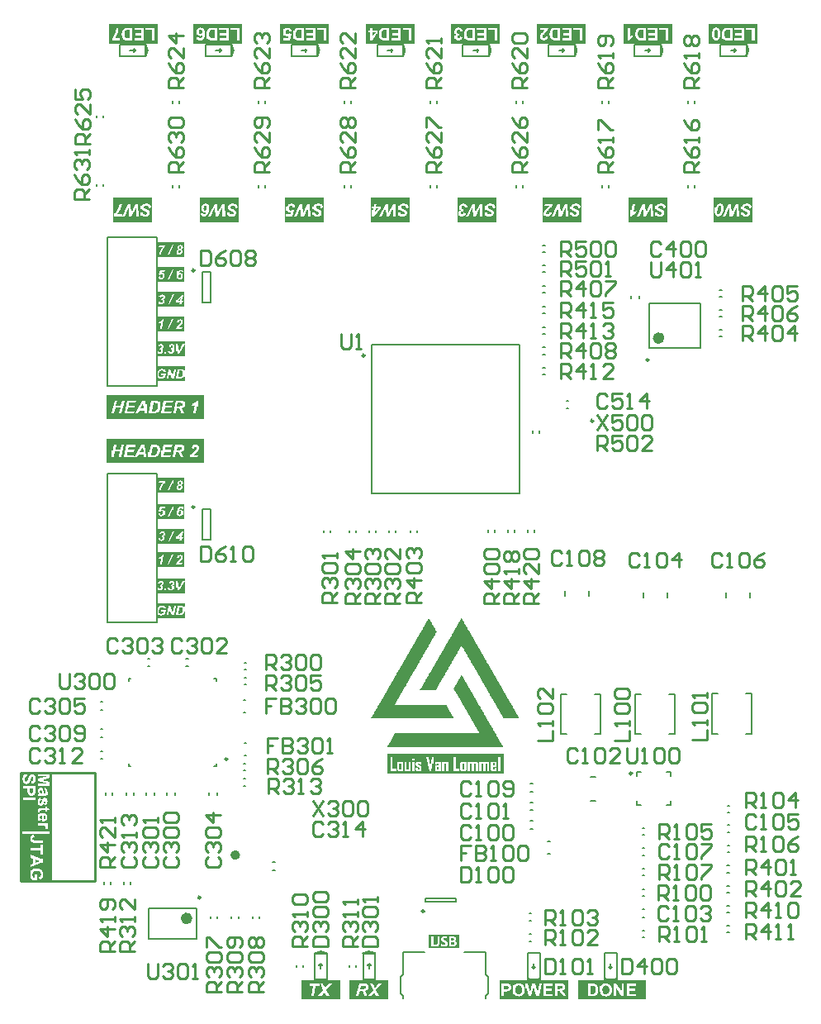
<source format=gto>
G04*
G04 #@! TF.GenerationSoftware,Altium Limited,Altium Designer,20.2.4 (192)*
G04*
G04 Layer_Color=65535*
%FSLAX44Y44*%
%MOMM*%
G71*
G04*
G04 #@! TF.SameCoordinates,5C77CFF5-D3CA-48E4-97E0-CB8EAA972895*
G04*
G04*
G04 #@! TF.FilePolarity,Positive*
G04*
G01*
G75*
%ADD10C,0.2500*%
%ADD11C,0.2540*%
%ADD12C,0.6000*%
%ADD13C,0.5200*%
%ADD14C,0.2000*%
G36*
X453138Y390769D02*
X453513D01*
Y390394D01*
Y390019D01*
X453888D01*
Y389644D01*
Y389268D01*
X454263D01*
Y388893D01*
X454638D01*
Y388518D01*
Y388143D01*
X455013D01*
Y387768D01*
Y387393D01*
X455388D01*
Y387017D01*
X455764D01*
Y386642D01*
Y386267D01*
X456139D01*
Y385892D01*
Y385517D01*
X456514D01*
Y385141D01*
Y384766D01*
X456889D01*
Y384391D01*
X457264D01*
Y384016D01*
Y383641D01*
X457640D01*
Y383266D01*
Y382891D01*
X458015D01*
Y382515D01*
Y382140D01*
X458390D01*
Y381765D01*
X458765D01*
Y381390D01*
Y381015D01*
X459140D01*
Y380639D01*
Y380264D01*
X459515D01*
Y379889D01*
Y379514D01*
X459891D01*
Y379139D01*
X460266D01*
Y378764D01*
Y378388D01*
X460641D01*
Y378013D01*
Y377638D01*
X461016D01*
Y377263D01*
X461391D01*
Y376888D01*
Y376513D01*
X461766D01*
Y376137D01*
Y375762D01*
X462142D01*
Y375387D01*
Y375012D01*
X462517D01*
Y374637D01*
X462892D01*
Y374262D01*
Y373886D01*
X463267D01*
Y373511D01*
Y373136D01*
X463642D01*
Y372761D01*
Y372386D01*
X464017D01*
Y372010D01*
X464393D01*
Y371635D01*
Y371260D01*
X464768D01*
Y370885D01*
Y370510D01*
X465143D01*
Y370135D01*
X465518D01*
Y369760D01*
Y369384D01*
X465893D01*
Y369009D01*
Y368634D01*
X466268D01*
Y368259D01*
Y367884D01*
X466644D01*
Y367509D01*
X467019D01*
Y367133D01*
Y366758D01*
X467394D01*
Y366383D01*
Y366008D01*
X467769D01*
Y365633D01*
Y365257D01*
X468144D01*
Y364882D01*
X468520D01*
Y364507D01*
Y364132D01*
X468895D01*
Y363757D01*
Y363382D01*
X469270D01*
Y363007D01*
Y362631D01*
X469645D01*
Y362256D01*
X470020D01*
Y361881D01*
Y361506D01*
X470395D01*
Y361131D01*
Y360756D01*
X470770D01*
Y360380D01*
Y360005D01*
X471146D01*
Y359630D01*
X471521D01*
Y359255D01*
Y358880D01*
X471896D01*
Y358504D01*
Y358129D01*
X472271D01*
Y357754D01*
Y357379D01*
X472646D01*
Y357004D01*
X473022D01*
Y356629D01*
Y356253D01*
X473397D01*
Y355878D01*
Y355503D01*
X473772D01*
Y355128D01*
X474147D01*
Y354753D01*
Y354378D01*
X474522D01*
Y354002D01*
Y353627D01*
X474897D01*
Y353252D01*
Y352877D01*
X475272D01*
Y352502D01*
X475648D01*
Y352127D01*
Y351751D01*
X476023D01*
Y351376D01*
Y351001D01*
X476398D01*
Y350626D01*
X476773D01*
Y350251D01*
Y349875D01*
X477148D01*
Y349500D01*
Y349125D01*
X477523D01*
Y348750D01*
Y348375D01*
X477899D01*
Y348000D01*
X478274D01*
Y347625D01*
Y347249D01*
X478649D01*
Y346874D01*
Y346499D01*
X479024D01*
Y346124D01*
Y345749D01*
X479399D01*
Y345373D01*
X479775D01*
Y344998D01*
Y344623D01*
X480150D01*
Y344248D01*
Y343873D01*
X480525D01*
Y343498D01*
X480900D01*
Y343122D01*
Y342747D01*
X481275D01*
Y342372D01*
Y341997D01*
X481650D01*
Y341622D01*
Y341247D01*
X482026D01*
Y340872D01*
X482401D01*
Y340496D01*
Y340121D01*
X482776D01*
Y339746D01*
Y339371D01*
X483151D01*
Y338996D01*
Y338620D01*
X483526D01*
Y338245D01*
X483901D01*
Y337870D01*
Y337495D01*
X484277D01*
Y337120D01*
Y336745D01*
X484652D01*
Y336369D01*
Y335994D01*
X485027D01*
Y335619D01*
X485402D01*
Y335244D01*
Y334869D01*
X485777D01*
Y334493D01*
Y334118D01*
X486152D01*
Y333743D01*
Y333368D01*
X486528D01*
Y332993D01*
X486903D01*
Y332618D01*
Y332243D01*
X487278D01*
Y331867D01*
Y331492D01*
X487653D01*
Y331117D01*
X488028D01*
Y330742D01*
Y330367D01*
X488403D01*
Y329991D01*
Y329616D01*
X488779D01*
Y329241D01*
Y328866D01*
X489154D01*
Y328491D01*
X489529D01*
Y328116D01*
Y327741D01*
X489904D01*
Y327365D01*
Y326990D01*
X490279D01*
Y326615D01*
Y326240D01*
X490654D01*
Y325865D01*
X491030D01*
Y325489D01*
Y325114D01*
X491405D01*
Y324739D01*
Y324364D01*
X491780D01*
Y323989D01*
X492155D01*
Y323614D01*
Y323238D01*
X492530D01*
Y322863D01*
Y322488D01*
X492906D01*
Y322113D01*
Y321738D01*
X493281D01*
Y321363D01*
X493656D01*
Y320987D01*
Y320612D01*
X494031D01*
Y320237D01*
Y319862D01*
X494406D01*
Y319487D01*
Y319112D01*
X494781D01*
Y318736D01*
X495157D01*
Y318361D01*
Y317986D01*
X495532D01*
Y317611D01*
Y317236D01*
X495907D01*
Y316861D01*
Y316485D01*
X496282D01*
Y316110D01*
X496657D01*
Y315735D01*
Y315360D01*
X497032D01*
Y314985D01*
Y314610D01*
X497407D01*
Y314234D01*
X497783D01*
Y313859D01*
Y313484D01*
X498158D01*
Y313109D01*
Y312734D01*
X498533D01*
Y312359D01*
Y311983D01*
X498908D01*
Y311608D01*
X499283D01*
Y311233D01*
Y310858D01*
X499659D01*
Y310483D01*
Y310107D01*
X500034D01*
Y309732D01*
Y309357D01*
X500409D01*
Y308982D01*
X500784D01*
Y308607D01*
Y308232D01*
X501159D01*
Y307857D01*
Y307481D01*
X501534D01*
Y307106D01*
Y306731D01*
X501910D01*
Y306356D01*
X502285D01*
Y305981D01*
Y305606D01*
X502660D01*
Y305230D01*
Y304855D01*
X503035D01*
Y304480D01*
X503410D01*
Y304105D01*
Y303730D01*
X503785D01*
Y303354D01*
Y302979D01*
X504161D01*
Y302604D01*
Y302229D01*
X504536D01*
Y301854D01*
X504911D01*
Y301479D01*
Y301103D01*
X505286D01*
Y300728D01*
Y300353D01*
X505661D01*
Y299978D01*
Y299603D01*
X506036D01*
Y299228D01*
X506412D01*
Y298852D01*
Y298477D01*
X506787D01*
Y298102D01*
Y297727D01*
X507162D01*
Y297352D01*
X507537D01*
Y296977D01*
Y296601D01*
X507912D01*
Y296226D01*
Y295851D01*
X508288D01*
Y295476D01*
Y295101D01*
X508663D01*
Y294726D01*
X509038D01*
Y294350D01*
Y293975D01*
X509413D01*
Y293600D01*
Y293225D01*
X509788D01*
Y292850D01*
Y292475D01*
X510163D01*
Y292099D01*
X510538D01*
Y291724D01*
Y291349D01*
X510914D01*
Y290974D01*
Y290599D01*
X511289D01*
Y290224D01*
Y289848D01*
X511664D01*
Y289473D01*
X512039D01*
Y289098D01*
Y288723D01*
X495907D01*
Y289098D01*
Y289473D01*
X495532D01*
Y289848D01*
X495157D01*
Y290224D01*
Y290599D01*
X494781D01*
Y290974D01*
Y291349D01*
X494406D01*
Y291724D01*
Y292099D01*
X494031D01*
Y292475D01*
X493656D01*
Y292850D01*
Y293225D01*
X493281D01*
Y293600D01*
Y293975D01*
X492906D01*
Y294350D01*
X492530D01*
Y294726D01*
Y295101D01*
X492155D01*
Y295476D01*
Y295851D01*
X491780D01*
Y296226D01*
Y296601D01*
X491405D01*
Y296977D01*
X491030D01*
Y297352D01*
Y297727D01*
X490654D01*
Y298102D01*
Y298477D01*
X490279D01*
Y298852D01*
Y299228D01*
X489904D01*
Y299603D01*
X489529D01*
Y299978D01*
Y300353D01*
X489154D01*
Y300728D01*
Y301103D01*
X488779D01*
Y301479D01*
X488403D01*
Y301854D01*
Y302229D01*
X488028D01*
Y302604D01*
Y302979D01*
X487653D01*
Y303354D01*
Y303730D01*
X487278D01*
Y304105D01*
X486903D01*
Y304480D01*
Y304855D01*
X486528D01*
Y305230D01*
Y305606D01*
X486152D01*
Y305981D01*
Y306356D01*
X485777D01*
Y306731D01*
X485402D01*
Y307106D01*
Y307481D01*
X485027D01*
Y307857D01*
Y308232D01*
X484652D01*
Y308607D01*
X484277D01*
Y308982D01*
Y309357D01*
X483901D01*
Y309732D01*
Y310107D01*
X483526D01*
Y310483D01*
Y310858D01*
X483151D01*
Y311233D01*
X482776D01*
Y311608D01*
Y311983D01*
X482401D01*
Y312359D01*
Y312734D01*
X482026D01*
Y313109D01*
Y313484D01*
X481650D01*
Y313859D01*
X481275D01*
Y314234D01*
Y314610D01*
X480900D01*
Y314985D01*
Y315360D01*
X480525D01*
Y315735D01*
Y316110D01*
X480150D01*
Y316485D01*
X479775D01*
Y316861D01*
Y317236D01*
X479399D01*
Y317611D01*
Y317986D01*
X479024D01*
Y318361D01*
Y318736D01*
X478649D01*
Y319112D01*
X478274D01*
Y319487D01*
Y319862D01*
X477899D01*
Y320237D01*
Y320612D01*
X477523D01*
Y320987D01*
X477148D01*
Y321363D01*
Y321738D01*
X476773D01*
Y322113D01*
Y322488D01*
X476398D01*
Y322863D01*
Y323238D01*
X476023D01*
Y323614D01*
X475648D01*
Y323989D01*
Y324364D01*
X475272D01*
Y324739D01*
Y325114D01*
X474897D01*
Y325489D01*
X474522D01*
Y325865D01*
Y326240D01*
X474147D01*
Y326615D01*
Y326990D01*
X473772D01*
Y327365D01*
Y327741D01*
X473397D01*
Y328116D01*
X473022D01*
Y328491D01*
Y328866D01*
X472646D01*
Y329241D01*
Y329616D01*
X472271D01*
Y329991D01*
Y330367D01*
X471896D01*
Y330742D01*
X471521D01*
Y331117D01*
Y331492D01*
X471146D01*
Y331867D01*
Y332243D01*
X470770D01*
Y332618D01*
Y332993D01*
X470395D01*
Y333368D01*
X470020D01*
Y333743D01*
Y334118D01*
X469645D01*
Y334493D01*
Y334869D01*
X469270D01*
Y335244D01*
X468895D01*
Y335619D01*
Y335994D01*
X468520D01*
Y336369D01*
Y336745D01*
X468144D01*
Y337120D01*
Y337495D01*
X467769D01*
Y337870D01*
Y338245D01*
X467394D01*
Y338620D01*
X467019D01*
Y338996D01*
Y339371D01*
X466644D01*
Y339746D01*
Y340121D01*
X466268D01*
Y340496D01*
X465893D01*
Y340872D01*
Y341247D01*
X465518D01*
Y341622D01*
Y341997D01*
X465143D01*
Y342372D01*
Y342747D01*
X464768D01*
Y343122D01*
X464393D01*
Y343498D01*
Y343873D01*
X464017D01*
Y344248D01*
Y344623D01*
X463642D01*
Y344998D01*
Y345373D01*
X463267D01*
Y345749D01*
X462892D01*
Y346124D01*
Y346499D01*
X462517D01*
Y346874D01*
Y347249D01*
X462142D01*
Y347625D01*
X461766D01*
Y348000D01*
Y348375D01*
X461391D01*
Y348750D01*
Y349125D01*
X461016D01*
Y349500D01*
Y349875D01*
X460641D01*
Y350251D01*
X460266D01*
Y350626D01*
Y351001D01*
X459891D01*
Y351376D01*
Y351751D01*
X459515D01*
Y352127D01*
X459140D01*
Y352502D01*
Y352877D01*
X458765D01*
Y353252D01*
Y353627D01*
X458390D01*
Y354002D01*
Y354378D01*
X458015D01*
Y354753D01*
X457640D01*
Y355128D01*
Y355503D01*
X457264D01*
Y355878D01*
Y356253D01*
X456889D01*
Y356629D01*
Y357004D01*
X456514D01*
Y357379D01*
X456139D01*
Y357754D01*
Y358129D01*
X455764D01*
Y358504D01*
Y358880D01*
X455388D01*
Y359255D01*
Y359630D01*
X455013D01*
Y360005D01*
X454638D01*
Y360380D01*
Y360756D01*
X454263D01*
Y361131D01*
Y361506D01*
X453888D01*
Y361881D01*
X453513D01*
Y362256D01*
Y362631D01*
X452762D01*
Y362256D01*
X452387D01*
Y361881D01*
Y361506D01*
X452012D01*
Y361131D01*
X451637D01*
Y360756D01*
Y360380D01*
X451262D01*
Y360005D01*
Y359630D01*
X450886D01*
Y359255D01*
Y358880D01*
X450511D01*
Y358504D01*
X450136D01*
Y358129D01*
Y357754D01*
X449761D01*
Y357379D01*
Y357004D01*
X449386D01*
Y356629D01*
X449011D01*
Y356253D01*
Y355878D01*
X448635D01*
Y355503D01*
Y355128D01*
X448260D01*
Y354753D01*
Y354378D01*
X447885D01*
Y354002D01*
X447510D01*
Y353627D01*
Y353252D01*
X447135D01*
Y352877D01*
Y352502D01*
X446760D01*
Y352127D01*
Y351751D01*
X446385D01*
Y351376D01*
X446009D01*
Y351001D01*
Y350626D01*
X445634D01*
Y350251D01*
Y349875D01*
X445259D01*
Y349500D01*
X444884D01*
Y349125D01*
Y348750D01*
X444509D01*
Y348375D01*
Y348000D01*
X444133D01*
Y347625D01*
Y347249D01*
X443758D01*
Y346874D01*
X443383D01*
Y346499D01*
Y346124D01*
X443008D01*
Y345749D01*
Y345373D01*
X442633D01*
Y344998D01*
X442258D01*
Y344623D01*
Y344248D01*
X441882D01*
Y343873D01*
Y343498D01*
X441507D01*
Y343122D01*
Y342747D01*
X441132D01*
Y342372D01*
Y341997D01*
X440757D01*
Y341622D01*
X440382D01*
Y341247D01*
Y340872D01*
X440007D01*
Y340496D01*
Y340121D01*
X439631D01*
Y339746D01*
X439256D01*
Y339371D01*
Y338996D01*
X438881D01*
Y338620D01*
Y338245D01*
X438506D01*
Y337870D01*
Y337495D01*
X438131D01*
Y337120D01*
X437756D01*
Y336745D01*
Y336369D01*
X437380D01*
Y335994D01*
Y335619D01*
X437005D01*
Y335244D01*
X436630D01*
Y334869D01*
Y334493D01*
X436255D01*
Y334118D01*
Y333743D01*
X435880D01*
Y333368D01*
Y332993D01*
X435504D01*
Y332618D01*
Y332243D01*
X435129D01*
Y331867D01*
X434754D01*
Y331492D01*
Y331117D01*
X434379D01*
Y330742D01*
Y330367D01*
X434004D01*
Y329991D01*
X433629D01*
Y329616D01*
Y329241D01*
X433254D01*
Y328866D01*
Y328491D01*
X432878D01*
Y328116D01*
Y327741D01*
X432503D01*
Y327365D01*
X432128D01*
Y326990D01*
Y326615D01*
X431753D01*
Y326240D01*
Y325865D01*
X431378D01*
Y325489D01*
Y325114D01*
X431003D01*
Y324739D01*
X430627D01*
Y324364D01*
Y323989D01*
X430252D01*
Y323614D01*
Y323238D01*
X429877D01*
Y322863D01*
X429502D01*
Y322488D01*
Y322113D01*
X429127D01*
Y321738D01*
Y321363D01*
X428751D01*
Y320987D01*
Y320612D01*
X428376D01*
Y320237D01*
X428001D01*
Y319862D01*
Y319487D01*
X427626D01*
Y319112D01*
Y318736D01*
X427251D01*
Y318361D01*
Y317986D01*
X426876D01*
Y317611D01*
X410368D01*
Y317986D01*
X410743D01*
Y318361D01*
X411119D01*
Y318736D01*
Y319112D01*
X411494D01*
Y319487D01*
X411869D01*
Y319862D01*
Y320237D01*
X412244D01*
Y320612D01*
Y320987D01*
X412619D01*
Y321363D01*
X412994D01*
Y321738D01*
Y322113D01*
X413370D01*
Y322488D01*
Y322863D01*
X413745D01*
Y323238D01*
Y323614D01*
X414120D01*
Y323989D01*
Y324364D01*
X414495D01*
Y324739D01*
X414870D01*
Y325114D01*
Y325489D01*
X415245D01*
Y325865D01*
Y326240D01*
X415621D01*
Y326615D01*
X415996D01*
Y326990D01*
Y327365D01*
X416371D01*
Y327741D01*
Y328116D01*
X416746D01*
Y328491D01*
Y328866D01*
X417121D01*
Y329241D01*
X417496D01*
Y329616D01*
Y329991D01*
X417872D01*
Y330367D01*
Y330742D01*
X418247D01*
Y331117D01*
Y331492D01*
X418622D01*
Y331867D01*
X418997D01*
Y332243D01*
Y332618D01*
X419372D01*
Y332993D01*
Y333368D01*
X419747D01*
Y333743D01*
Y334118D01*
X420122D01*
Y334493D01*
X420498D01*
Y334869D01*
Y335244D01*
X420873D01*
Y335619D01*
Y335994D01*
X421248D01*
Y336369D01*
X421623D01*
Y336745D01*
Y337120D01*
X421998D01*
Y337495D01*
Y337870D01*
X422374D01*
Y338245D01*
Y338620D01*
X422749D01*
Y338996D01*
X423124D01*
Y339371D01*
Y339746D01*
X423499D01*
Y340121D01*
Y340496D01*
X423874D01*
Y340872D01*
X424249D01*
Y341247D01*
Y341622D01*
X424625D01*
Y341997D01*
Y342372D01*
X425000D01*
Y342747D01*
Y343122D01*
X425375D01*
Y343498D01*
X425750D01*
Y343873D01*
Y344248D01*
X426125D01*
Y344623D01*
Y344998D01*
X426500D01*
Y345373D01*
Y345749D01*
X426876D01*
Y346124D01*
X427251D01*
Y346499D01*
Y346874D01*
X427626D01*
Y347249D01*
Y347625D01*
X428001D01*
Y348000D01*
X428376D01*
Y348375D01*
Y348750D01*
X428751D01*
Y349125D01*
Y349500D01*
X429127D01*
Y349875D01*
Y350251D01*
X429502D01*
Y350626D01*
Y351001D01*
X429877D01*
Y351376D01*
X430252D01*
Y351751D01*
Y352127D01*
X430627D01*
Y352502D01*
Y352877D01*
X431003D01*
Y353252D01*
Y353627D01*
X431378D01*
Y354002D01*
X431753D01*
Y354378D01*
Y354753D01*
X432128D01*
Y355128D01*
Y355503D01*
X432503D01*
Y355878D01*
X432878D01*
Y356253D01*
Y356629D01*
X433254D01*
Y357004D01*
Y357379D01*
X433629D01*
Y357754D01*
Y358129D01*
X434004D01*
Y358504D01*
X434379D01*
Y358880D01*
Y359255D01*
X434754D01*
Y359630D01*
Y360005D01*
X435129D01*
Y360380D01*
Y360756D01*
X435504D01*
Y361131D01*
X435880D01*
Y361506D01*
Y361881D01*
X436255D01*
Y362256D01*
Y362631D01*
X436630D01*
Y363007D01*
X437005D01*
Y363382D01*
Y363757D01*
X437380D01*
Y364132D01*
Y364507D01*
X437756D01*
Y364882D01*
Y365257D01*
X438131D01*
Y365633D01*
X438506D01*
Y366008D01*
Y366383D01*
X438881D01*
Y366758D01*
Y367133D01*
X439256D01*
Y367509D01*
X439631D01*
Y367884D01*
Y368259D01*
X440007D01*
Y368634D01*
Y369009D01*
X440382D01*
Y369384D01*
Y369760D01*
X440757D01*
Y370135D01*
X441132D01*
Y370510D01*
Y370885D01*
X441507D01*
Y371260D01*
Y371635D01*
X441882D01*
Y372010D01*
Y372386D01*
X442258D01*
Y372761D01*
X442633D01*
Y373136D01*
Y373511D01*
X443008D01*
Y373886D01*
Y374262D01*
X443383D01*
Y374637D01*
Y375012D01*
X443758D01*
Y375387D01*
X444133D01*
Y375762D01*
Y376137D01*
X444509D01*
Y376513D01*
Y376888D01*
X444884D01*
Y377263D01*
Y377638D01*
X445259D01*
Y378013D01*
X445634D01*
Y378388D01*
Y378764D01*
X446009D01*
Y379139D01*
Y379514D01*
X446385D01*
Y379889D01*
Y380264D01*
X446760D01*
Y380639D01*
X447135D01*
Y381015D01*
Y381390D01*
X447510D01*
Y381765D01*
Y382140D01*
X447885D01*
Y382515D01*
X448260D01*
Y382891D01*
Y383266D01*
X448635D01*
Y383641D01*
Y384016D01*
X449011D01*
Y384391D01*
Y384766D01*
X449386D01*
Y385141D01*
X449761D01*
Y385517D01*
Y385892D01*
X450136D01*
Y386267D01*
Y386642D01*
X450511D01*
Y387017D01*
Y387393D01*
X450886D01*
Y387768D01*
X451262D01*
Y388143D01*
Y388518D01*
X451637D01*
Y388893D01*
Y389268D01*
X452012D01*
Y389644D01*
X452387D01*
Y390019D01*
Y390394D01*
X452762D01*
Y390769D01*
Y391144D01*
X453138D01*
Y390769D01*
D02*
G37*
G36*
X419747D02*
Y390394D01*
X420122D01*
Y390019D01*
X420498D01*
Y389644D01*
Y389268D01*
X420873D01*
Y388893D01*
Y388518D01*
X421248D01*
Y388143D01*
Y387768D01*
X421623D01*
Y387393D01*
X421998D01*
Y387017D01*
Y386642D01*
X422374D01*
Y386267D01*
Y385892D01*
X422749D01*
Y385517D01*
Y385141D01*
X423124D01*
Y384766D01*
X423499D01*
Y384391D01*
Y384016D01*
X423874D01*
Y383641D01*
Y383266D01*
X424249D01*
Y382891D01*
X424625D01*
Y382515D01*
Y382140D01*
X425000D01*
Y381765D01*
Y381390D01*
X425375D01*
Y381015D01*
Y380639D01*
X425750D01*
Y380264D01*
X426125D01*
Y379889D01*
Y379514D01*
X426500D01*
Y379139D01*
Y378764D01*
X426876D01*
Y378388D01*
Y378013D01*
X427251D01*
Y377638D01*
X427626D01*
Y377263D01*
Y376888D01*
X427251D01*
Y376513D01*
Y376137D01*
X426876D01*
Y375762D01*
X426500D01*
Y375387D01*
Y375012D01*
X426125D01*
Y374637D01*
Y374262D01*
X425750D01*
Y373886D01*
Y373511D01*
X425375D01*
Y373136D01*
X425000D01*
Y372761D01*
Y372386D01*
X424625D01*
Y372010D01*
Y371635D01*
X424249D01*
Y371260D01*
Y370885D01*
X423874D01*
Y370510D01*
X423499D01*
Y370135D01*
Y369760D01*
X423124D01*
Y369384D01*
Y369009D01*
X422749D01*
Y368634D01*
Y368259D01*
X422374D01*
Y367884D01*
X421998D01*
Y367509D01*
Y367133D01*
X421623D01*
Y366758D01*
Y366383D01*
X421248D01*
Y366008D01*
X420873D01*
Y365633D01*
Y365257D01*
X420498D01*
Y364882D01*
Y364507D01*
X420122D01*
Y364132D01*
Y363757D01*
X419747D01*
Y363382D01*
X419372D01*
Y363007D01*
Y362631D01*
X418997D01*
Y362256D01*
Y361881D01*
X418622D01*
Y361506D01*
X418247D01*
Y361131D01*
Y360756D01*
X417872D01*
Y360380D01*
Y360005D01*
X417496D01*
Y359630D01*
Y359255D01*
X417121D01*
Y358880D01*
X416746D01*
Y358504D01*
Y358129D01*
X416371D01*
Y357754D01*
Y357379D01*
X415996D01*
Y357004D01*
Y356629D01*
X415621D01*
Y356253D01*
X415245D01*
Y355878D01*
Y355503D01*
X414870D01*
Y355128D01*
Y354753D01*
X414495D01*
Y354378D01*
Y354002D01*
X414120D01*
Y353627D01*
X413745D01*
Y353252D01*
Y352877D01*
X413370D01*
Y352502D01*
Y352127D01*
X412994D01*
Y351751D01*
Y351376D01*
X412619D01*
Y351001D01*
X412244D01*
Y350626D01*
Y350251D01*
X411869D01*
Y349875D01*
Y349500D01*
X411494D01*
Y349125D01*
Y348750D01*
X411119D01*
Y348375D01*
X410743D01*
Y348000D01*
Y347625D01*
X410368D01*
Y347249D01*
Y346874D01*
X409993D01*
Y346499D01*
X409618D01*
Y346124D01*
Y345749D01*
X409243D01*
Y345373D01*
Y344998D01*
X408867D01*
Y344623D01*
Y344248D01*
X408492D01*
Y343873D01*
X408117D01*
Y343498D01*
Y343122D01*
X407742D01*
Y342747D01*
Y342372D01*
X407367D01*
Y341997D01*
Y341622D01*
X406992D01*
Y341247D01*
X406617D01*
Y340872D01*
Y340496D01*
X406241D01*
Y340121D01*
Y339746D01*
X405866D01*
Y339371D01*
X405491D01*
Y338996D01*
Y338620D01*
X405116D01*
Y338245D01*
Y337870D01*
X404741D01*
Y337495D01*
Y337120D01*
X404366D01*
Y336745D01*
X403990D01*
Y336369D01*
Y335994D01*
X403615D01*
Y335619D01*
Y335244D01*
X403240D01*
Y334869D01*
X402865D01*
Y334493D01*
Y334118D01*
X402490D01*
Y333743D01*
Y333368D01*
X402114D01*
Y332993D01*
Y332618D01*
X401739D01*
Y332243D01*
X401364D01*
Y331867D01*
Y331492D01*
X400989D01*
Y331117D01*
Y330742D01*
X400614D01*
Y330367D01*
Y329991D01*
X400238D01*
Y329616D01*
X399863D01*
Y329241D01*
Y328866D01*
X399488D01*
Y328491D01*
Y328116D01*
X399113D01*
Y327741D01*
Y327365D01*
X398738D01*
Y326990D01*
X398363D01*
Y326615D01*
Y326240D01*
X397988D01*
Y325865D01*
Y325489D01*
X397612D01*
Y325114D01*
Y324739D01*
X397237D01*
Y324364D01*
X396862D01*
Y323989D01*
Y323614D01*
X396487D01*
Y323238D01*
Y322863D01*
X396112D01*
Y322488D01*
Y322113D01*
X395737D01*
Y321738D01*
X395361D01*
Y321363D01*
Y320987D01*
X394986D01*
Y320612D01*
Y320237D01*
X394611D01*
Y319862D01*
X394236D01*
Y319487D01*
Y319112D01*
X393861D01*
Y318736D01*
Y318361D01*
X393485D01*
Y317986D01*
Y317611D01*
X393110D01*
Y317236D01*
X392735D01*
Y316861D01*
Y316485D01*
X392360D01*
Y316110D01*
Y315735D01*
X391985D01*
Y315360D01*
Y314985D01*
X391610D01*
Y314610D01*
X391235D01*
Y314234D01*
Y313859D01*
X390859D01*
Y313484D01*
Y313109D01*
X390484D01*
Y312734D01*
X390109D01*
Y312359D01*
Y311983D01*
X389734D01*
Y311608D01*
Y311233D01*
X389359D01*
Y310858D01*
Y310483D01*
X388983D01*
Y310107D01*
X388608D01*
Y309732D01*
Y309357D01*
X388233D01*
Y308982D01*
Y308607D01*
X387858D01*
Y308232D01*
X387483D01*
Y307857D01*
Y307481D01*
X387108D01*
Y307106D01*
Y306731D01*
X386732D01*
Y306356D01*
Y305981D01*
X386357D01*
Y305606D01*
Y305230D01*
X385982D01*
Y304855D01*
X385607D01*
Y304480D01*
Y304105D01*
X385232D01*
Y303730D01*
Y303354D01*
X384857D01*
Y302979D01*
Y302604D01*
X437380D01*
Y302229D01*
Y301854D01*
X437756D01*
Y301479D01*
Y301103D01*
X438131D01*
Y300728D01*
Y300353D01*
X438506D01*
Y299978D01*
X438881D01*
Y299603D01*
Y299228D01*
X439256D01*
Y298852D01*
Y298477D01*
X439631D01*
Y298102D01*
Y297727D01*
X440007D01*
Y297352D01*
X440382D01*
Y296977D01*
Y296601D01*
X440757D01*
Y296226D01*
Y295851D01*
X441132D01*
Y295476D01*
Y295101D01*
X441507D01*
Y294726D01*
X441882D01*
Y294350D01*
Y293975D01*
X442258D01*
Y293600D01*
Y293225D01*
X442633D01*
Y292850D01*
Y292475D01*
X443008D01*
Y292099D01*
X443383D01*
Y291724D01*
Y291349D01*
X443758D01*
Y290974D01*
Y290599D01*
X444133D01*
Y290224D01*
X444509D01*
Y289848D01*
Y289473D01*
X444884D01*
Y289098D01*
Y288723D01*
X360471D01*
Y289098D01*
Y289473D01*
X360846D01*
Y289848D01*
X361221D01*
Y290224D01*
Y290599D01*
X361596D01*
Y290974D01*
Y291349D01*
X361971D01*
Y291724D01*
Y292099D01*
X362346D01*
Y292475D01*
X362722D01*
Y292850D01*
Y293225D01*
X363097D01*
Y293600D01*
Y293975D01*
X363472D01*
Y294350D01*
X363847D01*
Y294726D01*
Y295101D01*
X364222D01*
Y295476D01*
Y295851D01*
X364597D01*
Y296226D01*
Y296601D01*
X364973D01*
Y296977D01*
X365348D01*
Y297352D01*
Y297727D01*
X365723D01*
Y298102D01*
Y298477D01*
X366098D01*
Y298852D01*
Y299228D01*
X366473D01*
Y299603D01*
X366848D01*
Y299978D01*
Y300353D01*
X367224D01*
Y300728D01*
Y301103D01*
X367599D01*
Y301479D01*
Y301854D01*
X367974D01*
Y302229D01*
X368349D01*
Y302604D01*
Y302979D01*
X368724D01*
Y303354D01*
Y303730D01*
X369100D01*
Y304105D01*
X369475D01*
Y304480D01*
Y304855D01*
X369850D01*
Y305230D01*
Y305606D01*
X370225D01*
Y305981D01*
Y306356D01*
X370600D01*
Y306731D01*
X370975D01*
Y307106D01*
Y307481D01*
X371351D01*
Y307857D01*
Y308232D01*
X371726D01*
Y308607D01*
Y308982D01*
X372101D01*
Y309357D01*
X372476D01*
Y309732D01*
Y310107D01*
X372851D01*
Y310483D01*
Y310858D01*
X373226D01*
Y311233D01*
Y311608D01*
X373602D01*
Y311983D01*
X373977D01*
Y312359D01*
Y312734D01*
X374352D01*
Y313109D01*
Y313484D01*
X374727D01*
Y313859D01*
Y314234D01*
X375102D01*
Y314610D01*
X375477D01*
Y314985D01*
Y315360D01*
X375853D01*
Y315735D01*
Y316110D01*
X376228D01*
Y316485D01*
X376603D01*
Y316861D01*
Y317236D01*
X376978D01*
Y317611D01*
Y317986D01*
X377353D01*
Y318361D01*
Y318736D01*
X377728D01*
Y319112D01*
X378104D01*
Y319487D01*
Y319862D01*
X378479D01*
Y320237D01*
Y320612D01*
X378854D01*
Y320987D01*
Y321363D01*
X379229D01*
Y321738D01*
X379604D01*
Y322113D01*
Y322488D01*
X379979D01*
Y322863D01*
Y323238D01*
X380355D01*
Y323614D01*
Y323989D01*
X380730D01*
Y324364D01*
X381105D01*
Y324739D01*
Y325114D01*
X381480D01*
Y325489D01*
Y325865D01*
X381855D01*
Y326240D01*
X382230D01*
Y326615D01*
Y326990D01*
X382606D01*
Y327365D01*
Y327741D01*
X382981D01*
Y328116D01*
Y328491D01*
X383356D01*
Y328866D01*
X383731D01*
Y329241D01*
Y329616D01*
X384106D01*
Y329991D01*
Y330367D01*
X384481D01*
Y330742D01*
X384857D01*
Y331117D01*
Y331492D01*
X385232D01*
Y331867D01*
Y332243D01*
X385607D01*
Y332618D01*
Y332993D01*
X385982D01*
Y333368D01*
X386357D01*
Y333743D01*
Y334118D01*
X386732D01*
Y334493D01*
Y334869D01*
X387108D01*
Y335244D01*
Y335619D01*
X387483D01*
Y335994D01*
X387858D01*
Y336369D01*
Y336745D01*
X388233D01*
Y337120D01*
Y337495D01*
X388608D01*
Y337870D01*
Y338245D01*
X388983D01*
Y338620D01*
X389359D01*
Y338996D01*
Y339371D01*
X389734D01*
Y339746D01*
Y340121D01*
X390109D01*
Y340496D01*
X390484D01*
Y340872D01*
Y341247D01*
X390859D01*
Y341622D01*
Y341997D01*
X391235D01*
Y342372D01*
Y342747D01*
X391610D01*
Y343122D01*
X391985D01*
Y343498D01*
Y343873D01*
X392360D01*
Y344248D01*
Y344623D01*
X392735D01*
Y344998D01*
Y345373D01*
X393110D01*
Y345749D01*
X393485D01*
Y346124D01*
Y346499D01*
X393861D01*
Y346874D01*
Y347249D01*
X394236D01*
Y347625D01*
Y348000D01*
X394611D01*
Y348375D01*
X394986D01*
Y348750D01*
Y349125D01*
X395361D01*
Y349500D01*
Y349875D01*
X395737D01*
Y350251D01*
Y350626D01*
X396112D01*
Y351001D01*
X396487D01*
Y351376D01*
Y351751D01*
X396862D01*
Y352127D01*
Y352502D01*
X397237D01*
Y352877D01*
X397612D01*
Y353252D01*
Y353627D01*
X397988D01*
Y354002D01*
Y354378D01*
X398363D01*
Y354753D01*
Y355128D01*
X398738D01*
Y355503D01*
X399113D01*
Y355878D01*
Y356253D01*
X399488D01*
Y356629D01*
Y357004D01*
X399863D01*
Y357379D01*
X400238D01*
Y357754D01*
Y358129D01*
X400614D01*
Y358504D01*
Y358880D01*
X400989D01*
Y359255D01*
Y359630D01*
X401364D01*
Y360005D01*
X401739D01*
Y360380D01*
Y360756D01*
X402114D01*
Y361131D01*
Y361506D01*
X402490D01*
Y361881D01*
Y362256D01*
X402865D01*
Y362631D01*
X403240D01*
Y363007D01*
Y363382D01*
X403615D01*
Y363757D01*
Y364132D01*
X403990D01*
Y364507D01*
Y364882D01*
X404366D01*
Y365257D01*
X404741D01*
Y365633D01*
Y366008D01*
X405116D01*
Y366383D01*
Y366758D01*
X405491D01*
Y367133D01*
X405866D01*
Y367509D01*
Y367884D01*
X406241D01*
Y368259D01*
Y368634D01*
X406617D01*
Y369009D01*
Y369384D01*
X406992D01*
Y369760D01*
Y370135D01*
X407367D01*
Y370510D01*
X407742D01*
Y370885D01*
Y371260D01*
X408117D01*
Y371635D01*
Y372010D01*
X408492D01*
Y372386D01*
X408867D01*
Y372761D01*
Y373136D01*
X409243D01*
Y373511D01*
Y373886D01*
X409618D01*
Y374262D01*
Y374637D01*
X409993D01*
Y375012D01*
X410368D01*
Y375387D01*
Y375762D01*
X410743D01*
Y376137D01*
Y376513D01*
X411119D01*
Y376888D01*
X411494D01*
Y377263D01*
Y377638D01*
X411869D01*
Y378013D01*
Y378388D01*
X412244D01*
Y378764D01*
Y379139D01*
X412619D01*
Y379514D01*
X412994D01*
Y379889D01*
Y380264D01*
X413370D01*
Y380639D01*
Y381015D01*
X413745D01*
Y381390D01*
Y381765D01*
X414120D01*
Y382140D01*
X414495D01*
Y382515D01*
Y382891D01*
X414870D01*
Y383266D01*
Y383641D01*
X415245D01*
Y384016D01*
X415621D01*
Y384391D01*
Y384766D01*
X415996D01*
Y385141D01*
Y385517D01*
X416371D01*
Y385892D01*
Y386267D01*
X416746D01*
Y386642D01*
Y387017D01*
X417121D01*
Y387393D01*
X417496D01*
Y387768D01*
Y388143D01*
X417872D01*
Y388518D01*
Y388893D01*
X418247D01*
Y389268D01*
X418622D01*
Y389644D01*
Y390019D01*
X418997D01*
Y390394D01*
Y390769D01*
X419372D01*
Y391144D01*
X419747D01*
Y390769D01*
D02*
G37*
G36*
X453138Y332618D02*
X453513D01*
Y332243D01*
Y331867D01*
X453888D01*
Y331492D01*
X454263D01*
Y331117D01*
Y330742D01*
X454638D01*
Y330367D01*
Y329991D01*
X455013D01*
Y329616D01*
Y329241D01*
X455388D01*
Y328866D01*
X455764D01*
Y328491D01*
Y328116D01*
X456139D01*
Y327741D01*
Y327365D01*
X456514D01*
Y326990D01*
X456889D01*
Y326615D01*
Y326240D01*
X457264D01*
Y325865D01*
Y325489D01*
X457640D01*
Y325114D01*
Y324739D01*
X458015D01*
Y324364D01*
X458390D01*
Y323989D01*
Y323614D01*
X458765D01*
Y323238D01*
Y322863D01*
X459140D01*
Y322488D01*
Y322113D01*
X459515D01*
Y321738D01*
X459891D01*
Y321363D01*
Y320987D01*
X460266D01*
Y320612D01*
Y320237D01*
X460641D01*
Y319862D01*
Y319487D01*
X461016D01*
Y319112D01*
X461391D01*
Y318736D01*
Y318361D01*
X461766D01*
Y317986D01*
Y317611D01*
X462142D01*
Y317236D01*
Y316861D01*
X462517D01*
Y316485D01*
X462892D01*
Y316110D01*
Y315735D01*
X463267D01*
Y315360D01*
Y314985D01*
X463642D01*
Y314610D01*
X464017D01*
Y314234D01*
Y313859D01*
X464393D01*
Y313484D01*
Y313109D01*
X464768D01*
Y312734D01*
Y312359D01*
X465143D01*
Y311983D01*
X465518D01*
Y311608D01*
Y311233D01*
X465893D01*
Y310858D01*
Y310483D01*
X466268D01*
Y310107D01*
X466644D01*
Y309732D01*
Y309357D01*
X467019D01*
Y308982D01*
Y308607D01*
X467394D01*
Y308232D01*
Y307857D01*
X467769D01*
Y307481D01*
X468144D01*
Y307106D01*
Y306731D01*
X468520D01*
Y306356D01*
Y305981D01*
X468895D01*
Y305606D01*
Y305230D01*
X469270D01*
Y304855D01*
X469645D01*
Y304480D01*
Y304105D01*
X470020D01*
Y303730D01*
Y303354D01*
X470395D01*
Y302979D01*
Y302604D01*
X470770D01*
Y302229D01*
X471146D01*
Y301854D01*
Y301479D01*
X471521D01*
Y301103D01*
Y300728D01*
X471896D01*
Y300353D01*
X472271D01*
Y299978D01*
Y299603D01*
X472646D01*
Y299228D01*
Y298852D01*
X473022D01*
Y298477D01*
Y298102D01*
X473397D01*
Y297727D01*
X473772D01*
Y297352D01*
Y296977D01*
X474147D01*
Y296601D01*
Y296226D01*
X474522D01*
Y295851D01*
Y295476D01*
X474897D01*
Y295101D01*
X475272D01*
Y294726D01*
Y294350D01*
X475648D01*
Y293975D01*
Y293600D01*
X476023D01*
Y293225D01*
Y292850D01*
X476398D01*
Y292475D01*
X476773D01*
Y292099D01*
Y291724D01*
X477148D01*
Y291349D01*
Y290974D01*
X477523D01*
Y290599D01*
Y290224D01*
X477899D01*
Y289848D01*
X478274D01*
Y289473D01*
Y289098D01*
X478649D01*
Y288723D01*
Y288348D01*
X479024D01*
Y287973D01*
X479399D01*
Y287597D01*
Y287222D01*
X479775D01*
Y286847D01*
Y286472D01*
X480150D01*
Y286097D01*
Y285721D01*
X480525D01*
Y285346D01*
X480900D01*
Y284971D01*
Y284596D01*
X481275D01*
Y284221D01*
Y283846D01*
X481650D01*
Y283470D01*
Y283095D01*
X482026D01*
Y282720D01*
X482401D01*
Y282345D01*
Y281970D01*
X482776D01*
Y281595D01*
Y281219D01*
X483151D01*
Y280844D01*
X483526D01*
Y280469D01*
Y280094D01*
X483901D01*
Y279719D01*
Y279344D01*
X484277D01*
Y278968D01*
Y278593D01*
X484652D01*
Y278218D01*
X485027D01*
Y277843D01*
Y277468D01*
X485402D01*
Y277093D01*
Y276717D01*
X485777D01*
Y276342D01*
Y275967D01*
X486152D01*
Y275592D01*
X486528D01*
Y275217D01*
Y274842D01*
X486903D01*
Y274466D01*
Y274091D01*
X487278D01*
Y273716D01*
Y273341D01*
X487653D01*
Y272966D01*
X488028D01*
Y272591D01*
Y272215D01*
X488403D01*
Y271840D01*
Y271465D01*
X488779D01*
Y271090D01*
Y270715D01*
X489154D01*
Y270340D01*
X489529D01*
Y269964D01*
Y269589D01*
X489904D01*
Y269214D01*
Y268839D01*
X490279D01*
Y268464D01*
X490654D01*
Y268088D01*
Y267713D01*
X491030D01*
Y267338D01*
Y266963D01*
X491405D01*
Y266588D01*
Y266213D01*
X491780D01*
Y265837D01*
X492155D01*
Y265462D01*
Y265087D01*
X492530D01*
Y264712D01*
Y264337D01*
X492906D01*
Y263962D01*
Y263587D01*
X493281D01*
Y263211D01*
X493656D01*
Y262836D01*
Y262461D01*
X494031D01*
Y262086D01*
Y261711D01*
X494406D01*
Y261335D01*
X494781D01*
Y260960D01*
Y260585D01*
X495157D01*
Y260210D01*
Y259835D01*
X495532D01*
Y259460D01*
X376978D01*
Y259835D01*
X377353D01*
Y260210D01*
Y260585D01*
X377728D01*
Y260960D01*
Y261335D01*
X378104D01*
Y261711D01*
X378479D01*
Y262086D01*
Y262461D01*
X378854D01*
Y262836D01*
Y263211D01*
X379229D01*
Y263587D01*
X379604D01*
Y263962D01*
Y264337D01*
X379979D01*
Y264712D01*
Y265087D01*
X380355D01*
Y265462D01*
Y265837D01*
X380730D01*
Y266213D01*
X381105D01*
Y266588D01*
Y266963D01*
X381480D01*
Y267338D01*
Y267713D01*
X381855D01*
Y268088D01*
X382230D01*
Y268464D01*
Y268839D01*
X382606D01*
Y269214D01*
Y269589D01*
X382981D01*
Y269964D01*
Y270340D01*
X383356D01*
Y270715D01*
X383731D01*
Y271090D01*
Y271465D01*
X384106D01*
Y271840D01*
Y272215D01*
X384481D01*
Y272591D01*
Y272966D01*
X384857D01*
Y273341D01*
X471146D01*
Y273716D01*
Y274091D01*
X470770D01*
Y274466D01*
Y274842D01*
X470395D01*
Y275217D01*
Y275592D01*
X470020D01*
Y275967D01*
X469645D01*
Y276342D01*
Y276717D01*
X469270D01*
Y277093D01*
Y277468D01*
X468895D01*
Y277843D01*
X468520D01*
Y278218D01*
Y278593D01*
X468144D01*
Y278968D01*
Y279344D01*
X467769D01*
Y279719D01*
Y280094D01*
X467394D01*
Y280469D01*
X467019D01*
Y280844D01*
Y281219D01*
X466644D01*
Y281595D01*
Y281970D01*
X466268D01*
Y282345D01*
Y282720D01*
X465893D01*
Y283095D01*
X465518D01*
Y283470D01*
Y283846D01*
X465143D01*
Y284221D01*
Y284596D01*
X464768D01*
Y284971D01*
X464393D01*
Y285346D01*
Y285721D01*
X464017D01*
Y286097D01*
Y286472D01*
X463642D01*
Y286847D01*
Y287222D01*
X463267D01*
Y287597D01*
X462892D01*
Y287973D01*
Y288348D01*
X462517D01*
Y288723D01*
Y289098D01*
X462142D01*
Y289473D01*
Y289848D01*
X461766D01*
Y290224D01*
X461391D01*
Y290599D01*
Y290974D01*
X461016D01*
Y291349D01*
Y291724D01*
X460641D01*
Y292099D01*
X460266D01*
Y292475D01*
Y292850D01*
X459891D01*
Y293225D01*
Y293600D01*
X459515D01*
Y293975D01*
Y294350D01*
X459140D01*
Y294726D01*
X458765D01*
Y295101D01*
Y295476D01*
X458390D01*
Y295851D01*
Y296226D01*
X458015D01*
Y296601D01*
Y296977D01*
X457640D01*
Y297352D01*
X457264D01*
Y297727D01*
Y298102D01*
X456889D01*
Y298477D01*
Y298852D01*
X456514D01*
Y299228D01*
Y299603D01*
X456139D01*
Y299978D01*
X455764D01*
Y300353D01*
Y300728D01*
X455388D01*
Y301103D01*
Y301479D01*
X455013D01*
Y301854D01*
Y302229D01*
X454638D01*
Y302604D01*
X454263D01*
Y302979D01*
Y303354D01*
X453888D01*
Y303730D01*
Y304105D01*
X453513D01*
Y304480D01*
X453138D01*
Y304855D01*
Y305230D01*
X452762D01*
Y305606D01*
Y305981D01*
X452387D01*
Y306356D01*
Y306731D01*
X452012D01*
Y307106D01*
X451637D01*
Y307481D01*
Y307857D01*
X451262D01*
Y308232D01*
Y308607D01*
X450886D01*
Y308982D01*
Y309357D01*
X450511D01*
Y309732D01*
X450136D01*
Y310107D01*
Y310483D01*
X449761D01*
Y310858D01*
Y311233D01*
X449386D01*
Y311608D01*
X449011D01*
Y311983D01*
Y312359D01*
X448635D01*
Y312734D01*
Y313109D01*
X448260D01*
Y313484D01*
Y313859D01*
X447885D01*
Y314234D01*
X447510D01*
Y314610D01*
Y314985D01*
X447135D01*
Y315360D01*
Y315735D01*
X446760D01*
Y316110D01*
Y316485D01*
X446385D01*
Y316861D01*
X446009D01*
Y317236D01*
Y317611D01*
X445634D01*
Y317986D01*
Y318361D01*
X445259D01*
Y318736D01*
X444884D01*
Y319112D01*
X445259D01*
Y319487D01*
Y319862D01*
X445634D01*
Y320237D01*
X446009D01*
Y320612D01*
Y320987D01*
X446385D01*
Y321363D01*
Y321738D01*
X446760D01*
Y322113D01*
Y322488D01*
X447135D01*
Y322863D01*
X447510D01*
Y323238D01*
Y323614D01*
X447885D01*
Y323989D01*
Y324364D01*
X448260D01*
Y324739D01*
Y325114D01*
X448635D01*
Y325489D01*
X449011D01*
Y325865D01*
Y326240D01*
X449386D01*
Y326615D01*
Y326990D01*
X449761D01*
Y327365D01*
X450136D01*
Y327741D01*
Y328116D01*
X450511D01*
Y328491D01*
Y328866D01*
X450886D01*
Y329241D01*
Y329616D01*
X451262D01*
Y329991D01*
X451637D01*
Y330367D01*
Y330742D01*
X452012D01*
Y331117D01*
Y331492D01*
X452387D01*
Y331867D01*
Y332243D01*
X452762D01*
Y332618D01*
Y332993D01*
X453138D01*
Y332618D01*
D02*
G37*
G36*
X189001Y619999D02*
Y594999D01*
X89001D01*
Y619999D01*
X189001D01*
D02*
G37*
G36*
X404840Y979598D02*
X354840D01*
Y999598D01*
X404840D01*
Y979598D01*
D02*
G37*
G36*
X32500Y173018D02*
X18921D01*
Y173018D01*
X2500D01*
Y231748D01*
X3063D01*
Y221323D01*
D01*
Y226471D01*
X3081Y225878D01*
X3137Y225341D01*
X3211Y224860D01*
X3248Y224656D01*
X3304Y224453D01*
X3341Y224286D01*
X3378Y224138D01*
X3415Y224008D01*
X3452Y223897D01*
X3489Y223805D01*
X3507Y223749D01*
X3526Y223712D01*
Y223694D01*
X3730Y223286D01*
X3952Y222953D01*
X4174Y222638D01*
X4415Y222397D01*
X4618Y222212D01*
X4803Y222064D01*
X4915Y221990D01*
X4933Y221953D01*
X4952D01*
X5322Y221749D01*
X5674Y221583D01*
X6026Y221472D01*
X6359Y221397D01*
X6618Y221360D01*
X6748Y221342D01*
X6840Y221323D01*
X7025D01*
X7470Y221342D01*
X7859Y221397D01*
X8211Y221490D01*
X8507Y221583D01*
X8748Y221675D01*
X8914Y221768D01*
X9025Y221823D01*
X9062Y221842D01*
X9359Y222045D01*
X9618Y222286D01*
X9840Y222527D01*
X10025Y222749D01*
X10173Y222953D01*
X10284Y223120D01*
X10359Y223231D01*
X10377Y223249D01*
Y223268D01*
X10470Y223453D01*
X10562Y223638D01*
X10729Y224082D01*
X10877Y224545D01*
X11025Y224990D01*
X11081Y225193D01*
X11136Y225397D01*
X11192Y225582D01*
X11229Y225730D01*
X11266Y225860D01*
X11284Y225952D01*
X11303Y226027D01*
Y226045D01*
X11395Y226378D01*
X11470Y226675D01*
X11544Y226952D01*
X11618Y227212D01*
X11692Y227415D01*
X11766Y227619D01*
X11840Y227786D01*
X11895Y227934D01*
X11951Y228063D01*
X12006Y228156D01*
X12043Y228249D01*
X12081Y228304D01*
X12136Y228397D01*
X12155Y228415D01*
X12284Y228545D01*
X12414Y228637D01*
X12543Y228693D01*
X12673Y228730D01*
X12766Y228767D01*
X12858Y228785D01*
X12914D01*
X12932D01*
X13118Y228767D01*
X13266Y228730D01*
X13414Y228656D01*
X13525Y228582D01*
X13617Y228508D01*
X13673Y228434D01*
X13710Y228397D01*
X13728Y228378D01*
X13895Y228119D01*
X14006Y227841D01*
X14099Y227545D01*
X14154Y227267D01*
X14191Y227027D01*
X14210Y226823D01*
Y226638D01*
X14191Y226249D01*
X14136Y225916D01*
X14062Y225638D01*
X13988Y225415D01*
X13914Y225230D01*
X13840Y225101D01*
X13784Y225027D01*
X13766Y225008D01*
X13580Y224823D01*
X13358Y224656D01*
X13136Y224527D01*
X12895Y224434D01*
X12692Y224360D01*
X12525Y224323D01*
X12395Y224286D01*
X12377D01*
X12358D01*
X12451Y221694D01*
X12784Y221712D01*
X13080Y221768D01*
X13377Y221842D01*
X13636Y221934D01*
X13895Y222027D01*
X14136Y222138D01*
X14340Y222249D01*
X14543Y222360D01*
X14710Y222490D01*
X14858Y222601D01*
X14988Y222712D01*
X15099Y222805D01*
X15173Y222879D01*
X15228Y222934D01*
X15265Y222971D01*
X15284Y222990D01*
X15469Y223231D01*
X15636Y223490D01*
X15784Y223768D01*
X15913Y224064D01*
X16006Y224360D01*
X16099Y224656D01*
X16228Y225249D01*
X16265Y225527D01*
X16302Y225767D01*
X16321Y226008D01*
X16339Y226212D01*
X16358Y226378D01*
Y226601D01*
X16339Y227138D01*
X16284Y227619D01*
X16210Y228045D01*
X16136Y228415D01*
X16080Y228582D01*
X16043Y228730D01*
X16006Y228841D01*
X15969Y228952D01*
X15932Y229026D01*
X15913Y229082D01*
X15895Y229119D01*
Y229137D01*
X15710Y229508D01*
X15506Y229823D01*
X15284Y230100D01*
X15080Y230322D01*
X14895Y230508D01*
X14747Y230619D01*
X14636Y230711D01*
X14617Y230730D01*
X14599D01*
X14284Y230915D01*
X13951Y231045D01*
X13636Y231137D01*
X13358Y231193D01*
X13118Y231230D01*
X12932Y231267D01*
X12858D01*
X12803D01*
X12784D01*
X12766D01*
X12488Y231248D01*
X12210Y231211D01*
X11969Y231156D01*
X11729Y231082D01*
X11284Y230896D01*
X10896Y230674D01*
X10729Y230582D01*
X10599Y230471D01*
X10470Y230378D01*
X10359Y230285D01*
X10284Y230211D01*
X10229Y230156D01*
X10192Y230119D01*
X10173Y230100D01*
X10044Y229934D01*
X9914Y229730D01*
X9785Y229526D01*
X9673Y229286D01*
X9451Y228823D01*
X9266Y228341D01*
X9192Y228100D01*
X9118Y227897D01*
X9062Y227693D01*
X9007Y227526D01*
X8970Y227397D01*
X8933Y227286D01*
X8914Y227212D01*
Y227193D01*
X8840Y226897D01*
X8766Y226638D01*
X8711Y226397D01*
X8655Y226175D01*
X8599Y225989D01*
X8562Y225823D01*
X8507Y225675D01*
X8470Y225545D01*
X8451Y225434D01*
X8414Y225341D01*
X8377Y225212D01*
X8340Y225138D01*
Y225119D01*
X8248Y224879D01*
X8155Y224693D01*
X8062Y224527D01*
X7970Y224397D01*
X7896Y224305D01*
X7840Y224249D01*
X7803Y224212D01*
X7785Y224193D01*
X7655Y224101D01*
X7526Y224027D01*
X7396Y223990D01*
X7285Y223953D01*
X7174Y223934D01*
X7081Y223916D01*
X7025D01*
X7007D01*
X6748Y223934D01*
X6526Y224008D01*
X6303Y224119D01*
X6118Y224230D01*
X5970Y224360D01*
X5859Y224453D01*
X5785Y224527D01*
X5766Y224564D01*
X5600Y224823D01*
X5470Y225119D01*
X5378Y225434D01*
X5322Y225730D01*
X5285Y226008D01*
X5248Y226230D01*
Y226434D01*
X5266Y226860D01*
X5340Y227230D01*
X5433Y227545D01*
X5544Y227823D01*
X5655Y228045D01*
X5748Y228193D01*
X5822Y228286D01*
X5840Y228323D01*
X6100Y228563D01*
X6377Y228748D01*
X6692Y228915D01*
X7007Y229026D01*
X7285Y229119D01*
X7507Y229193D01*
X7581Y229211D01*
X7655D01*
X7692Y229230D01*
X7711D01*
X7470Y231748D01*
X7081Y231693D01*
X6711Y231619D01*
X6359Y231507D01*
X6044Y231415D01*
X5748Y231285D01*
X5470Y231156D01*
X5229Y231026D01*
X5007Y230896D01*
X4822Y230767D01*
X4655Y230637D01*
X4507Y230526D01*
X4378Y230415D01*
X4285Y230341D01*
X4229Y230267D01*
X4193Y230230D01*
X4174Y230211D01*
X3970Y229952D01*
X3804Y229674D01*
X3656Y229378D01*
X3526Y229063D01*
X3433Y228767D01*
X3341Y228452D01*
X3211Y227841D01*
X3155Y227563D01*
X3119Y227304D01*
X3100Y227082D01*
X3081Y226878D01*
X3063Y226712D01*
Y231748D01*
X16358D01*
D01*
X18921D01*
Y231748D01*
X32500D01*
Y173018D01*
D02*
G37*
G36*
X145759Y646583D02*
X145467Y646555D01*
X145176Y646514D01*
X144913Y646458D01*
X144649Y646403D01*
X144413Y646320D01*
X144192Y646250D01*
X143997Y646167D01*
X143803Y646084D01*
X143651Y646015D01*
X143498Y645931D01*
X143387Y645876D01*
X143290Y645820D01*
X143221Y645779D01*
X143179Y645751D01*
X143165Y645737D01*
X142943Y645571D01*
X142735Y645390D01*
X142361Y645002D01*
X142181Y644794D01*
X142028Y644600D01*
X141889Y644406D01*
X141764Y644212D01*
X141654Y644031D01*
X141557Y643865D01*
X141473Y643726D01*
X141404Y643588D01*
X141348Y643491D01*
X141307Y643407D01*
X141293Y643352D01*
X141279Y643338D01*
X141099Y642853D01*
X140960Y642367D01*
X140863Y641909D01*
X140822Y641702D01*
X140794Y641507D01*
X140766Y641313D01*
X140752Y641147D01*
X140738Y641008D01*
Y640869D01*
X140724Y640772D01*
Y646597D01*
X146064D01*
X145759Y646583D01*
D02*
G37*
G36*
X146369Y644988D02*
X146632Y644933D01*
X146868Y644877D01*
X147062Y644794D01*
X147229Y644725D01*
X147340Y644656D01*
X147409Y644600D01*
X147437Y644586D01*
X147631Y644420D01*
X147783Y644226D01*
X147922Y644017D01*
X148033Y643823D01*
X148116Y643643D01*
X148186Y643504D01*
X148199Y643449D01*
X148213Y643407D01*
X148227Y643380D01*
Y643366D01*
X150072Y643574D01*
D01*
D01*
D01*
Y636640D01*
X144746D01*
X145176Y636653D01*
X145578Y636695D01*
X145967Y636750D01*
X146299Y636806D01*
X146452Y636834D01*
X146591Y636861D01*
X146702Y636889D01*
X146799Y636917D01*
X146882Y636945D01*
X146937Y636959D01*
X146979Y636972D01*
X146993D01*
X147395Y637111D01*
X147756Y637250D01*
X148075Y637388D01*
X148352Y637513D01*
X148463Y637583D01*
X148560Y637638D01*
X148657Y637680D01*
X148726Y637721D01*
X148782Y637763D01*
X148837Y637777D01*
X148851Y637804D01*
X148865D01*
X149725Y641951D01*
X145440D01*
X145107Y640342D01*
X147562D01*
X147256Y638900D01*
X147062Y638817D01*
X146868Y638734D01*
X146674Y638651D01*
X146494Y638595D01*
X146341Y638540D01*
X146216Y638498D01*
X146133Y638484D01*
X146119Y638470D01*
X146105D01*
X145856Y638415D01*
X145620Y638373D01*
X145398Y638331D01*
X145204Y638318D01*
X145037Y638304D01*
X144913Y638290D01*
X144802D01*
X144427Y638318D01*
X144094Y638373D01*
X143817Y638470D01*
X143595Y638581D01*
X143415Y638678D01*
X143276Y638775D01*
X143207Y638831D01*
X143179Y638858D01*
X143082Y638969D01*
X142999Y639108D01*
X142860Y639385D01*
X142777Y639691D01*
X142708Y639982D01*
X142666Y640245D01*
X142652Y640356D01*
Y640467D01*
X142638Y640550D01*
Y640606D01*
Y640648D01*
Y640661D01*
X142652Y641119D01*
X142708Y641535D01*
X142777Y641923D01*
X142818Y642104D01*
X142860Y642256D01*
X142902Y642409D01*
X142943Y642548D01*
X142985Y642658D01*
X143013Y642756D01*
X143040Y642839D01*
X143068Y642894D01*
X143082Y642922D01*
Y642936D01*
X143262Y643310D01*
X143470Y643629D01*
X143678Y643893D01*
X143872Y644115D01*
X144053Y644281D01*
X144205Y644392D01*
X144261Y644434D01*
X144302Y644461D01*
X144316Y644489D01*
X144330D01*
X144635Y644656D01*
X144940Y644780D01*
X145232Y644877D01*
X145509Y644933D01*
X145731Y644975D01*
X145828Y644988D01*
X145925D01*
X145981Y645002D01*
X146078D01*
X146369Y644988D01*
D02*
G37*
G36*
X169377Y634118D02*
X140724D01*
Y636640D01*
X142767D01*
X140724D01*
Y640634D01*
X140738Y640259D01*
X140780Y639899D01*
X140849Y639566D01*
X140932Y639247D01*
X141030Y638969D01*
X141127Y638706D01*
X141251Y638470D01*
X141376Y638248D01*
X141487Y638068D01*
X141612Y637902D01*
X141709Y637763D01*
X141820Y637652D01*
X141889Y637555D01*
X141959Y637499D01*
X142000Y637458D01*
X142014Y637444D01*
X142208Y637305D01*
X142402Y637180D01*
X142624Y637070D01*
X142846Y636986D01*
X143068Y636903D01*
X143304Y636834D01*
X143734Y636737D01*
X143942Y636709D01*
X144136Y636681D01*
X144302Y636667D01*
X144455Y636653D01*
X144580Y636640D01*
X150072D01*
Y646597D01*
Y643574D01*
X150002Y643837D01*
X149919Y644087D01*
X149822Y644323D01*
X149725Y644545D01*
X149614Y644753D01*
X149503Y644933D01*
X149392Y645099D01*
X149281Y645252D01*
X149170Y645377D01*
X149059Y645501D01*
X148976Y645599D01*
X148893Y645682D01*
X148823Y645737D01*
X148768Y645779D01*
X148740Y645807D01*
X148726Y645820D01*
X148532Y645959D01*
X148324Y646084D01*
X148116Y646181D01*
X147894Y646264D01*
X147451Y646403D01*
X147021Y646500D01*
X146826Y646528D01*
X146646Y646555D01*
X146480Y646569D01*
X146341Y646583D01*
X146230Y646597D01*
X150072D01*
X140724D01*
Y649118D01*
X169377D01*
Y634118D01*
D02*
G37*
G36*
X145759Y404013D02*
X145467Y403985D01*
X145176Y403944D01*
X144913Y403888D01*
X144649Y403833D01*
X144413Y403750D01*
X144192Y403680D01*
X143997Y403597D01*
X143803Y403514D01*
X143651Y403445D01*
X143498Y403361D01*
X143387Y403306D01*
X143290Y403250D01*
X143221Y403209D01*
X143179Y403181D01*
X143165Y403167D01*
X142943Y403001D01*
X142735Y402821D01*
X142361Y402432D01*
X142181Y402224D01*
X142028Y402030D01*
X141889Y401836D01*
X141764Y401642D01*
X141654Y401461D01*
X141557Y401295D01*
X141473Y401156D01*
X141404Y401018D01*
X141348Y400920D01*
X141307Y400837D01*
X141293Y400782D01*
X141279Y400768D01*
X141099Y400283D01*
X140960Y399797D01*
X140863Y399339D01*
X140822Y399132D01*
X140794Y398937D01*
X140766Y398743D01*
X140752Y398577D01*
X140738Y398438D01*
Y398299D01*
X140724Y398202D01*
Y404027D01*
X146064D01*
X145759Y404013D01*
D02*
G37*
G36*
X169377Y391548D02*
X140724D01*
Y394070D01*
D01*
Y398064D01*
X140738Y397689D01*
X140780Y397329D01*
X140849Y396996D01*
X140932Y396677D01*
X141030Y396399D01*
X141127Y396136D01*
X141251Y395900D01*
X141376Y395678D01*
X141487Y395498D01*
X141612Y395332D01*
X141709Y395193D01*
X141820Y395082D01*
X141889Y394985D01*
X141959Y394929D01*
X142000Y394888D01*
X142014Y394874D01*
X142208Y394735D01*
X142402Y394610D01*
X142624Y394500D01*
X142846Y394416D01*
X143068Y394333D01*
X143304Y394264D01*
X143734Y394167D01*
X143942Y394139D01*
X144136Y394111D01*
X144302Y394097D01*
X144455Y394083D01*
X144580Y394070D01*
X144746D01*
X145176Y394083D01*
X145578Y394125D01*
X145967Y394180D01*
X146299Y394236D01*
X146452Y394264D01*
X146591Y394291D01*
X146702Y394319D01*
X146799Y394347D01*
X146882Y394375D01*
X146937Y394389D01*
X146979Y394402D01*
X146993D01*
X147395Y394541D01*
X147756Y394680D01*
X148075Y394818D01*
X148352Y394943D01*
X148463Y395013D01*
X148560Y395068D01*
X148657Y395110D01*
X148726Y395151D01*
X148782Y395193D01*
X148837Y395207D01*
X148851Y395234D01*
X148865D01*
X149725Y399381D01*
X145440D01*
X145107Y397772D01*
X147562D01*
X147256Y396330D01*
X147062Y396247D01*
X146868Y396164D01*
X146674Y396081D01*
X146494Y396025D01*
X146341Y395970D01*
X146216Y395928D01*
X146133Y395914D01*
X146119Y395900D01*
X146105D01*
X145856Y395845D01*
X145620Y395803D01*
X145398Y395761D01*
X145204Y395748D01*
X145037Y395734D01*
X144913Y395720D01*
X144802D01*
X144427Y395748D01*
X144094Y395803D01*
X143817Y395900D01*
X143595Y396011D01*
X143415Y396108D01*
X143276Y396205D01*
X143207Y396261D01*
X143179Y396288D01*
X143082Y396399D01*
X142999Y396538D01*
X142860Y396815D01*
X142777Y397121D01*
X142708Y397412D01*
X142666Y397675D01*
X142652Y397786D01*
Y397897D01*
X142638Y397980D01*
Y398036D01*
Y398078D01*
Y398091D01*
X142652Y398549D01*
X142708Y398965D01*
X142777Y399353D01*
X142818Y399534D01*
X142860Y399686D01*
X142902Y399839D01*
X142943Y399977D01*
X142985Y400088D01*
X143013Y400186D01*
X143040Y400269D01*
X143068Y400324D01*
X143082Y400352D01*
Y400366D01*
X143262Y400740D01*
X143470Y401059D01*
X143678Y401323D01*
X143872Y401545D01*
X144053Y401711D01*
X144205Y401822D01*
X144261Y401864D01*
X144302Y401891D01*
X144316Y401919D01*
X144330D01*
X144635Y402085D01*
X144940Y402210D01*
X145232Y402307D01*
X145509Y402363D01*
X145731Y402405D01*
X145828Y402418D01*
X145925D01*
X145981Y402432D01*
X146078D01*
X146369Y402418D01*
X146632Y402363D01*
X146868Y402307D01*
X147062Y402224D01*
X147229Y402155D01*
X147340Y402085D01*
X147409Y402030D01*
X147437Y402016D01*
X147631Y401850D01*
X147783Y401656D01*
X147922Y401447D01*
X148033Y401253D01*
X148116Y401073D01*
X148186Y400934D01*
X148199Y400879D01*
X148213Y400837D01*
X148227Y400810D01*
Y400796D01*
X150072Y401004D01*
D01*
D01*
D01*
Y394070D01*
D01*
D01*
Y404027D01*
Y401004D01*
X150002Y401267D01*
X149919Y401517D01*
X149822Y401753D01*
X149725Y401974D01*
X149614Y402183D01*
X149503Y402363D01*
X149392Y402529D01*
X149281Y402682D01*
X149170Y402807D01*
X149059Y402932D01*
X148976Y403028D01*
X148893Y403112D01*
X148823Y403167D01*
X148768Y403209D01*
X148740Y403237D01*
X148726Y403250D01*
X148532Y403389D01*
X148324Y403514D01*
X148116Y403611D01*
X147894Y403694D01*
X147451Y403833D01*
X147021Y403930D01*
X146826Y403958D01*
X146646Y403985D01*
X146480Y403999D01*
X146341Y404013D01*
X146230Y404027D01*
X150072D01*
X140724D01*
Y406548D01*
X169377D01*
Y391548D01*
D02*
G37*
G36*
X169050Y735718D02*
X141050D01*
Y750718D01*
X169050D01*
Y735718D01*
D02*
G37*
G36*
X756630Y979598D02*
X706630D01*
Y999598D01*
X756630D01*
Y979598D01*
D02*
G37*
G36*
X751630Y796758D02*
X711630D01*
Y821758D01*
X751630D01*
Y796758D01*
D02*
G37*
G36*
X664000D02*
X624000D01*
Y821758D01*
X664000D01*
Y796758D01*
D02*
G37*
G36*
X144642Y671921D02*
X144420Y671893D01*
X144198Y671851D01*
X143990Y671796D01*
X143616Y671657D01*
X143463Y671588D01*
X143311Y671505D01*
X143172Y671422D01*
X143047Y671352D01*
X142950Y671269D01*
X142853Y671214D01*
X142798Y671158D01*
X142742Y671116D01*
X142715Y671089D01*
X142701Y671075D01*
X142493Y670839D01*
X142312Y670575D01*
X142160Y670312D01*
X142035Y670049D01*
X141938Y669813D01*
X141896Y669716D01*
X141855Y669632D01*
X141827Y669549D01*
X141813Y669494D01*
X141799Y669466D01*
Y669452D01*
X143519Y669119D01*
X143588Y669369D01*
X143671Y669577D01*
X143755Y669757D01*
X143838Y669896D01*
X143907Y669993D01*
X143963Y670076D01*
X144004Y670118D01*
X144018Y670132D01*
X144143Y670229D01*
X144268Y670312D01*
X144393Y670368D01*
X144503Y670395D01*
X144601Y670423D01*
X144670Y670437D01*
X144739D01*
X144892Y670423D01*
X145030Y670395D01*
X145141Y670354D01*
X145252Y670298D01*
X145322Y670243D01*
X145391Y670201D01*
X145419Y670173D01*
X145433Y670160D01*
X145530Y670049D01*
X145599Y669924D01*
X145641Y669799D01*
X145682Y669688D01*
X145696Y669577D01*
X145710Y669494D01*
Y669438D01*
Y669411D01*
X145696Y669175D01*
X145655Y668967D01*
X145585Y668786D01*
X145516Y668634D01*
X145433Y668509D01*
X145377Y668426D01*
X145322Y668371D01*
X145308Y668357D01*
X145141Y668232D01*
X144961Y668135D01*
X144781Y668079D01*
X144601Y668024D01*
X144434Y667996D01*
X144296Y667982D01*
X143976D01*
X143658Y666429D01*
X143769Y666443D01*
X143866Y666457D01*
X143949D01*
X144157Y666443D01*
X144337Y666401D01*
X144503Y666346D01*
X144628Y666290D01*
X144739Y666221D01*
X144809Y666165D01*
X144864Y666124D01*
X144878Y666110D01*
X144989Y665971D01*
X145072Y665819D01*
X145141Y665666D01*
X145183Y665514D01*
X145211Y665375D01*
X145225Y665264D01*
Y665195D01*
Y665181D01*
Y665167D01*
X145211Y664931D01*
X145155Y664709D01*
X145086Y664515D01*
X145017Y664362D01*
X144933Y664224D01*
X144864Y664141D01*
X144809Y664071D01*
X144795Y664057D01*
X144628Y663919D01*
X144448Y663808D01*
X144268Y663738D01*
X144101Y663683D01*
X143949Y663655D01*
X143838Y663641D01*
X143755Y663627D01*
X143727D01*
X143560Y663641D01*
X143408Y663669D01*
X143269Y663725D01*
X143158Y663780D01*
X143075Y663822D01*
X143006Y663877D01*
X142964Y663905D01*
X142950Y663919D01*
X142853Y664044D01*
X142770Y664210D01*
X142701Y664390D01*
X142645Y664557D01*
X142604Y664723D01*
X142576Y664862D01*
X142562Y664917D01*
X142548Y664959D01*
Y664973D01*
Y664987D01*
X140745Y664765D01*
X140787Y664529D01*
X140828Y664321D01*
X140898Y664113D01*
X140967Y663919D01*
X141036Y663738D01*
X141120Y663586D01*
X141203Y663433D01*
X141286Y663308D01*
X141369Y663184D01*
X141439Y663087D01*
X141508Y662990D01*
X141577Y662920D01*
X141633Y662865D01*
X141674Y662823D01*
X141688Y662809D01*
X141702Y662795D01*
X141855Y662671D01*
X142021Y662573D01*
X142188Y662476D01*
X142354Y662393D01*
X142687Y662268D01*
X143006Y662185D01*
X143144Y662157D01*
X143283Y662144D01*
X143408Y662130D01*
X143505Y662116D01*
X143602Y662102D01*
X140745D01*
Y671935D01*
X144878D01*
X144642Y671921D01*
D02*
G37*
G36*
X169356Y659518D02*
X140745D01*
Y662102D01*
X147582D01*
D01*
X143713D01*
X144004Y662116D01*
X144296Y662157D01*
X144559Y662213D01*
X144809Y662296D01*
X145044Y662379D01*
X145266Y662490D01*
X145460Y662601D01*
X145641Y662712D01*
X145807Y662823D01*
X145946Y662934D01*
X146071Y663045D01*
X146182Y663128D01*
X146251Y663211D01*
X146320Y663267D01*
X146348Y663308D01*
X146362Y663322D01*
X146501Y663489D01*
X146611Y663655D01*
X146722Y663836D01*
X146806Y664002D01*
X146944Y664335D01*
X147028Y664640D01*
X147055Y664765D01*
X147083Y664890D01*
X147097Y665000D01*
X147111Y665098D01*
X147125Y665181D01*
Y665236D01*
Y665264D01*
Y665278D01*
X147111Y665486D01*
X147083Y665680D01*
X147028Y665860D01*
X146986Y666027D01*
X146931Y666152D01*
X146875Y666263D01*
X146847Y666318D01*
X146833Y666346D01*
X146709Y666526D01*
X146570Y666692D01*
X146417Y666831D01*
X146279Y666956D01*
X146140Y667053D01*
X146029Y667122D01*
X145960Y667164D01*
X145946Y667178D01*
X145932D01*
X146209Y667303D01*
X146445Y667427D01*
X146653Y667580D01*
X146819Y667732D01*
X146958Y667857D01*
X147055Y667968D01*
X147125Y668038D01*
X147139Y668065D01*
X147291Y668301D01*
X147402Y668537D01*
X147471Y668759D01*
X147527Y668981D01*
X147555Y669161D01*
X147582Y669300D01*
Y669425D01*
X147568Y669619D01*
X147555Y669799D01*
X147471Y670132D01*
X147360Y670437D01*
X147236Y670686D01*
X147111Y670894D01*
X147055Y670978D01*
X147000Y671061D01*
X146958Y671116D01*
X146917Y671158D01*
X146903Y671172D01*
X146889Y671186D01*
X146750Y671324D01*
X146598Y671435D01*
X146445Y671533D01*
X146279Y671616D01*
X145946Y671754D01*
X145627Y671838D01*
X145336Y671893D01*
X145211Y671907D01*
X145100Y671921D01*
X145003Y671935D01*
X140745D01*
Y674518D01*
X169356D01*
Y659518D01*
D02*
G37*
G36*
X32500Y122998D02*
X2500D01*
Y170458D01*
X32500D01*
Y122998D01*
D02*
G37*
G36*
X378251Y428D02*
X338251D01*
Y20428D01*
X378251D01*
Y428D01*
D02*
G37*
G36*
X169050Y443618D02*
X141050D01*
Y458618D01*
X169050D01*
Y443618D01*
D02*
G37*
G36*
Y519818D02*
X141050D01*
Y534818D01*
X169050D01*
Y519818D01*
D02*
G37*
G36*
X135680Y796758D02*
X95680D01*
Y821758D01*
X135680D01*
Y796758D01*
D02*
G37*
G36*
X492470Y979598D02*
X442470D01*
Y999598D01*
X492470D01*
Y979598D01*
D02*
G37*
G36*
X169050Y710318D02*
X141050D01*
Y725318D01*
X169050D01*
Y710318D01*
D02*
G37*
G36*
X189001Y549999D02*
X89001D01*
Y574999D01*
X189001D01*
Y549999D01*
D02*
G37*
G36*
X169050Y684918D02*
X141050D01*
Y699918D01*
X169050D01*
Y684918D01*
D02*
G37*
G36*
X141501Y979498D02*
X91501D01*
Y999498D01*
X141501D01*
Y979498D01*
D02*
G37*
G36*
X576370Y796758D02*
X536370D01*
Y821758D01*
X576370D01*
Y796758D01*
D02*
G37*
G36*
X580100Y979598D02*
X530100D01*
Y999598D01*
X580100D01*
Y979598D01*
D02*
G37*
G36*
X496001Y231998D02*
X377001D01*
Y251998D01*
X496001D01*
Y231998D01*
D02*
G37*
G36*
X169050Y493148D02*
X141050D01*
Y508148D01*
X169050D01*
Y493148D01*
D02*
G37*
G36*
X451000Y52998D02*
X419000D01*
Y66998D01*
X451000D01*
Y52998D01*
D02*
G37*
G36*
X488740Y796758D02*
X448740D01*
Y821758D01*
X488740D01*
Y796758D01*
D02*
G37*
G36*
X317210Y979598D02*
X267210D01*
Y999598D01*
X317210D01*
Y979598D01*
D02*
G37*
G36*
X562160Y428D02*
X492160D01*
Y20428D01*
X562160D01*
Y428D01*
D02*
G37*
G36*
X224580Y796758D02*
X184580D01*
Y821758D01*
X224580D01*
Y796758D01*
D02*
G37*
G36*
X169356Y416948D02*
X140745D01*
Y419532D01*
D01*
Y429365D01*
X141214D01*
X140745D01*
Y431948D01*
X169356D01*
Y416948D01*
D02*
G37*
G36*
X312210Y796758D02*
X272210D01*
Y821758D01*
X312210D01*
Y796758D01*
D02*
G37*
G36*
X399840D02*
X359840D01*
Y821758D01*
X399840D01*
Y796758D01*
D02*
G37*
G36*
X328720Y428D02*
X288720D01*
Y20428D01*
X328720D01*
Y428D01*
D02*
G37*
G36*
X228310Y979598D02*
X178310D01*
Y999598D01*
X228310D01*
Y979598D01*
D02*
G37*
G36*
X669000D02*
X619000D01*
Y999598D01*
X669000D01*
Y979598D01*
D02*
G37*
G36*
X169050Y467748D02*
X141050D01*
Y482748D01*
X169050D01*
Y467748D01*
D02*
G37*
G36*
Y761118D02*
X141050D01*
Y776118D01*
X169050D01*
Y761118D01*
D02*
G37*
G36*
X642170Y428D02*
X572170D01*
Y20428D01*
X642170D01*
Y428D01*
D02*
G37*
%LPC*%
G36*
X169692Y613868D02*
D01*
Y610499D01*
X169674Y610906D01*
X169618Y611295D01*
X169526Y611628D01*
X169433Y611906D01*
X169340Y612128D01*
X169248Y612295D01*
X169192Y612406D01*
X169174Y612443D01*
X168970Y612720D01*
X168766Y612961D01*
X168544Y613146D01*
X168322Y613313D01*
X168137Y613424D01*
X167989Y613498D01*
X167896Y613535D01*
X167878Y613554D01*
X167859D01*
X167526Y613665D01*
X167155Y613739D01*
X166785Y613794D01*
X166415Y613831D01*
X166082Y613850D01*
X165952Y613868D01*
X159916Y613868D01*
X157416Y601939D01*
X157231Y601055D01*
X155231D01*
X155694Y603203D01*
X148232D01*
X148991Y606684D01*
X155675D01*
X156120Y608832D01*
X149472D01*
X150102Y611721D01*
X156971D01*
X157416Y613868D01*
X147917D01*
X145232Y601055D01*
D01*
X169692Y601055D01*
Y613868D01*
D02*
G37*
G36*
X144547Y613868D02*
D01*
Y608906D01*
X144510Y609221D01*
X144491Y609536D01*
X144454Y609795D01*
X144417Y609999D01*
X144380Y610165D01*
X144362Y610276D01*
X144343Y610313D01*
X144269Y610610D01*
X144176Y610887D01*
X144065Y611128D01*
X143973Y611332D01*
X143899Y611498D01*
X143825Y611628D01*
X143788Y611721D01*
X143769Y611739D01*
X143621Y611961D01*
X143473Y612165D01*
X143325Y612350D01*
X143195Y612498D01*
X143065Y612628D01*
X142973Y612720D01*
X142899Y612776D01*
X142880Y612794D01*
X142677Y612961D01*
X142491Y613091D01*
X142288Y613202D01*
X142121Y613313D01*
X141954Y613387D01*
X141843Y613443D01*
X141769Y613461D01*
X141732Y613480D01*
X141251Y613646D01*
X141010Y613702D01*
X140788Y613739D01*
X140584Y613776D01*
X140436Y613794D01*
X140344Y613813D01*
X140307D01*
X140214Y613831D01*
X140121D01*
X139862Y613850D01*
X139547D01*
X139233Y613868D01*
X135011D01*
X132326Y601055D01*
X144547D01*
Y613868D01*
D02*
G37*
G36*
X183469Y613943D02*
D01*
Y601055D01*
X180765D01*
X183469Y613943D01*
X181950D01*
X181598Y613591D01*
X181228Y613257D01*
X180821Y612943D01*
X180413Y612628D01*
X180006Y612350D01*
X179580Y612072D01*
X179173Y611813D01*
X178784Y611591D01*
X178414Y611369D01*
X178062Y611184D01*
X177747Y611035D01*
X177488Y610906D01*
X177266Y610795D01*
X177099Y610702D01*
X176988Y610665D01*
X176969Y610647D01*
X176951D01*
X176469Y608406D01*
D01*
X176784Y608480D01*
X177080Y608573D01*
X177395Y608665D01*
X177673Y608758D01*
X177914Y608851D01*
X178117Y608906D01*
X178191Y608943D01*
X178247Y608962D01*
X178265Y608980D01*
X178284D01*
X178654Y609147D01*
X179006Y609313D01*
X179321Y609462D01*
X179580Y609610D01*
X179802Y609739D01*
X179969Y609832D01*
X180062Y609906D01*
X180099Y609925D01*
X178247Y601055D01*
X176469D01*
X183469D01*
Y613943D01*
D02*
G37*
G36*
X130696Y613868D02*
D01*
Y601055D01*
X128641Y613868D01*
X125660D01*
X119623Y603130D01*
D01*
X118457Y601055D01*
X117438D01*
X117901Y603203D01*
X110439D01*
X111198Y606684D01*
X117883D01*
X118327Y608832D01*
X111680D01*
X112309Y611721D01*
X119179D01*
X119623Y613868D01*
X110124D01*
X107458Y601143D01*
X107439Y601055D01*
X104755D01*
X107458Y613868D01*
X104829D01*
X103792Y608924D01*
X98811D01*
X99848Y613868D01*
X100865D01*
X97218D01*
X94533Y601055D01*
X130696D01*
Y613868D01*
D02*
G37*
%LPD*%
G36*
X165693Y611684D02*
X165970Y611646D01*
X166174Y611609D01*
X166322Y611572D01*
X166415Y611535D01*
X166470Y611517D01*
X166489Y611498D01*
X166674Y611350D01*
X166822Y611184D01*
X166915Y611017D01*
X166989Y610850D01*
X167026Y610702D01*
X167063Y610573D01*
Y610499D01*
Y610461D01*
X167044Y610239D01*
X167007Y610017D01*
X166933Y609832D01*
X166859Y609665D01*
X166785Y609517D01*
X166711Y609406D01*
X166674Y609332D01*
X166656Y609313D01*
X166489Y609128D01*
X166322Y608962D01*
X166137Y608832D01*
X165970Y608721D01*
X165804Y608628D01*
X165674Y608573D01*
X165600Y608536D01*
X165563Y608517D01*
X165415Y608480D01*
X165248Y608443D01*
X165045Y608406D01*
X164841Y608388D01*
X164378Y608332D01*
X163915Y608313D01*
X163471Y608295D01*
X163286Y608276D01*
X161360Y608276D01*
X162082Y611721D01*
X165378D01*
X165693Y611684D01*
D02*
G37*
G36*
X169692Y601055D02*
X168674D01*
X168470Y601555D01*
X168267Y602018D01*
X168081Y602462D01*
X167896Y602870D01*
X167730Y603259D01*
X167563Y603610D01*
X167415Y603925D01*
X167267Y604203D01*
X167137Y604462D01*
X167026Y604684D01*
X166933Y604869D01*
X166841Y605018D01*
X166785Y605147D01*
X166730Y605221D01*
X166711Y605277D01*
X166693Y605295D01*
X166526Y605555D01*
X166359Y605795D01*
X166193Y605999D01*
X166063Y606184D01*
X165933Y606314D01*
X165841Y606425D01*
X165767Y606480D01*
X165748Y606499D01*
X166100Y606554D01*
X166452Y606628D01*
X166767Y606703D01*
X167044Y606795D01*
X167322Y606906D01*
X167563Y607017D01*
X167785Y607128D01*
X167970Y607240D01*
X168155Y607351D01*
X168304Y607443D01*
X168415Y607536D01*
X168526Y607628D01*
X168600Y607702D01*
X168674Y607758D01*
X168692Y607776D01*
X168711Y607795D01*
X168878Y607999D01*
X169044Y608221D01*
X169174Y608443D01*
X169285Y608665D01*
X169452Y609128D01*
X169563Y609554D01*
X169618Y609739D01*
X169637Y609925D01*
X169655Y610091D01*
X169674Y610221D01*
X169692Y610350D01*
Y601055D01*
D02*
G37*
G36*
X162360Y606332D02*
X162638Y606314D01*
X162860Y606277D01*
X163045Y606221D01*
X163174Y606166D01*
X163267Y606129D01*
X163323Y606110D01*
X163341Y606091D01*
X163452Y605999D01*
X163563Y605906D01*
X163785Y605647D01*
X163971Y605369D01*
X164137Y605092D01*
X164286Y604832D01*
X164397Y604629D01*
X164434Y604536D01*
X164471Y604481D01*
X164489Y604444D01*
Y604425D01*
X164674Y604018D01*
X164841Y603629D01*
X164989Y603259D01*
X165119Y602925D01*
X165248Y602629D01*
X165359Y602351D01*
X165452Y602110D01*
X165545Y601888D01*
X165619Y601685D01*
X165674Y601518D01*
X165730Y601370D01*
X165767Y601259D01*
X165804Y601166D01*
X165822Y601111D01*
X165841Y601073D01*
Y601055D01*
X159841Y601055D01*
X160952Y606351D01*
X162026Y606351D01*
X162360Y606332D01*
D02*
G37*
G36*
X139473Y611739D02*
X139751Y611702D01*
X139973Y611684D01*
X140140Y611646D01*
X140251Y611609D01*
X140325Y611591D01*
X140344D01*
X140584Y611480D01*
X140806Y611350D01*
X140992Y611202D01*
X141158Y611054D01*
X141288Y610906D01*
X141380Y610795D01*
X141436Y610721D01*
X141454Y610684D01*
X141603Y610406D01*
X141714Y610073D01*
X141788Y609739D01*
X141843Y609406D01*
X141880Y609091D01*
Y608962D01*
X141899Y608851D01*
Y608758D01*
Y608684D01*
Y608647D01*
Y608628D01*
X141880Y608054D01*
X141825Y607517D01*
X141732Y607036D01*
X141677Y606814D01*
X141640Y606628D01*
X141584Y606443D01*
X141529Y606295D01*
X141491Y606166D01*
X141454Y606036D01*
X141418Y605962D01*
X141380Y605888D01*
X141362Y605851D01*
Y605832D01*
X141158Y605425D01*
X140936Y605055D01*
X140714Y604721D01*
X140492Y604444D01*
X140307Y604240D01*
X140158Y604073D01*
X140066Y603981D01*
X140047Y603944D01*
X140029D01*
X139825Y603777D01*
X139621Y603629D01*
X139418Y603518D01*
X139233Y603425D01*
X139066Y603370D01*
X138936Y603314D01*
X138862Y603296D01*
X138825Y603277D01*
X138695Y603240D01*
X138547Y603221D01*
X138214Y603184D01*
X137881Y603147D01*
X137529Y603129D01*
X137214D01*
X137066Y603110D01*
X135381D01*
X137196Y611758D01*
X139140D01*
X139473Y611739D01*
D02*
G37*
G36*
X144547Y601055D02*
X137436D01*
X137714Y601073D01*
X137955Y601092D01*
X138196D01*
X138399Y601110D01*
X138584Y601129D01*
X138751Y601148D01*
X138899Y601166D01*
X139029Y601185D01*
X139140Y601203D01*
X139233D01*
X139288Y601222D01*
X139344Y601240D01*
X139381D01*
X139899Y601388D01*
X140362Y601555D01*
X140769Y601740D01*
X141103Y601907D01*
X141380Y602073D01*
X141491Y602129D01*
X141584Y602203D01*
X141658Y602240D01*
X141714Y602277D01*
X141732Y602314D01*
X141751D01*
X142177Y602703D01*
X142565Y603110D01*
X142917Y603536D01*
X143195Y603944D01*
X143436Y604314D01*
X143528Y604462D01*
X143602Y604610D01*
X143677Y604721D01*
X143714Y604795D01*
X143751Y604851D01*
Y604869D01*
X143899Y605184D01*
X144010Y605499D01*
X144213Y606129D01*
X144362Y606740D01*
X144399Y607036D01*
X144454Y607314D01*
X144473Y607573D01*
X144510Y607813D01*
X144528Y608017D01*
Y608202D01*
X144547Y608350D01*
Y601055D01*
D02*
G37*
G36*
X127456Y606036D02*
X123882D01*
X126697Y611184D01*
X127456Y606036D01*
D02*
G37*
G36*
X128197Y601055D02*
X121160D01*
X122697Y603888D01*
X127771D01*
X128197Y601055D01*
D02*
G37*
G36*
X102144D02*
X97144D01*
X98348Y606777D01*
X103329D01*
X102144Y601055D01*
D02*
G37*
%LPC*%
G36*
X367064Y996033D02*
D01*
Y993459D01*
X361805D01*
Y996033D01*
X367064D01*
X357843D01*
X359435D01*
Y993459D01*
X357843D01*
Y991311D01*
X359435D01*
Y983164D01*
X361509D01*
X367064Y991329D01*
Y984367D01*
Y996033D01*
D02*
G37*
G36*
X401838D02*
X392802D01*
Y993866D01*
X399246D01*
Y983312D01*
X401838D01*
Y996033D01*
D02*
G37*
G36*
X390950D02*
X381211D01*
Y993866D01*
X388358D01*
Y990385D01*
X381933D01*
Y988219D01*
X388358D01*
Y985386D01*
X381451D01*
Y983219D01*
X390950D01*
Y996033D01*
D02*
G37*
G36*
X379007D02*
X368286D01*
X374156D01*
X373656Y996014D01*
X373193Y995996D01*
X372804Y995959D01*
X372489Y995903D01*
X372230Y995848D01*
X372026Y995811D01*
X371971Y995792D01*
X371915D01*
X371897Y995773D01*
X371878D01*
X371471Y995625D01*
X371101Y995459D01*
X370804Y995292D01*
X370545Y995125D01*
X370341Y994977D01*
X370193Y994866D01*
X370101Y994792D01*
X370064Y994755D01*
X369749Y994403D01*
X369471Y994033D01*
X369230Y993644D01*
X369045Y993292D01*
X368897Y992959D01*
X368823Y992829D01*
X368786Y992718D01*
X368749Y992607D01*
X368712Y992533D01*
X368693Y992496D01*
Y992478D01*
X368564Y992033D01*
X368453Y991570D01*
X368379Y991126D01*
X368342Y990700D01*
X368323Y990496D01*
X368305Y990311D01*
Y990163D01*
X368286Y990015D01*
Y989756D01*
X368305Y989108D01*
X368360Y988533D01*
X368379Y988256D01*
X368416Y988015D01*
X368453Y987774D01*
X368490Y987571D01*
X368545Y987385D01*
X368582Y987219D01*
X368619Y987071D01*
X368638Y986960D01*
X368675Y986867D01*
X368693Y986793D01*
X368712Y986756D01*
Y986737D01*
X368879Y986293D01*
X369082Y985886D01*
X369286Y985534D01*
X369490Y985238D01*
X369656Y984997D01*
X369804Y984812D01*
X369897Y984701D01*
X369916Y984664D01*
X369934D01*
X370249Y984367D01*
X370564Y984127D01*
X370897Y983923D01*
X371193Y983756D01*
X371452Y983627D01*
X371675Y983534D01*
X371749Y983515D01*
X371804Y983497D01*
X371841Y983478D01*
X371860D01*
X372212Y983386D01*
X372600Y983330D01*
X373008Y983275D01*
X373397Y983256D01*
X373749Y983238D01*
X373897Y983219D01*
X379007D01*
Y996033D01*
D02*
G37*
%LPD*%
G36*
X361805Y986904D02*
Y991311D01*
X364786D01*
X361805Y986904D01*
D02*
G37*
G36*
X376415Y985386D02*
X374730D01*
X374489Y985404D01*
X374267D01*
X374082Y985423D01*
X373915D01*
X373749Y985441D01*
X373619D01*
X373415Y985478D01*
X373267Y985497D01*
X373175Y985515D01*
X373156D01*
X372897Y985589D01*
X372674Y985682D01*
X372471Y985775D01*
X372286Y985886D01*
X372156Y985978D01*
X372045Y986052D01*
X371989Y986108D01*
X371971Y986126D01*
X371804Y986311D01*
X371656Y986515D01*
X371526Y986719D01*
X371415Y986904D01*
X371341Y987089D01*
X371286Y987237D01*
X371249Y987330D01*
X371230Y987348D01*
Y987367D01*
X371138Y987700D01*
X371064Y988052D01*
X371026Y988441D01*
X370989Y988811D01*
X370971Y989126D01*
X370952Y989274D01*
Y989404D01*
Y989496D01*
Y989570D01*
Y989626D01*
Y989644D01*
X370971Y990163D01*
X370989Y990644D01*
X371045Y991033D01*
X371082Y991367D01*
X371138Y991644D01*
X371156Y991755D01*
X371193Y991830D01*
X371212Y991904D01*
Y991959D01*
X371230Y991978D01*
Y991996D01*
X371341Y992292D01*
X371434Y992552D01*
X371563Y992755D01*
X371656Y992922D01*
X371749Y993052D01*
X371823Y993144D01*
X371878Y993200D01*
X371897Y993218D01*
X372063Y993348D01*
X372230Y993459D01*
X372397Y993551D01*
X372563Y993626D01*
X372711Y993681D01*
X372823Y993718D01*
X372897Y993755D01*
X372934D01*
X373137Y993792D01*
X373378Y993811D01*
X373637Y993848D01*
X373897D01*
X374137Y993866D01*
X376415D01*
Y985386D01*
D02*
G37*
%LPC*%
G36*
X31938Y231748D02*
X19124D01*
Y221934D01*
Y224342D01*
X29197Y221823D01*
X19124Y221805D01*
Y219416D01*
X31938D01*
Y223305D01*
X23179Y225582D01*
X31938Y227878D01*
Y231748D01*
D02*
G37*
G36*
X16117Y219120D02*
X3304D01*
Y209306D01*
D01*
Y216528D01*
X8137D01*
Y214231D01*
X8155Y213954D01*
Y213694D01*
X8173Y213454D01*
X8192Y213232D01*
X8211Y213028D01*
X8229Y212861D01*
Y212695D01*
X8248Y212565D01*
X8266Y212435D01*
X8285Y212343D01*
Y212269D01*
X8303Y212213D01*
Y212176D01*
X8377Y211917D01*
X8470Y211676D01*
X8562Y211454D01*
X8673Y211250D01*
X8766Y211084D01*
X8840Y210954D01*
X8896Y210880D01*
X8914Y210843D01*
X9099Y210602D01*
X9303Y210399D01*
X9525Y210195D01*
X9710Y210047D01*
X9896Y209917D01*
X10044Y209825D01*
X10136Y209769D01*
X10173Y209750D01*
X10488Y209602D01*
X10821Y209491D01*
X11173Y209417D01*
X11488Y209362D01*
X11747Y209325D01*
X11877D01*
X11969Y209306D01*
X16117D01*
X12173D01*
X12710Y209343D01*
X13210Y209417D01*
X13617Y209547D01*
X13988Y209676D01*
X14136Y209750D01*
X14266Y209825D01*
X14377Y209880D01*
X14488Y209954D01*
X14562Y209991D01*
X14617Y210028D01*
X14636Y210065D01*
X14654D01*
X14988Y210361D01*
X15265Y210658D01*
X15488Y210973D01*
X15654Y211250D01*
X15765Y211510D01*
X15858Y211713D01*
X15876Y211787D01*
X15895Y211843D01*
X15913Y211880D01*
Y211898D01*
X15950Y212047D01*
X15987Y212232D01*
X16006Y212454D01*
X16025Y212676D01*
X16062Y213195D01*
X16099Y213713D01*
Y214195D01*
X16117Y214398D01*
Y219120D01*
D02*
G37*
G36*
X28623Y217472D02*
X18921D01*
X21642D01*
X21420Y217453D01*
X21217Y217435D01*
X20828Y217342D01*
X20494Y217213D01*
X20217Y217064D01*
X19994Y216916D01*
X19828Y216787D01*
X19717Y216694D01*
X19698Y216657D01*
X19680D01*
X19420Y216324D01*
X19235Y215954D01*
X19106Y215583D01*
X19013Y215213D01*
X18958Y214898D01*
X18939Y214750D01*
Y214639D01*
X18921Y214528D01*
Y214398D01*
X18939Y214102D01*
X18976Y213806D01*
X19013Y213546D01*
X19069Y213324D01*
X19124Y213139D01*
X19180Y212991D01*
X19198Y212898D01*
X19217Y212861D01*
X19346Y212602D01*
X19476Y212343D01*
X19643Y212121D01*
X19791Y211917D01*
X19921Y211750D01*
X20032Y211621D01*
X20106Y211547D01*
X20124Y211510D01*
X20050Y211491D01*
X19957Y211454D01*
X19884Y211436D01*
X19865Y211417D01*
X19846D01*
X19680Y211361D01*
X19532Y211324D01*
X19402Y211287D01*
X19309Y211250D01*
X19235Y211213D01*
X19161Y211195D01*
X19143Y211176D01*
X19124D01*
Y208751D01*
X19365Y208862D01*
X19587Y208954D01*
X19791Y209028D01*
X19976Y209102D01*
X20124Y209139D01*
X20254Y209177D01*
X20328Y209195D01*
X20346D01*
X20587Y209232D01*
X20883Y209251D01*
X21180Y209288D01*
X21476D01*
X21735Y209306D01*
X21957D01*
X22050D01*
X22105D01*
X22143D01*
X22161D01*
X25031Y209269D01*
X25327D01*
X25587Y209288D01*
X25827Y209306D01*
X26049Y209325D01*
X26253Y209343D01*
X26438Y209380D01*
X26605Y209399D01*
X26735Y209436D01*
X26864Y209473D01*
X26957Y209491D01*
X27123Y209547D01*
X27197Y209584D01*
X27234Y209602D01*
X27438Y209750D01*
X27642Y209917D01*
X27809Y210102D01*
X27957Y210306D01*
X28068Y210473D01*
X28142Y210621D01*
X28197Y210713D01*
X28216Y210732D01*
Y210750D01*
X28290Y210917D01*
X28345Y211084D01*
X28457Y211472D01*
X28531Y211880D01*
X28568Y212269D01*
X28605Y212639D01*
Y212787D01*
X28623Y212917D01*
Y209102D01*
Y212917D01*
Y213528D01*
X28586Y213824D01*
X28568Y214120D01*
X28512Y214380D01*
X28475Y214639D01*
X28420Y214861D01*
X28345Y215065D01*
X28290Y215250D01*
X28234Y215398D01*
X28160Y215546D01*
X28105Y215657D01*
X28068Y215768D01*
X28012Y215842D01*
X27994Y215898D01*
X27957Y215917D01*
Y215935D01*
X27679Y216250D01*
X27364Y216509D01*
X27031Y216731D01*
X26716Y216916D01*
X26420Y217046D01*
X26290Y217102D01*
X26179Y217139D01*
X26086Y217176D01*
X26012Y217194D01*
X25975Y217213D01*
X25957D01*
X25549Y215009D01*
X25772Y214917D01*
X25957Y214824D01*
X26123Y214731D01*
X26253Y214620D01*
X26346Y214546D01*
X26401Y214472D01*
X26438Y214435D01*
X26457Y214417D01*
X26549Y214268D01*
X26623Y214102D01*
X26660Y213917D01*
X26698Y213750D01*
X26716Y213602D01*
X26735Y213491D01*
Y213380D01*
X26716Y213046D01*
X26679Y212769D01*
X26642Y212547D01*
X26586Y212361D01*
X26512Y212232D01*
X26475Y212139D01*
X26438Y212084D01*
X26420Y212065D01*
X26290Y211935D01*
X26142Y211843D01*
X25975Y211787D01*
X25809Y211732D01*
X25642Y211713D01*
X25512Y211695D01*
X25438D01*
X25401D01*
X25161D01*
X25105Y211824D01*
X25050Y211991D01*
X24938Y212343D01*
X24846Y212750D01*
X24753Y213139D01*
X24661Y213509D01*
X24624Y213676D01*
X24605Y213824D01*
X24587Y213935D01*
X24568Y214028D01*
X24550Y214083D01*
Y214102D01*
X24457Y214546D01*
X24365Y214954D01*
X24272Y215287D01*
X24179Y215565D01*
X24087Y215787D01*
X24031Y215935D01*
X23994Y216028D01*
X23976Y216065D01*
X23846Y216305D01*
X23698Y216509D01*
X23531Y216694D01*
X23383Y216824D01*
X23254Y216953D01*
X23142Y217027D01*
X23068Y217083D01*
X23031Y217102D01*
X22791Y217231D01*
X22550Y217324D01*
X22328Y217379D01*
X22105Y217416D01*
X21920Y217453D01*
X21772Y217472D01*
X28623D01*
D02*
G37*
G36*
X16117Y207269D02*
X3304D01*
Y204677D01*
X16117D01*
Y207269D01*
D02*
G37*
G36*
X21772Y207714D02*
X21309Y207547D01*
X20883Y207343D01*
X20531Y207121D01*
X20235Y206880D01*
X19994Y206658D01*
X19828Y206455D01*
X19754Y206399D01*
X19717Y206343D01*
X19698Y206306D01*
X19680Y206288D01*
X19550Y206066D01*
X19420Y205844D01*
X19235Y205343D01*
X19106Y204844D01*
X19013Y204362D01*
X18976Y204140D01*
X18958Y203936D01*
X18939Y203751D01*
Y203584D01*
X18921Y203455D01*
Y199048D01*
Y203270D01*
X18939Y202899D01*
X18958Y202547D01*
X19013Y202214D01*
X19069Y201899D01*
X19124Y201622D01*
X19217Y201362D01*
X19291Y201122D01*
X19383Y200918D01*
X19458Y200733D01*
X19550Y200566D01*
X19624Y200437D01*
X19680Y200326D01*
X19754Y200233D01*
X19791Y200177D01*
X19809Y200140D01*
X19828Y200122D01*
X20013Y199937D01*
X20198Y199770D01*
X20383Y199622D01*
X20569Y199492D01*
X20754Y199400D01*
X20939Y199307D01*
X21272Y199177D01*
X21587Y199103D01*
X21717Y199085D01*
X21809Y199066D01*
X21902Y199048D01*
X22031D01*
X22439Y199085D01*
X22809Y199177D01*
X23124Y199289D01*
X23383Y199437D01*
X23587Y199585D01*
X23735Y199696D01*
X23809Y199789D01*
X23846Y199826D01*
X23957Y199992D01*
X24087Y200159D01*
X24179Y200363D01*
X24290Y200585D01*
X24476Y201029D01*
X24642Y201492D01*
X24772Y201899D01*
X24809Y202085D01*
X24864Y202251D01*
X24901Y202381D01*
X24920Y202474D01*
X24938Y202547D01*
Y202566D01*
X25031Y202918D01*
X25105Y203233D01*
X25179Y203510D01*
X25253Y203751D01*
X25309Y203973D01*
X25364Y204158D01*
X25420Y204307D01*
X25457Y204455D01*
X25512Y204566D01*
X25549Y204658D01*
X25568Y204732D01*
X25605Y204769D01*
X25624Y204844D01*
X25642Y204862D01*
X25716Y204936D01*
X25790Y204992D01*
X25938Y205066D01*
X26049Y205103D01*
X26068D01*
X26086D01*
X26198Y205084D01*
X26290Y205066D01*
X26457Y204955D01*
X26549Y204862D01*
X26586Y204844D01*
Y204825D01*
X26679Y204640D01*
X26753Y204436D01*
X26790Y204214D01*
X26827Y203973D01*
X26846Y203770D01*
X26864Y203603D01*
Y203436D01*
X26846Y203159D01*
X26827Y202918D01*
X26772Y202714D01*
X26716Y202547D01*
X26660Y202418D01*
X26623Y202325D01*
X26586Y202270D01*
X26568Y202251D01*
X26457Y202103D01*
X26327Y201992D01*
X26198Y201881D01*
X26049Y201807D01*
X25938Y201751D01*
X25846Y201714D01*
X25772Y201677D01*
X25753D01*
X26179Y199363D01*
X26605Y199511D01*
X26975Y199715D01*
X27290Y199918D01*
X27531Y200140D01*
X27734Y200326D01*
X27883Y200492D01*
X27957Y200603D01*
X27994Y200622D01*
Y200640D01*
X28105Y200826D01*
X28197Y201029D01*
X28364Y201474D01*
X28475Y201936D01*
X28549Y202399D01*
X28568Y202622D01*
X28586Y202825D01*
X28605Y203010D01*
X28623Y203159D01*
Y203844D01*
X28586Y204177D01*
X28549Y204492D01*
X28494Y204788D01*
X28438Y205047D01*
X28364Y205288D01*
X28290Y205510D01*
X28216Y205714D01*
X28123Y205881D01*
X28049Y206029D01*
X27975Y206158D01*
X27920Y206251D01*
X27864Y206343D01*
X27827Y206399D01*
X27809Y206418D01*
X27790Y206436D01*
X27642Y206603D01*
X27475Y206751D01*
X27309Y206880D01*
X27123Y206973D01*
X26790Y207158D01*
X26475Y207269D01*
X26198Y207325D01*
X26068Y207343D01*
X25975Y207362D01*
X25883Y207380D01*
X25827D01*
X25790D01*
X25772D01*
X25531Y207362D01*
X25309Y207325D01*
X25087Y207288D01*
X24883Y207214D01*
X24531Y207029D01*
X24235Y206825D01*
X23994Y206640D01*
X23828Y206455D01*
X23753Y206381D01*
X23716Y206343D01*
X23698Y206306D01*
X23679Y206288D01*
X23587Y206121D01*
X23476Y205899D01*
X23365Y205640D01*
X23272Y205362D01*
X23161Y205066D01*
X23068Y204751D01*
X22883Y204103D01*
X22791Y203788D01*
X22717Y203492D01*
X22642Y203233D01*
X22587Y202992D01*
X22550Y202788D01*
X22513Y202640D01*
X22476Y202547D01*
Y202511D01*
X22420Y202288D01*
X22365Y202122D01*
X22309Y201973D01*
X22272Y201862D01*
X22216Y201788D01*
X22198Y201733D01*
X22161Y201696D01*
X22013Y201585D01*
X21865Y201529D01*
X21754Y201511D01*
X21717D01*
X21698D01*
X21550Y201529D01*
X21420Y201566D01*
X21309Y201622D01*
X21217Y201677D01*
X21143Y201733D01*
X21087Y201788D01*
X21050Y201825D01*
X21031Y201844D01*
X20920Y202048D01*
X20846Y202270D01*
X20772Y202511D01*
X20735Y202733D01*
X20717Y202936D01*
X20698Y203121D01*
Y203270D01*
X20717Y203584D01*
X20754Y203844D01*
X20809Y204084D01*
X20883Y204270D01*
X20939Y204418D01*
X20994Y204529D01*
X21031Y204603D01*
X21050Y204621D01*
X21198Y204788D01*
X21383Y204918D01*
X21550Y205029D01*
X21735Y205121D01*
X21902Y205177D01*
X22031Y205214D01*
X22105Y205251D01*
X22143D01*
X21772Y207714D01*
D02*
G37*
G36*
X31716Y197900D02*
Y194308D01*
X30271Y196770D01*
X28420D01*
Y197900D01*
X18921D01*
X26457D01*
Y196770D01*
X22402D01*
X22161D01*
X21957D01*
X21754D01*
X21587Y196752D01*
X21291D01*
X21050Y196733D01*
X20865Y196715D01*
X20754D01*
X20680Y196696D01*
X20661D01*
X20457Y196659D01*
X20272Y196604D01*
X20106Y196548D01*
X19976Y196493D01*
X19865Y196437D01*
X19791Y196400D01*
X19735Y196381D01*
X19717Y196363D01*
X19587Y196252D01*
X19476Y196122D01*
X19291Y195863D01*
X19235Y195752D01*
X19180Y195659D01*
X19161Y195585D01*
X19143Y195567D01*
X19069Y195363D01*
X19013Y195159D01*
X18976Y194956D01*
X18958Y194771D01*
X18939Y194604D01*
X18921Y194474D01*
Y194363D01*
X18939Y193974D01*
X18976Y193604D01*
X19032Y193271D01*
X19106Y192993D01*
X19161Y192752D01*
X19217Y192567D01*
X19254Y192456D01*
X19272Y192437D01*
Y192419D01*
X21180Y192641D01*
X21105Y192863D01*
X21050Y193067D01*
X21013Y193234D01*
X20994Y193382D01*
X20976Y193493D01*
X20957Y193567D01*
Y193641D01*
X20976Y193808D01*
X21013Y193937D01*
X21050Y194011D01*
X21068Y194048D01*
X21180Y194160D01*
X21272Y194215D01*
X21346Y194252D01*
X21383Y194271D01*
X21420D01*
X21494Y194289D01*
X21661D01*
X21883D01*
X22105Y194308D01*
X22328D01*
X22513D01*
X22587D01*
X22642D01*
X22680D01*
X22698D01*
X26457D01*
Y192623D01*
X28420D01*
Y194308D01*
X31716D01*
Y192419D01*
Y197900D01*
D02*
G37*
G36*
X28623Y191641D02*
X23698D01*
X23346Y191623D01*
X22994Y191604D01*
X22680Y191549D01*
X22383Y191493D01*
X22087Y191438D01*
X21828Y191345D01*
X21587Y191271D01*
X21365Y191178D01*
X21161Y191104D01*
X20994Y191012D01*
X20846Y190938D01*
X20717Y190882D01*
X20624Y190808D01*
X20550Y190771D01*
X20513Y190753D01*
X20494Y190734D01*
X20217Y190493D01*
X19976Y190252D01*
X19772Y189975D01*
X19587Y189678D01*
X19439Y189382D01*
X19309Y189086D01*
X19198Y188790D01*
X19124Y188493D01*
X19050Y188234D01*
X19013Y187975D01*
X18976Y187734D01*
X18939Y187531D01*
Y187364D01*
X18921Y187253D01*
Y191641D01*
Y182976D01*
D01*
Y187142D01*
X18958Y186605D01*
X19032Y186105D01*
X19143Y185679D01*
X19272Y185309D01*
X19346Y185142D01*
X19402Y185012D01*
X19458Y184883D01*
X19513Y184790D01*
X19569Y184716D01*
X19587Y184642D01*
X19624Y184624D01*
Y184605D01*
X19921Y184253D01*
X20235Y183938D01*
X20587Y183679D01*
X20920Y183475D01*
X21217Y183309D01*
X21346Y183253D01*
X21457Y183198D01*
X21550Y183161D01*
X21624Y183124D01*
X21661Y183105D01*
X21680D01*
X22087Y185549D01*
X21846Y185642D01*
X21624Y185735D01*
X21457Y185827D01*
X21309Y185938D01*
X21198Y186012D01*
X21124Y186086D01*
X21087Y186142D01*
X21068Y186160D01*
X20957Y186308D01*
X20883Y186475D01*
X20828Y186642D01*
X20791Y186790D01*
X20772Y186919D01*
X20754Y187031D01*
Y187123D01*
X20772Y187419D01*
X20846Y187697D01*
X20939Y187956D01*
X21050Y188160D01*
X21161Y188327D01*
X21254Y188438D01*
X21328Y188531D01*
X21346Y188549D01*
X21587Y188734D01*
X21865Y188864D01*
X22161Y188975D01*
X22420Y189049D01*
X22680Y189086D01*
X22865Y189104D01*
X22939Y189123D01*
X22994D01*
X23031D01*
X23050D01*
Y182976D01*
X18921D01*
X28623D01*
X23568D01*
X24031Y183013D01*
X24476Y183068D01*
X24883Y183142D01*
X25272Y183235D01*
X25605Y183327D01*
X25920Y183438D01*
X26198Y183549D01*
X26438Y183661D01*
X26660Y183772D01*
X26827Y183864D01*
X26975Y183957D01*
X27086Y184031D01*
X27179Y184086D01*
X27216Y184123D01*
X27234Y184142D01*
X27475Y184364D01*
X27698Y184624D01*
X27883Y184883D01*
X28031Y185142D01*
X28179Y185420D01*
X28290Y185697D01*
X28383Y185957D01*
X28457Y186216D01*
X28512Y186457D01*
X28549Y186679D01*
X28586Y186882D01*
X28605Y187049D01*
X28623Y187197D01*
Y187401D01*
X28605Y187734D01*
X28568Y188049D01*
X28494Y188364D01*
X28420Y188642D01*
X28327Y188919D01*
X28216Y189160D01*
X28086Y189401D01*
X27975Y189604D01*
X27846Y189790D01*
X27716Y189956D01*
X27605Y190104D01*
X27512Y190215D01*
X27438Y190308D01*
X27364Y190382D01*
X27327Y190419D01*
X27309Y190438D01*
X27049Y190641D01*
X26772Y190826D01*
X26494Y190993D01*
X26198Y191141D01*
X25883Y191252D01*
X25587Y191345D01*
X25013Y191493D01*
X24735Y191549D01*
X24494Y191586D01*
X24272Y191604D01*
X24087Y191623D01*
X23920Y191641D01*
X28623D01*
D02*
G37*
G36*
Y181068D02*
D01*
Y176698D01*
X28605Y176921D01*
X28586Y177106D01*
X28531Y177291D01*
X28475Y177439D01*
X28420Y177569D01*
X28383Y177680D01*
X28345Y177735D01*
X28327Y177754D01*
X28197Y177939D01*
X28012Y178106D01*
X27809Y178291D01*
X27605Y178439D01*
X27401Y178587D01*
X27234Y178698D01*
X27123Y178772D01*
X27105Y178791D01*
X28420D01*
Y181068D01*
X19124D01*
Y178606D01*
X21976D01*
X22402D01*
X22791D01*
X23142Y178587D01*
X23457Y178568D01*
X23753D01*
X23994Y178550D01*
X24235Y178531D01*
X24420Y178513D01*
X24587Y178494D01*
X24735Y178476D01*
X24846Y178457D01*
X24938D01*
X24994Y178439D01*
X25050Y178420D01*
X25087D01*
X25346Y178346D01*
X25568Y178254D01*
X25753Y178161D01*
X25883Y178069D01*
X25994Y177994D01*
X26068Y177920D01*
X26105Y177883D01*
X26123Y177865D01*
X26216Y177717D01*
X26290Y177569D01*
X26346Y177421D01*
X26383Y177291D01*
X26401Y177180D01*
X26420Y177069D01*
Y176995D01*
X26401Y176791D01*
X26364Y176587D01*
X26290Y176402D01*
X26216Y176217D01*
X26142Y176069D01*
X26068Y175958D01*
X26031Y175865D01*
X26012Y175847D01*
X28142Y175069D01*
X28308Y175365D01*
X28420Y175643D01*
X28512Y175921D01*
X28568Y176180D01*
X28605Y176384D01*
X28623Y176550D01*
Y175069D01*
X28142D01*
X28623D01*
Y181068D01*
D02*
G37*
%LPD*%
G36*
X19124Y226841D02*
Y229360D01*
X29197D01*
X19124Y226841D01*
D02*
G37*
G36*
X13951Y214602D02*
X13932Y214417D01*
Y214250D01*
X13914Y214083D01*
Y213843D01*
X13895Y213657D01*
X13877Y213528D01*
X13858Y213454D01*
Y213435D01*
X13803Y213213D01*
X13728Y213009D01*
X13636Y212824D01*
X13525Y212676D01*
X13432Y212565D01*
X13358Y212472D01*
X13303Y212417D01*
X13284Y212398D01*
X13099Y212250D01*
X12914Y212158D01*
X12710Y212084D01*
X12525Y212028D01*
X12358Y211991D01*
X12229Y211973D01*
X12155D01*
X12118D01*
X11914Y211991D01*
X11729Y212010D01*
X11562Y212065D01*
X11414Y212121D01*
X11284Y212176D01*
X11192Y212213D01*
X11136Y212250D01*
X11118Y212269D01*
X10970Y212380D01*
X10840Y212528D01*
X10729Y212658D01*
X10636Y212787D01*
X10581Y212898D01*
X10525Y212991D01*
X10507Y213065D01*
X10488Y213083D01*
X10451Y213195D01*
X10433Y213324D01*
X10377Y213620D01*
X10340Y213954D01*
X10322Y214287D01*
Y214620D01*
X10303Y214750D01*
Y216528D01*
X13951D01*
Y214602D01*
D02*
G37*
G36*
X22087Y214991D02*
X22254Y214935D01*
X22402Y214861D01*
X22531Y214769D01*
X22624Y214694D01*
X22698Y214620D01*
X22735Y214565D01*
X22754Y214546D01*
X22828Y214398D01*
X22920Y214213D01*
X22994Y213991D01*
X23050Y213769D01*
X23105Y213546D01*
X23142Y213380D01*
X23161Y213306D01*
X23179Y213250D01*
Y213213D01*
X23254Y212843D01*
X23328Y212547D01*
X23402Y212269D01*
X23457Y212065D01*
X23513Y211898D01*
X23531Y211787D01*
X23568Y211713D01*
Y211695D01*
X23068D01*
X22772D01*
X22513Y211713D01*
X22309Y211732D01*
X22143Y211750D01*
X22031Y211769D01*
X21939Y211787D01*
X21902Y211806D01*
X21883D01*
X21717Y211861D01*
X21550Y211954D01*
X21420Y212047D01*
X21291Y212139D01*
X21198Y212232D01*
X21124Y212306D01*
X21087Y212361D01*
X21068Y212380D01*
X20920Y212602D01*
X20828Y212843D01*
X20754Y213046D01*
X20698Y213250D01*
X20661Y213417D01*
X20643Y213546D01*
Y213657D01*
X20661Y213861D01*
X20698Y214065D01*
X20754Y214231D01*
X20828Y214361D01*
X20902Y214491D01*
X20957Y214565D01*
X20994Y214620D01*
X21013Y214639D01*
X21161Y214769D01*
X21309Y214861D01*
X21457Y214917D01*
X21606Y214954D01*
X21717Y214991D01*
X21809Y215009D01*
X21883D01*
X21902D01*
X22087Y214991D01*
D02*
G37*
G36*
X24901Y189067D02*
X25216Y189012D01*
X25494Y188938D01*
X25716Y188827D01*
X25901Y188734D01*
X26031Y188642D01*
X26123Y188586D01*
X26142Y188568D01*
X26346Y188364D01*
X26494Y188142D01*
X26586Y187919D01*
X26660Y187716D01*
X26698Y187531D01*
X26735Y187382D01*
Y187253D01*
X26716Y186975D01*
X26642Y186734D01*
X26549Y186512D01*
X26457Y186327D01*
X26346Y186179D01*
X26253Y186068D01*
X26179Y185994D01*
X26161Y185975D01*
X25938Y185809D01*
X25679Y185660D01*
X25401Y185568D01*
X25142Y185494D01*
X24920Y185457D01*
X24716Y185438D01*
X24642Y185420D01*
X24605D01*
X24568D01*
X24550D01*
Y189086D01*
X24901Y189067D01*
D02*
G37*
%LPC*%
G36*
X169377Y646417D02*
Y642700D01*
X169349Y642936D01*
X169335Y643172D01*
X169307Y643366D01*
X169279Y643518D01*
X169252Y643643D01*
X169238Y643726D01*
X169224Y643754D01*
X169168Y643976D01*
X169099Y644184D01*
X169016Y644364D01*
X168947Y644517D01*
X168891Y644642D01*
X168836Y644739D01*
X168808Y644808D01*
X168794Y644822D01*
X168683Y644988D01*
X168572Y645141D01*
X168461Y645280D01*
X168364Y645390D01*
X168267Y645488D01*
X168198Y645557D01*
X168142Y645599D01*
X168128Y645612D01*
X167976Y645737D01*
X167837Y645834D01*
X167685Y645918D01*
X167560Y646001D01*
X167435Y646056D01*
X167352Y646098D01*
X167296Y646112D01*
X167269Y646125D01*
X166908Y646250D01*
X166728Y646292D01*
X166561Y646320D01*
X166409Y646347D01*
X166298Y646361D01*
X166228Y646375D01*
X166201D01*
X166131Y646389D01*
X166062D01*
X165868Y646403D01*
X165632D01*
X165396Y646417D01*
X162234D01*
X160223Y636820D01*
X164051D01*
X164259Y636834D01*
X164439Y636848D01*
X164620D01*
X164772Y636861D01*
X164911Y636875D01*
X165036Y636889D01*
X165147Y636903D01*
X165244Y636917D01*
X165327Y636931D01*
X165396D01*
X165438Y636945D01*
X165480Y636959D01*
X165507D01*
X165896Y637070D01*
X166242Y637194D01*
X166547Y637333D01*
X166797Y637458D01*
X167005Y637583D01*
X167088Y637624D01*
X167158Y637680D01*
X167213Y637707D01*
X167255Y637735D01*
X167269Y637763D01*
X167282D01*
X167601Y638054D01*
X167893Y638359D01*
X168156Y638678D01*
X168364Y638983D01*
X168544Y639261D01*
X168614Y639372D01*
X168669Y639483D01*
X168725Y639566D01*
X168752Y639621D01*
X168780Y639663D01*
Y639677D01*
X168891Y639912D01*
X168974Y640148D01*
X169127Y640620D01*
X169238Y641077D01*
X169265Y641299D01*
X169307Y641507D01*
X169321Y641702D01*
X169349Y641882D01*
X169363Y642034D01*
Y642173D01*
X169377Y642284D01*
Y637680D01*
Y646417D01*
D02*
G37*
G36*
X160182D02*
X158365D01*
X157006Y639996D01*
X154399Y646417D01*
X152582D01*
X150571Y636820D01*
X152388D01*
X153747Y643269D01*
X156354Y636820D01*
X160182D01*
D01*
X158171D01*
X160182Y646417D01*
D02*
G37*
%LPD*%
G36*
X165577Y644822D02*
X165785Y644794D01*
X165951Y644780D01*
X166076Y644753D01*
X166159Y644725D01*
X166215Y644711D01*
X166228D01*
X166409Y644628D01*
X166575Y644531D01*
X166714Y644420D01*
X166839Y644309D01*
X166936Y644198D01*
X167005Y644115D01*
X167047Y644059D01*
X167061Y644031D01*
X167171Y643823D01*
X167255Y643574D01*
X167310Y643324D01*
X167352Y643074D01*
X167379Y642839D01*
Y642742D01*
X167393Y642658D01*
Y642589D01*
Y642534D01*
Y642506D01*
Y642492D01*
X167379Y642062D01*
X167338Y641660D01*
X167269Y641299D01*
X167227Y641133D01*
X167199Y640994D01*
X167158Y640855D01*
X167116Y640745D01*
X167088Y640648D01*
X167061Y640550D01*
X167033Y640495D01*
X167005Y640440D01*
X166991Y640412D01*
Y640398D01*
X166839Y640093D01*
X166672Y639815D01*
X166506Y639566D01*
X166339Y639358D01*
X166201Y639205D01*
X166090Y639080D01*
X166020Y639011D01*
X166007Y638983D01*
X165993D01*
X165840Y638858D01*
X165688Y638747D01*
X165535Y638664D01*
X165396Y638595D01*
X165271Y638553D01*
X165174Y638512D01*
X165119Y638498D01*
X165091Y638484D01*
X164994Y638456D01*
X164883Y638442D01*
X164634Y638415D01*
X164384Y638387D01*
X164120Y638373D01*
X163885D01*
X163774Y638359D01*
X162512D01*
X163871Y644836D01*
X165327D01*
X165577Y644822D01*
D02*
G37*
%LPC*%
G36*
X169377Y403847D02*
Y400130D01*
X169349Y400366D01*
X169335Y400602D01*
X169307Y400796D01*
X169279Y400948D01*
X169252Y401073D01*
X169238Y401156D01*
X169224Y401184D01*
X169168Y401406D01*
X169099Y401614D01*
X169016Y401794D01*
X168947Y401947D01*
X168891Y402072D01*
X168836Y402169D01*
X168808Y402238D01*
X168794Y402252D01*
X168683Y402418D01*
X168572Y402571D01*
X168461Y402710D01*
X168364Y402821D01*
X168267Y402918D01*
X168198Y402987D01*
X168142Y403028D01*
X168128Y403042D01*
X167976Y403167D01*
X167837Y403264D01*
X167685Y403348D01*
X167560Y403431D01*
X167435Y403486D01*
X167352Y403528D01*
X167296Y403542D01*
X167269Y403555D01*
X166908Y403680D01*
X166728Y403722D01*
X166561Y403750D01*
X166409Y403777D01*
X166298Y403791D01*
X166228Y403805D01*
X166201D01*
X166131Y403819D01*
X166062D01*
X165868Y403833D01*
X165632D01*
X165396Y403847D01*
X162234D01*
X160223Y394250D01*
X169377D01*
Y403847D01*
D02*
G37*
G36*
X160182D02*
X150571D01*
D01*
X152582D01*
X150571Y394250D01*
X152388D01*
X153747Y400699D01*
X156354Y394250D01*
X158171D01*
X160182Y403847D01*
D01*
D02*
G37*
%LPD*%
G36*
X165577Y402252D02*
X165785Y402224D01*
X165951Y402210D01*
X166076Y402183D01*
X166159Y402155D01*
X166215Y402141D01*
X166228D01*
X166409Y402058D01*
X166575Y401961D01*
X166714Y401850D01*
X166839Y401739D01*
X166936Y401628D01*
X167005Y401545D01*
X167047Y401489D01*
X167061Y401461D01*
X167171Y401253D01*
X167255Y401004D01*
X167310Y400754D01*
X167352Y400504D01*
X167379Y400269D01*
Y400172D01*
X167393Y400088D01*
Y400019D01*
Y399964D01*
Y399936D01*
Y399922D01*
X167379Y399492D01*
X167338Y399090D01*
X167269Y398729D01*
X167227Y398563D01*
X167199Y398424D01*
X167158Y398285D01*
X167116Y398175D01*
X167088Y398078D01*
X167061Y397980D01*
X167033Y397925D01*
X167005Y397869D01*
X166991Y397842D01*
Y397828D01*
X166839Y397523D01*
X166672Y397245D01*
X166506Y396996D01*
X166339Y396788D01*
X166201Y396635D01*
X166090Y396510D01*
X166020Y396441D01*
X166007Y396413D01*
X165993D01*
X165840Y396288D01*
X165688Y396177D01*
X165535Y396094D01*
X165396Y396025D01*
X165271Y395983D01*
X165174Y395942D01*
X165119Y395928D01*
X165091Y395914D01*
X164994Y395886D01*
X164883Y395872D01*
X164634Y395845D01*
X164384Y395817D01*
X164120Y395803D01*
X163885D01*
X163774Y395789D01*
X162512D01*
X163871Y402266D01*
X165327D01*
X165577Y402252D01*
D02*
G37*
G36*
X169377Y394250D02*
X164051D01*
X164259Y394264D01*
X164439Y394278D01*
X164620D01*
X164772Y394291D01*
X164911Y394305D01*
X165036Y394319D01*
X165147Y394333D01*
X165244Y394347D01*
X165327Y394361D01*
X165396D01*
X165438Y394375D01*
X165480Y394389D01*
X165507D01*
X165896Y394500D01*
X166242Y394624D01*
X166547Y394763D01*
X166797Y394888D01*
X167005Y395013D01*
X167088Y395054D01*
X167158Y395110D01*
X167213Y395137D01*
X167255Y395165D01*
X167269Y395193D01*
X167282D01*
X167601Y395484D01*
X167893Y395789D01*
X168156Y396108D01*
X168364Y396413D01*
X168544Y396691D01*
X168614Y396802D01*
X168669Y396913D01*
X168725Y396996D01*
X168752Y397051D01*
X168780Y397093D01*
Y397107D01*
X168891Y397342D01*
X168974Y397578D01*
X169127Y398050D01*
X169238Y398507D01*
X169265Y398729D01*
X169307Y398937D01*
X169321Y399132D01*
X169349Y399312D01*
X169363Y399464D01*
Y399603D01*
X169377Y399714D01*
Y394250D01*
D02*
G37*
G36*
X157006Y397426D02*
X154399Y403847D01*
X158365D01*
X157006Y397426D01*
D02*
G37*
%LPC*%
G36*
X167816Y748079D02*
X165320D01*
X164973Y748065D01*
X164654Y747996D01*
X164349Y747913D01*
X164058Y747802D01*
X163794Y747663D01*
X163545Y747511D01*
X163323Y747344D01*
X163115Y747178D01*
X162935Y747011D01*
X162768Y746845D01*
X162630Y746692D01*
X162519Y746554D01*
X162421Y746443D01*
X162366Y746359D01*
X162324Y746290D01*
X162311Y746276D01*
X162116Y745930D01*
X161936Y745569D01*
X161784Y745208D01*
X161659Y744834D01*
X161548Y744460D01*
X161451Y744099D01*
X161381Y743752D01*
X161312Y743406D01*
X161270Y743100D01*
X161229Y742809D01*
X161215Y742546D01*
X161187Y742324D01*
Y742143D01*
X161173Y742005D01*
Y748079D01*
X165053D01*
X161173D01*
Y738247D01*
Y741894D01*
X161187Y741436D01*
X161229Y741020D01*
X161257Y740840D01*
X161284Y740660D01*
X161312Y740507D01*
X161354Y740368D01*
X161381Y740244D01*
X161409Y740133D01*
X161437Y740035D01*
X161465Y739952D01*
X161492Y739897D01*
X161506Y739855D01*
X161520Y739827D01*
Y739814D01*
X161659Y739550D01*
X161825Y739314D01*
X161978Y739106D01*
X162144Y738940D01*
X162283Y738815D01*
X162394Y738718D01*
X162477Y738662D01*
X162505Y738649D01*
X162754Y738510D01*
X163004Y738413D01*
X163254Y738344D01*
X163475Y738302D01*
X163670Y738274D01*
X163822Y738247D01*
X167816D01*
X163961D01*
X164266Y738260D01*
X164571Y738316D01*
X164835Y738385D01*
X165070Y738455D01*
X165278Y738538D01*
X165431Y738593D01*
X165486Y738621D01*
X165528Y738649D01*
X165542Y738662D01*
X165556D01*
X165833Y738843D01*
X166069Y739051D01*
X166291Y739287D01*
X166471Y739509D01*
X166624Y739703D01*
X166735Y739869D01*
X166762Y739938D01*
X166790Y739980D01*
X166818Y740008D01*
Y740022D01*
X166984Y740368D01*
X167109Y740715D01*
X167206Y741048D01*
X167262Y741353D01*
X167289Y741492D01*
X167303Y741617D01*
X167317Y741727D01*
Y741811D01*
X167331Y741894D01*
Y741949D01*
Y741977D01*
Y741991D01*
X167317Y742227D01*
X167303Y742462D01*
X167262Y742671D01*
X167220Y742878D01*
X167164Y743059D01*
X167095Y743225D01*
X167026Y743378D01*
X166970Y743530D01*
X166901Y743655D01*
X166832Y743766D01*
X166762Y743849D01*
X166707Y743932D01*
X166665Y743988D01*
X166624Y744030D01*
X166610Y744057D01*
X166596Y744071D01*
X166457Y744210D01*
X166305Y744321D01*
X166166Y744432D01*
X166000Y744515D01*
X165694Y744654D01*
X165417Y744737D01*
X165154Y744792D01*
X165043Y744806D01*
X164946Y744820D01*
X164876Y744834D01*
X164765D01*
X164516Y744820D01*
X164266Y744779D01*
X164044Y744709D01*
X163850Y744640D01*
X163697Y744557D01*
X163573Y744501D01*
X163489Y744446D01*
X163475Y744432D01*
X163462D01*
X163531Y744654D01*
X163600Y744848D01*
X163670Y745042D01*
X163739Y745222D01*
X163808Y745375D01*
X163878Y745514D01*
X163947Y745652D01*
X164016Y745763D01*
X164086Y745860D01*
X164141Y745957D01*
X164238Y746082D01*
X164294Y746165D01*
X164321Y746193D01*
X164460Y746318D01*
X164613Y746415D01*
X164765Y746484D01*
X164890Y746540D01*
X165015Y746568D01*
X165098Y746581D01*
X165181D01*
X165320Y746568D01*
X165431Y746540D01*
X165542Y746512D01*
X165625Y746470D01*
X165694Y746415D01*
X165736Y746387D01*
X165764Y746359D01*
X165778Y746346D01*
X165847Y746248D01*
X165916Y746124D01*
X166000Y745874D01*
X166027Y745749D01*
X166041Y745652D01*
X166055Y745583D01*
Y745555D01*
X167816Y745694D01*
D01*
X167789Y745916D01*
X167733Y746124D01*
X167691Y746304D01*
X167622Y746484D01*
X167567Y746651D01*
X167497Y746789D01*
X167428Y746928D01*
X167359Y747039D01*
X167303Y747150D01*
X167234Y747233D01*
X167178Y747316D01*
X167123Y747372D01*
X167081Y747427D01*
X167054Y747455D01*
X167040Y747483D01*
X167026D01*
X166901Y747594D01*
X166776Y747677D01*
X166485Y747830D01*
X166208Y747941D01*
X165930Y748010D01*
X165694Y748051D01*
X165583Y748065D01*
X165500D01*
X165417Y748079D01*
X167816D01*
D02*
G37*
G36*
X149191Y747899D02*
X142285D01*
D01*
X144351D01*
X142895Y742976D01*
X144434Y742865D01*
X144559Y742990D01*
X144670Y743087D01*
X144781Y743184D01*
X144878Y743253D01*
X144961Y743308D01*
X145030Y743350D01*
X145072Y743364D01*
X145086Y743378D01*
X145211Y743433D01*
X145350Y743489D01*
X145460Y743516D01*
X145571Y743530D01*
X145668Y743544D01*
X145738Y743558D01*
X145807D01*
X145987Y743544D01*
X146154Y743503D01*
X146292Y743447D01*
X146404Y743392D01*
X146501Y743322D01*
X146570Y743267D01*
X146611Y743225D01*
X146625Y743211D01*
X146736Y743073D01*
X146806Y742906D01*
X146861Y742740D01*
X146903Y742573D01*
X146931Y742435D01*
X146944Y742310D01*
Y742227D01*
Y742213D01*
Y742199D01*
X146917Y741797D01*
X146861Y741436D01*
X146764Y741131D01*
X146667Y740882D01*
X146570Y740687D01*
X146514Y740604D01*
X146473Y740549D01*
X146445Y740493D01*
X146417Y740452D01*
X146390Y740438D01*
Y740424D01*
X146292Y740313D01*
X146182Y740216D01*
X145974Y740049D01*
X145765Y739938D01*
X145571Y739869D01*
X145419Y739814D01*
X145280Y739800D01*
X145197Y739786D01*
X145169D01*
X145003Y739800D01*
X144850Y739841D01*
X144712Y739883D01*
X144601Y739952D01*
X144517Y740008D01*
X144448Y740049D01*
X144406Y740091D01*
X144393Y740105D01*
X144296Y740244D01*
X144226Y740396D01*
X144171Y740563D01*
X144143Y740729D01*
X144115Y740882D01*
X144101Y740992D01*
Y741076D01*
Y741089D01*
Y741103D01*
Y741159D01*
X144115Y741228D01*
Y741284D01*
Y741311D01*
X142285Y741145D01*
X142298Y740895D01*
X142312Y740673D01*
X142354Y740452D01*
X142409Y740257D01*
X142465Y740063D01*
X142534Y739883D01*
X142604Y739730D01*
X142687Y739592D01*
X142756Y739453D01*
X142825Y739342D01*
X142895Y739245D01*
X142950Y739162D01*
X143006Y739106D01*
X143047Y739065D01*
X143061Y739037D01*
X143075Y739023D01*
X143228Y738884D01*
X143394Y738773D01*
X143560Y738662D01*
X143727Y738579D01*
X144060Y738441D01*
X144379Y738344D01*
X144531Y738316D01*
X144670Y738288D01*
X144795Y738274D01*
X144892Y738260D01*
X144975Y738247D01*
X145100D01*
X145460Y738274D01*
X145793Y738330D01*
X146098Y738413D01*
X146376Y738510D01*
X146598Y738593D01*
X146695Y738635D01*
X146778Y738676D01*
X146847Y738718D01*
X146889Y738732D01*
X146917Y738760D01*
X146931D01*
X147249Y738968D01*
X147527Y739203D01*
X147763Y739453D01*
X147957Y739689D01*
X148109Y739911D01*
X148179Y740008D01*
X148220Y740091D01*
X148262Y740146D01*
X148290Y740202D01*
X148317Y740230D01*
Y740244D01*
X148484Y740604D01*
X148609Y740965D01*
X148692Y741298D01*
X148761Y741589D01*
X148775Y741727D01*
X148789Y741852D01*
X148803Y741949D01*
Y742046D01*
X148817Y742116D01*
Y742171D01*
Y742199D01*
Y742213D01*
X148803Y742435D01*
X148789Y742657D01*
X148706Y743045D01*
X148650Y743225D01*
X148595Y743392D01*
X148525Y743544D01*
X148456Y743669D01*
X148387Y743794D01*
X148317Y743905D01*
X148262Y743988D01*
X148206Y744057D01*
X148165Y744127D01*
X148123Y744168D01*
X148109Y744182D01*
X148095Y744196D01*
X147957Y744335D01*
X147818Y744446D01*
X147666Y744543D01*
X147513Y744626D01*
X147208Y744765D01*
X146931Y744848D01*
X146681Y744903D01*
X146570Y744917D01*
X146473Y744931D01*
X146404Y744945D01*
X146292D01*
X146084Y744931D01*
X145918Y744917D01*
X145835Y744903D01*
X145779Y744889D01*
X145752Y744876D01*
X145738D01*
X145544Y744820D01*
X145363Y744765D01*
X145294Y744737D01*
X145239Y744723D01*
X145211Y744695D01*
X145197D01*
X145627Y746179D01*
X148830D01*
X149191Y747899D01*
D02*
G37*
G36*
X158108Y748190D02*
X156791D01*
X152048Y738260D01*
X158108D01*
X153352D01*
X158108Y748190D01*
D02*
G37*
%LPD*%
G36*
X164627Y743586D02*
X164765Y743544D01*
X164890Y743489D01*
X165001Y743419D01*
X165084Y743350D01*
X165140Y743295D01*
X165181Y743253D01*
X165195Y743239D01*
X165292Y743087D01*
X165375Y742906D01*
X165431Y742726D01*
X165459Y742546D01*
X165486Y742379D01*
X165500Y742241D01*
Y742185D01*
Y742143D01*
Y742130D01*
Y742116D01*
X165473Y741700D01*
X165417Y741339D01*
X165334Y741020D01*
X165237Y740757D01*
X165181Y740632D01*
X165126Y740535D01*
X165084Y740452D01*
X165043Y740382D01*
X165015Y740327D01*
X164987Y740285D01*
X164959Y740271D01*
Y740257D01*
X164807Y740091D01*
X164654Y739966D01*
X164488Y739869D01*
X164349Y739814D01*
X164210Y739772D01*
X164113Y739758D01*
X164044Y739744D01*
X164016D01*
X163864Y739758D01*
X163711Y739800D01*
X163586Y739855D01*
X163475Y739925D01*
X163392Y739994D01*
X163323Y740049D01*
X163281Y740091D01*
X163267Y740105D01*
X163170Y740257D01*
X163101Y740438D01*
X163046Y740618D01*
X163018Y740798D01*
X162990Y740965D01*
X162976Y741103D01*
Y741159D01*
Y741200D01*
Y741214D01*
Y741228D01*
X162990Y741464D01*
X163004Y741686D01*
X163032Y741894D01*
X163073Y742074D01*
X163115Y742227D01*
X163143Y742352D01*
X163157Y742421D01*
X163170Y742449D01*
X163254Y742657D01*
X163351Y742837D01*
X163448Y742990D01*
X163531Y743114D01*
X163614Y743197D01*
X163683Y743267D01*
X163725Y743308D01*
X163739Y743322D01*
X163878Y743419D01*
X164016Y743489D01*
X164141Y743530D01*
X164252Y743572D01*
X164335Y743586D01*
X164419Y743600D01*
X164474D01*
X164627Y743586D01*
D02*
G37*
%LPC*%
G36*
X730556Y995922D02*
X725705D01*
D01*
D01*
D01*
X725146D01*
X725705D01*
X725205Y995903D01*
X724742Y995885D01*
X724353Y995848D01*
X724039Y995792D01*
X723779Y995736D01*
X723576Y995699D01*
X723520Y995681D01*
X723465D01*
X723446Y995662D01*
X723428D01*
X723020Y995514D01*
X722650Y995348D01*
X722354Y995181D01*
X722094Y995014D01*
X721891Y994866D01*
X721743Y994755D01*
X721650Y994681D01*
X721613Y994644D01*
X721298Y994292D01*
X721020Y993922D01*
X720780Y993533D01*
X720594Y993181D01*
X720446Y992848D01*
X720372Y992718D01*
X720335Y992607D01*
X720298Y992496D01*
X720261Y992422D01*
X720243Y992385D01*
Y992366D01*
X720113Y991922D01*
X720002Y991459D01*
X719928Y991015D01*
X719891Y990589D01*
X719872Y990385D01*
X719854Y990200D01*
Y990052D01*
X719835Y989904D01*
Y983108D01*
X724992D01*
X719835D01*
Y989644D01*
X719854Y988996D01*
X719909Y988422D01*
X719928Y988145D01*
X719965Y987904D01*
X720002Y987663D01*
X720039Y987460D01*
X720095Y987274D01*
X720132Y987108D01*
X720169Y986960D01*
X720187Y986849D01*
X720224Y986756D01*
X720243Y986682D01*
X720261Y986645D01*
Y986626D01*
X720428Y986182D01*
X720632Y985775D01*
X720835Y985423D01*
X721039Y985126D01*
X721206Y984886D01*
X721354Y984701D01*
X721446Y984589D01*
X721465Y984553D01*
X721483D01*
X721798Y984256D01*
X722113Y984016D01*
X722446Y983812D01*
X722742Y983645D01*
X723002Y983515D01*
X723224Y983423D01*
X723298Y983404D01*
X723354Y983386D01*
X723391Y983367D01*
X723409D01*
X723761Y983275D01*
X724150Y983219D01*
X724557Y983164D01*
X724946Y983145D01*
X725298Y983127D01*
X725446Y983108D01*
X730556D01*
Y995922D01*
D02*
G37*
G36*
X714114Y996162D02*
X714040D01*
X713706Y996144D01*
X713392Y996107D01*
X713077Y996033D01*
X712799Y995959D01*
X712540Y995866D01*
X712299Y995755D01*
X712095Y995625D01*
X711892Y995496D01*
X711725Y995385D01*
X711558Y995255D01*
X711429Y995144D01*
X711318Y995051D01*
X711244Y994977D01*
X711188Y994903D01*
X711151Y994866D01*
X711133Y994848D01*
X710910Y994533D01*
X710725Y994163D01*
X710540Y993774D01*
X710410Y993348D01*
X710281Y992922D01*
X710188Y992496D01*
X710096Y992052D01*
X710022Y991626D01*
X709985Y991218D01*
X709948Y990848D01*
X709911Y990496D01*
X709892Y990200D01*
X709873Y989959D01*
Y996162D01*
D01*
Y983034D01*
X718187D01*
D01*
X714040D01*
X714373Y983053D01*
X714688Y983090D01*
X715003Y983164D01*
X715280Y983238D01*
X715539Y983349D01*
X715780Y983460D01*
X715984Y983571D01*
X716188Y983701D01*
X716354Y983830D01*
X716521Y983941D01*
X716650Y984053D01*
X716743Y984164D01*
X716836Y984238D01*
X716891Y984312D01*
X716928Y984349D01*
X716947Y984367D01*
X717169Y984682D01*
X717354Y985052D01*
X717521Y985441D01*
X717669Y985849D01*
X717780Y986274D01*
X717891Y986719D01*
X717965Y987145D01*
X718039Y987571D01*
X718076Y987978D01*
X718113Y988348D01*
X718150Y988700D01*
X718169Y988996D01*
X718187Y989237D01*
Y989589D01*
X718169Y990256D01*
X718132Y990867D01*
X718076Y991441D01*
X718002Y991959D01*
X717928Y992422D01*
X717836Y992848D01*
X717725Y993218D01*
X717613Y993551D01*
X717521Y993829D01*
X717410Y994089D01*
X717317Y994292D01*
X717225Y994459D01*
X717169Y994570D01*
X717113Y994662D01*
X717076Y994718D01*
X717058Y994737D01*
X716836Y994996D01*
X716595Y995200D01*
X716354Y995403D01*
X716095Y995551D01*
X715854Y995699D01*
X715595Y995811D01*
X715354Y995903D01*
X715114Y995977D01*
X714891Y996051D01*
X714688Y996088D01*
X714503Y996125D01*
X714354Y996144D01*
X714225D01*
X714114Y996162D01*
D02*
G37*
G36*
X753387Y995922D02*
X744351D01*
Y993755D01*
X750795D01*
Y983201D01*
X744351D01*
X753387D01*
Y995922D01*
D02*
G37*
G36*
X742500D02*
X732760D01*
Y993755D01*
X739907D01*
Y990274D01*
X733482D01*
Y988108D01*
X739907D01*
Y985275D01*
X733001D01*
Y983108D01*
X742500D01*
Y995922D01*
D02*
G37*
%LPD*%
G36*
X727964Y985275D02*
X726279D01*
X726038Y985293D01*
X725816D01*
X725631Y985312D01*
X725464D01*
X725298Y985330D01*
X725168D01*
X724965Y985367D01*
X724816Y985386D01*
X724724Y985404D01*
X724705D01*
X724446Y985478D01*
X724224Y985571D01*
X724020Y985664D01*
X723835Y985775D01*
X723705Y985867D01*
X723594Y985941D01*
X723539Y985997D01*
X723520Y986015D01*
X723354Y986200D01*
X723205Y986404D01*
X723076Y986608D01*
X722965Y986793D01*
X722891Y986978D01*
X722835Y987126D01*
X722798Y987219D01*
X722779Y987237D01*
Y987256D01*
X722687Y987589D01*
X722613Y987941D01*
X722576Y988330D01*
X722539Y988700D01*
X722520Y989015D01*
X722502Y989163D01*
Y989293D01*
Y989385D01*
Y989459D01*
Y989515D01*
Y989533D01*
X722520Y990052D01*
X722539Y990533D01*
X722594Y990922D01*
X722631Y991255D01*
X722687Y991533D01*
X722705Y991644D01*
X722742Y991718D01*
X722761Y991793D01*
Y991848D01*
X722779Y991867D01*
Y991885D01*
X722891Y992181D01*
X722983Y992440D01*
X723113Y992644D01*
X723205Y992811D01*
X723298Y992941D01*
X723372Y993033D01*
X723428Y993089D01*
X723446Y993107D01*
X723613Y993237D01*
X723779Y993348D01*
X723946Y993440D01*
X724113Y993514D01*
X724261Y993570D01*
X724372Y993607D01*
X724446Y993644D01*
X724483D01*
X724687Y993681D01*
X724927Y993700D01*
X725187Y993737D01*
X725446D01*
X725687Y993755D01*
X727964D01*
Y985275D01*
D02*
G37*
G36*
X714206Y994107D02*
X714354Y994089D01*
X714484Y994033D01*
X714595Y993977D01*
X714688Y993940D01*
X714762Y993885D01*
X714799Y993866D01*
X714817Y993848D01*
X714929Y993718D01*
X715040Y993551D01*
X715132Y993366D01*
X715225Y993181D01*
X715280Y993015D01*
X715336Y992866D01*
X715354Y992774D01*
X715373Y992737D01*
X715410Y992552D01*
X715447Y992348D01*
X715484Y992126D01*
X715502Y991885D01*
X715539Y991367D01*
X715558Y990848D01*
X715576Y990607D01*
Y990367D01*
X715595Y990163D01*
Y989978D01*
Y989830D01*
Y989700D01*
Y989626D01*
Y989607D01*
Y989200D01*
X715576Y988811D01*
Y988478D01*
X715558Y988145D01*
X715539Y987867D01*
X715521Y987589D01*
X715502Y987367D01*
X715465Y987145D01*
X715447Y986960D01*
X715428Y986812D01*
X715410Y986682D01*
X715391Y986571D01*
X715373Y986497D01*
Y986423D01*
X715354Y986404D01*
Y986386D01*
X715280Y986126D01*
X715188Y985904D01*
X715114Y985738D01*
X715021Y985589D01*
X714947Y985497D01*
X714891Y985423D01*
X714854Y985386D01*
X714836Y985367D01*
X714706Y985275D01*
X714558Y985201D01*
X714428Y985145D01*
X714299Y985108D01*
X714206Y985089D01*
X714114Y985071D01*
X714040D01*
X713873Y985089D01*
X713725Y985108D01*
X713595Y985163D01*
X713484Y985219D01*
X713392Y985275D01*
X713317Y985312D01*
X713280Y985349D01*
X713262Y985367D01*
X713151Y985497D01*
X713040Y985664D01*
X712947Y985849D01*
X712855Y986034D01*
X712799Y986219D01*
X712744Y986367D01*
X712725Y986460D01*
X712707Y986478D01*
Y986497D01*
X712669Y986663D01*
X712632Y986867D01*
X712595Y987108D01*
X712558Y987348D01*
X712521Y987848D01*
X712503Y988367D01*
X712484Y988608D01*
Y988848D01*
X712466Y989052D01*
Y989237D01*
Y989385D01*
Y989515D01*
Y989589D01*
Y989607D01*
Y990015D01*
X712484Y990404D01*
Y990755D01*
X712503Y991070D01*
X712521Y991367D01*
X712540Y991626D01*
X712577Y991867D01*
X712595Y992070D01*
X712614Y992255D01*
X712651Y992403D01*
X712669Y992533D01*
X712688Y992644D01*
X712707Y992718D01*
Y992792D01*
X712725Y992811D01*
Y992829D01*
X712799Y993089D01*
X712892Y993292D01*
X712984Y993477D01*
X713058Y993607D01*
X713132Y993718D01*
X713206Y993792D01*
X713243Y993829D01*
X713262Y993848D01*
X713392Y993940D01*
X713521Y994014D01*
X713651Y994052D01*
X713780Y994089D01*
X713873Y994107D01*
X713966Y994126D01*
X714040D01*
X714206Y994107D01*
D02*
G37*
G36*
X709892Y988941D02*
X709929Y988330D01*
X709985Y987774D01*
X710077Y987256D01*
X710170Y986775D01*
X710262Y986349D01*
X710392Y985960D01*
X710503Y985626D01*
X710614Y985312D01*
X710725Y985071D01*
X710836Y984849D01*
X710929Y984664D01*
X711021Y984534D01*
X711077Y984441D01*
X711114Y984386D01*
X711133Y984367D01*
X711336Y984127D01*
X711558Y983923D01*
X711799Y983756D01*
X712040Y983590D01*
X712281Y983460D01*
X712521Y983367D01*
X712744Y983275D01*
X712984Y983201D01*
X713206Y983145D01*
X713392Y983108D01*
X713577Y983071D01*
X713725Y983053D01*
X713855Y983034D01*
X709873D01*
Y989607D01*
X709892Y988941D01*
D02*
G37*
%LPC*%
G36*
X750573Y815906D02*
X739593D01*
Y802611D01*
Y815906D01*
X745536D01*
X745092Y815887D01*
X744685Y815850D01*
X744296Y815795D01*
X743944Y815721D01*
X743611Y815628D01*
X743296Y815517D01*
X743018Y815424D01*
X742777Y815295D01*
X742537Y815184D01*
X742352Y815091D01*
X742185Y814980D01*
X742037Y814887D01*
X741944Y814813D01*
X741852Y814758D01*
X741815Y814721D01*
X741796Y814702D01*
X741555Y814462D01*
X741352Y814239D01*
X741167Y813980D01*
X741018Y813739D01*
X740889Y813499D01*
X740778Y813258D01*
X740685Y813017D01*
X740611Y812795D01*
X740555Y812591D01*
X740518Y812406D01*
X740481Y812221D01*
X740463Y812073D01*
X740444Y811962D01*
Y811869D01*
Y811814D01*
Y811795D01*
X740463Y811536D01*
X740481Y811314D01*
X740592Y810869D01*
X740722Y810480D01*
X740889Y810166D01*
X741055Y809906D01*
X741204Y809703D01*
X741259Y809647D01*
X741315Y809592D01*
X741333Y809573D01*
X741352Y809555D01*
X741481Y809444D01*
X741648Y809314D01*
X741833Y809184D01*
X742055Y809055D01*
X742518Y808795D01*
X743000Y808555D01*
X743444Y808333D01*
X743648Y808240D01*
X743833Y808147D01*
X743981Y808092D01*
X744092Y808036D01*
X744166Y808018D01*
X744185Y807999D01*
X744444Y807888D01*
X744685Y807777D01*
X744907Y807666D01*
X745092Y807573D01*
X745277Y807481D01*
X745425Y807388D01*
X745555Y807314D01*
X745685Y807240D01*
X745870Y807129D01*
X745981Y807055D01*
X746055Y806999D01*
X746073Y806981D01*
X746221Y806833D01*
X746314Y806684D01*
X746388Y806536D01*
X746444Y806388D01*
X746481Y806259D01*
X746499Y806166D01*
Y806092D01*
Y806073D01*
X746481Y805870D01*
X746425Y805666D01*
X746351Y805499D01*
X746259Y805351D01*
X746184Y805240D01*
X746110Y805166D01*
X746055Y805111D01*
X746036Y805092D01*
X745833Y804962D01*
X745592Y804870D01*
X745333Y804796D01*
X745092Y804759D01*
X744851Y804722D01*
X744666Y804703D01*
X744481D01*
X744092Y804722D01*
X743740Y804777D01*
X743444Y804870D01*
X743222Y804944D01*
X743037Y805036D01*
X742907Y805129D01*
X742814Y805185D01*
X742796Y805203D01*
X742592Y805407D01*
X742444Y805629D01*
X742333Y805870D01*
X742241Y806092D01*
X742185Y806296D01*
X742129Y806462D01*
X742111Y806573D01*
Y806592D01*
Y806610D01*
X739593Y806499D01*
X739630Y806184D01*
X739685Y805870D01*
X739759Y805592D01*
X739852Y805314D01*
X739963Y805073D01*
X740074Y804833D01*
X740204Y804629D01*
X740333Y804426D01*
X740444Y804259D01*
X740555Y804111D01*
X740667Y803981D01*
X740759Y803870D01*
X740852Y803796D01*
X740907Y803740D01*
X740944Y803703D01*
X740963Y803685D01*
X741204Y803500D01*
X741463Y803333D01*
X741740Y803185D01*
X742037Y803055D01*
X742315Y802963D01*
X742611Y802870D01*
X743185Y802740D01*
X743444Y802703D01*
X743685Y802666D01*
X743907Y802648D01*
X744092Y802629D01*
X744240Y802611D01*
X750573D01*
X744462D01*
X744870Y802629D01*
X745240Y802648D01*
X745592Y802703D01*
X745925Y802777D01*
X746240Y802852D01*
X746518Y802944D01*
X746758Y803055D01*
X746981Y803148D01*
X747184Y803240D01*
X747370Y803352D01*
X747518Y803444D01*
X747629Y803518D01*
X747721Y803592D01*
X747795Y803629D01*
X747832Y803666D01*
X747851Y803685D01*
X748055Y803888D01*
X748240Y804111D01*
X748388Y804333D01*
X748518Y804555D01*
X748629Y804796D01*
X748740Y805018D01*
X748869Y805444D01*
X748925Y805629D01*
X748962Y805814D01*
X748980Y805981D01*
X748999Y806111D01*
X749017Y806222D01*
Y806314D01*
Y806370D01*
Y806388D01*
X748999Y806721D01*
X748962Y807036D01*
X748888Y807314D01*
X748814Y807555D01*
X748758Y807740D01*
X748684Y807888D01*
X748647Y807981D01*
X748629Y808018D01*
X748462Y808258D01*
X748295Y808481D01*
X748110Y808684D01*
X747944Y808832D01*
X747795Y808962D01*
X747666Y809073D01*
X747592Y809129D01*
X747555Y809147D01*
X747425Y809221D01*
X747258Y809314D01*
X746925Y809499D01*
X746555Y809666D01*
X746203Y809851D01*
X745888Y809999D01*
X745740Y810054D01*
X745611Y810110D01*
X745518Y810166D01*
X745444Y810184D01*
X745388Y810221D01*
X745370D01*
X745110Y810332D01*
X744851Y810443D01*
X744648Y810555D01*
X744444Y810647D01*
X744277Y810721D01*
X744129Y810795D01*
X743999Y810869D01*
X743888Y810943D01*
X743722Y811036D01*
X743611Y811110D01*
X743555Y811147D01*
X743537Y811165D01*
X743370Y811314D01*
X743259Y811480D01*
X743166Y811647D01*
X743111Y811795D01*
X743074Y811925D01*
X743055Y812036D01*
Y812110D01*
Y812128D01*
X743074Y812369D01*
X743148Y812573D01*
X743240Y812758D01*
X743351Y812925D01*
X743463Y813054D01*
X743555Y813165D01*
X743629Y813221D01*
X743648Y813239D01*
X743888Y813388D01*
X744185Y813499D01*
X744500Y813591D01*
X744796Y813647D01*
X745073Y813684D01*
X745203D01*
X745314Y813702D01*
X745796D01*
X746055Y813665D01*
X746296Y813647D01*
X746499Y813591D01*
X746703Y813554D01*
X746870Y813499D01*
X747036Y813425D01*
X747166Y813369D01*
X747388Y813239D01*
X747536Y813147D01*
X747610Y813073D01*
X747647Y813036D01*
X747777Y812850D01*
X747869Y812610D01*
X747944Y812332D01*
X747981Y812054D01*
X748018Y811814D01*
X748036Y811591D01*
X748055Y811517D01*
Y811462D01*
Y811425D01*
Y811406D01*
X750573Y811554D01*
X750554Y812017D01*
X750517Y812443D01*
X750443Y812832D01*
X750351Y813165D01*
X750258Y813443D01*
X750221Y813554D01*
X750184Y813647D01*
X750147Y813739D01*
X750128Y813795D01*
X750110Y813813D01*
Y813832D01*
X749888Y814184D01*
X749629Y814480D01*
X749351Y814758D01*
X749073Y814961D01*
X748814Y815147D01*
X748610Y815258D01*
X748518Y815313D01*
X748462Y815350D01*
X748425Y815369D01*
X748407D01*
X747944Y815554D01*
X747444Y815684D01*
X746962Y815776D01*
X746518Y815832D01*
X746314Y815869D01*
X746129D01*
X745962Y815887D01*
X745814Y815906D01*
X750573D01*
D02*
G37*
G36*
X718298D02*
X718150D01*
X717854Y815887D01*
X717576Y815850D01*
X717299Y815795D01*
X717039Y815721D01*
X716576Y815535D01*
X716151Y815313D01*
X715965Y815221D01*
X715817Y815109D01*
X715669Y815017D01*
X715558Y814924D01*
X715465Y814850D01*
X715391Y814795D01*
X715354Y814758D01*
X715336Y814739D01*
X715114Y814517D01*
X714891Y814258D01*
X714503Y813721D01*
X714169Y813165D01*
X713873Y812628D01*
X713762Y812369D01*
X713651Y812147D01*
X713558Y811925D01*
X713484Y811740D01*
X713429Y811591D01*
X713392Y811480D01*
X713355Y811406D01*
Y811388D01*
X713114Y810573D01*
X712929Y809795D01*
X712855Y809444D01*
X712799Y809092D01*
X712744Y808777D01*
X712707Y808462D01*
X712669Y808184D01*
X712651Y807944D01*
X712632Y807721D01*
Y807555D01*
X712614Y807407D01*
Y815906D01*
D01*
Y802777D01*
X721724D01*
D01*
X716188D01*
X716484Y802796D01*
X716762Y802833D01*
X717021Y802889D01*
X717280Y802963D01*
X717762Y803148D01*
X718169Y803370D01*
X718354Y803481D01*
X718521Y803592D01*
X718669Y803685D01*
X718780Y803777D01*
X718873Y803851D01*
X718947Y803907D01*
X718984Y803944D01*
X719002Y803963D01*
X719224Y804203D01*
X719446Y804463D01*
X719669Y804740D01*
X719854Y805036D01*
X720206Y805629D01*
X720502Y806222D01*
X720632Y806499D01*
D01*
X720679Y806610D01*
D01*
X720695Y806647D01*
X720743Y806759D01*
X720854Y806981D01*
X720928Y807184D01*
X720983Y807351D01*
X721039Y807481D01*
D01*
X721058Y807555D01*
D01*
X721076Y807592D01*
D01*
X721081Y807610D01*
D01*
X721115Y807721D01*
X721170Y807907D01*
D01*
X721181Y807944D01*
X721287Y808295D01*
D01*
X721298Y808333D01*
D01*
X721326Y808462D01*
D01*
X721368Y808666D01*
X721419Y808906D01*
D01*
D01*
X721446Y809036D01*
D01*
X721557Y809703D01*
D01*
X721564Y809740D01*
D01*
X721574Y809795D01*
X721613Y810017D01*
D01*
X721650Y810295D01*
D01*
X721668Y810555D01*
X721687Y810795D01*
X721705Y810999D01*
Y811091D01*
Y811184D01*
X721724Y811332D01*
Y811425D01*
Y811499D01*
Y811517D01*
D01*
X721705Y811906D01*
D01*
X721687Y812277D01*
X721631Y812610D01*
X721576Y812925D01*
D01*
X721524Y813091D01*
D01*
X721501Y813165D01*
D01*
D01*
X721483Y813221D01*
D01*
X721478Y813239D01*
D01*
X721473Y813258D01*
X721409Y813480D01*
D01*
X721402Y813499D01*
D01*
X721395Y813517D01*
X721352Y813628D01*
D01*
D01*
X721324Y813702D01*
D01*
X721317Y813721D01*
D01*
D01*
X721309Y813739D01*
D01*
X721294Y813776D01*
X721263Y813850D01*
D01*
X721255Y813869D01*
X721247Y813887D01*
D01*
D01*
X721240Y813906D01*
D01*
D01*
X721224Y813943D01*
D01*
X721132Y814147D01*
X721039Y814313D01*
X720946Y814443D01*
X720904Y814517D01*
X720872Y814573D01*
D01*
X720817Y814665D01*
X720761Y814721D01*
X720743Y814758D01*
D01*
D01*
X720724Y814776D01*
X720632Y814869D01*
D01*
X720520Y814980D01*
X720317Y815147D01*
X720113Y815295D01*
X719891Y815424D01*
X719669Y815535D01*
X719465Y815628D01*
X719058Y815758D01*
X718687Y815850D01*
X718539Y815869D01*
X718410Y815887D01*
X718298Y815906D01*
D02*
G37*
G36*
X737185Y815665D02*
X734464D01*
X729797Y806296D01*
X729501Y815665D01*
D01*
X726835D01*
X720632Y802852D01*
D01*
X721724D01*
D01*
X737667D01*
X737185Y815665D01*
D02*
G37*
%LPD*%
G36*
X718261Y813887D02*
X718447Y813850D01*
X718595Y813776D01*
X718706Y813702D01*
X718817Y813628D01*
X718891Y813554D01*
X718928Y813517D01*
X718947Y813499D01*
X719058Y813313D01*
X719132Y813091D01*
X719206Y812850D01*
X719243Y812610D01*
X719261Y812388D01*
X719280Y812202D01*
Y812128D01*
Y812073D01*
Y812054D01*
Y812036D01*
X719261Y811517D01*
X719206Y810962D01*
X719132Y810425D01*
X719039Y809888D01*
X719002Y809647D01*
X718965Y809425D01*
X718928Y809221D01*
X718891Y809055D01*
X718854Y808906D01*
X718836Y808814D01*
X718817Y808740D01*
Y808721D01*
X718706Y808295D01*
X718595Y807907D01*
X718484Y807536D01*
X718373Y807222D01*
X718261Y806907D01*
X718150Y806647D01*
X718039Y806407D01*
X717928Y806184D01*
X717836Y805999D01*
X717762Y805851D01*
X717669Y805722D01*
X717613Y805611D01*
X717558Y805536D01*
X717521Y805462D01*
X717484Y805444D01*
Y805425D01*
X717280Y805203D01*
X717076Y805055D01*
X716873Y804944D01*
X716687Y804851D01*
X716521Y804814D01*
X716391Y804796D01*
X716317Y804777D01*
X716280D01*
X716095Y804796D01*
X715910Y804851D01*
X715762Y804925D01*
X715651Y804999D01*
X715539Y805073D01*
X715465Y805148D01*
X715428Y805203D01*
X715410Y805222D01*
X715299Y805407D01*
X715206Y805611D01*
X715151Y805851D01*
X715095Y806073D01*
X715077Y806277D01*
X715058Y806444D01*
Y806573D01*
Y806592D01*
Y806610D01*
Y806833D01*
X715077Y807092D01*
X715132Y807610D01*
X715206Y808147D01*
X715280Y808666D01*
X715336Y808906D01*
X715373Y809129D01*
X715410Y809332D01*
X715447Y809499D01*
X715484Y809629D01*
X715502Y809740D01*
X715521Y809814D01*
Y809832D01*
X715632Y810295D01*
X715743Y810721D01*
X715854Y811091D01*
X715965Y811443D01*
X716077Y811758D01*
X716188Y812036D01*
X716280Y812295D01*
X716391Y812499D01*
X716484Y812684D01*
X716558Y812850D01*
X716632Y812980D01*
X716687Y813073D01*
X716743Y813165D01*
X716780Y813221D01*
X716817Y813239D01*
Y813258D01*
X717039Y813480D01*
X717243Y813628D01*
X717465Y813739D01*
X717650Y813832D01*
X717817Y813869D01*
X717965Y813887D01*
X718039Y813906D01*
X718076D01*
X718261Y813887D01*
D02*
G37*
G36*
X712632Y806814D02*
X712651Y806444D01*
X712707Y806111D01*
X712781Y805777D01*
X712855Y805499D01*
X712929Y805222D01*
X713021Y804981D01*
X713114Y804759D01*
X713225Y804555D01*
X713317Y804388D01*
X713392Y804259D01*
X713466Y804129D01*
X713540Y804037D01*
X713595Y803981D01*
X713614Y803944D01*
X713632Y803925D01*
X713818Y803722D01*
X714021Y803555D01*
X714243Y803389D01*
X714447Y803259D01*
X714669Y803148D01*
X714873Y803055D01*
X715280Y802926D01*
X715651Y802833D01*
X715799Y802814D01*
X715928Y802796D01*
X716040Y802777D01*
X712614D01*
Y807203D01*
X712632Y806814D01*
D02*
G37*
G36*
X735093Y802852D02*
X730556D01*
X734982Y811832D01*
X735093Y802852D01*
D02*
G37*
G36*
X727705D02*
X723187D01*
X727409Y811740D01*
X727705Y802852D01*
D02*
G37*
%LPC*%
G36*
X662387Y815906D02*
X651407D01*
Y802611D01*
Y815906D01*
X657351D01*
X656907Y815887D01*
X656499Y815850D01*
X656110Y815795D01*
X655759Y815721D01*
X655425Y815628D01*
X655110Y815517D01*
X654833Y815424D01*
X654592Y815295D01*
X654351Y815184D01*
X654166Y815091D01*
X653999Y814980D01*
X653851Y814887D01*
X653759Y814813D01*
X653666Y814758D01*
X653629Y814721D01*
X653611Y814702D01*
X653370Y814462D01*
X653166Y814239D01*
X652981Y813980D01*
X652833Y813739D01*
X652703Y813499D01*
X652592Y813258D01*
X652500Y813017D01*
X652426Y812795D01*
X652370Y812591D01*
X652333Y812406D01*
X652296Y812221D01*
X652277Y812073D01*
X652259Y811962D01*
Y811869D01*
Y811814D01*
Y811795D01*
X652277Y811536D01*
X652296Y811314D01*
X652407Y810869D01*
X652537Y810480D01*
X652703Y810166D01*
X652870Y809906D01*
X653018Y809703D01*
X653074Y809647D01*
X653129Y809592D01*
X653148Y809573D01*
X653166Y809555D01*
X653296Y809444D01*
X653462Y809314D01*
X653648Y809184D01*
X653870Y809055D01*
X654333Y808795D01*
X654814Y808555D01*
X655258Y808333D01*
X655462Y808240D01*
X655647Y808147D01*
X655796Y808092D01*
X655907Y808036D01*
X655981Y808018D01*
X655999Y807999D01*
X656258Y807888D01*
X656499Y807777D01*
X656721Y807666D01*
X656907Y807573D01*
X657092Y807481D01*
X657240Y807388D01*
X657369Y807314D01*
X657499Y807240D01*
X657684Y807129D01*
X657795Y807055D01*
X657869Y806999D01*
X657888Y806981D01*
X658036Y806833D01*
X658129Y806684D01*
X658203Y806536D01*
X658258Y806388D01*
X658295Y806259D01*
X658314Y806166D01*
Y806092D01*
Y806073D01*
X658295Y805870D01*
X658240Y805666D01*
X658166Y805499D01*
X658073Y805351D01*
X657999Y805240D01*
X657925Y805166D01*
X657869Y805111D01*
X657851Y805092D01*
X657647Y804962D01*
X657406Y804870D01*
X657147Y804796D01*
X656907Y804759D01*
X656666Y804722D01*
X656481Y804703D01*
X656295D01*
X655907Y804722D01*
X655555Y804777D01*
X655258Y804870D01*
X655036Y804944D01*
X654851Y805036D01*
X654722Y805129D01*
X654629Y805185D01*
X654611Y805203D01*
X654407Y805407D01*
X654259Y805629D01*
X654147Y805870D01*
X654055Y806092D01*
X653999Y806296D01*
X653944Y806462D01*
X653925Y806573D01*
Y806592D01*
Y806610D01*
X651407Y806499D01*
X651444Y806184D01*
X651500Y805870D01*
X651574Y805592D01*
X651666Y805314D01*
X651777Y805073D01*
X651889Y804833D01*
X652018Y804629D01*
X652148Y804426D01*
X652259Y804259D01*
X652370Y804111D01*
X652481Y803981D01*
X652574Y803870D01*
X652666Y803796D01*
X652722Y803740D01*
X652759Y803703D01*
X652777Y803685D01*
X653018Y803500D01*
X653277Y803333D01*
X653555Y803185D01*
X653851Y803055D01*
X654129Y802963D01*
X654425Y802870D01*
X654999Y802740D01*
X655258Y802703D01*
X655499Y802666D01*
X655721Y802648D01*
X655907Y802629D01*
X656055Y802611D01*
X656277D01*
X656684Y802629D01*
X657055Y802648D01*
X657406Y802703D01*
X657740Y802777D01*
X658055Y802852D01*
X658332Y802944D01*
X658573Y803055D01*
X658795Y803148D01*
X658999Y803240D01*
X659184Y803352D01*
X659332Y803444D01*
X659443Y803518D01*
X659536Y803592D01*
X659610Y803629D01*
X659647Y803666D01*
X659666Y803685D01*
X659869Y803888D01*
X660054Y804111D01*
X660202Y804333D01*
X660332Y804555D01*
X660443Y804796D01*
X660554Y805018D01*
X660684Y805444D01*
X660739Y805629D01*
X660777Y805814D01*
X660795Y805981D01*
X660814Y806111D01*
X660832Y806222D01*
Y806314D01*
Y806370D01*
Y806388D01*
X660814Y806721D01*
X660777Y807036D01*
X660702Y807314D01*
X660628Y807555D01*
X660573Y807740D01*
X660499Y807888D01*
X660462Y807981D01*
X660443Y808018D01*
X660276Y808258D01*
X660110Y808481D01*
X659925Y808684D01*
X659758Y808832D01*
X659610Y808962D01*
X659480Y809073D01*
X659406Y809129D01*
X659369Y809147D01*
X659240Y809221D01*
X659073Y809314D01*
X658740Y809499D01*
X658369Y809666D01*
X658018Y809851D01*
X657703Y809999D01*
X657555Y810054D01*
X657425Y810110D01*
X657332Y810166D01*
X657258Y810184D01*
X657203Y810221D01*
X657184D01*
X656925Y810332D01*
X656666Y810443D01*
X656462Y810555D01*
X656258Y810647D01*
X656092Y810721D01*
X655944Y810795D01*
X655814Y810869D01*
X655703Y810943D01*
X655536Y811036D01*
X655425Y811110D01*
X655370Y811147D01*
X655351Y811165D01*
X655184Y811314D01*
X655073Y811480D01*
X654981Y811647D01*
X654925Y811795D01*
X654888Y811925D01*
X654870Y812036D01*
Y812110D01*
Y812128D01*
X654888Y812369D01*
X654962Y812573D01*
X655055Y812758D01*
X655166Y812925D01*
X655277Y813054D01*
X655370Y813165D01*
X655444Y813221D01*
X655462Y813239D01*
X655703Y813388D01*
X655999Y813499D01*
X656314Y813591D01*
X656610Y813647D01*
X656888Y813684D01*
X657018D01*
X657129Y813702D01*
X657610D01*
X657869Y813665D01*
X658110Y813647D01*
X658314Y813591D01*
X658518Y813554D01*
X658684Y813499D01*
X658851Y813425D01*
X658980Y813369D01*
X659203Y813239D01*
X659351Y813147D01*
X659425Y813073D01*
X659462Y813036D01*
X659591Y812850D01*
X659684Y812610D01*
X659758Y812332D01*
X659795Y812054D01*
X659832Y811814D01*
X659851Y811591D01*
X659869Y811517D01*
Y811462D01*
Y811425D01*
Y811406D01*
X662387Y811554D01*
X662369Y812017D01*
X662332Y812443D01*
X662258Y812832D01*
X662165Y813165D01*
X662073Y813443D01*
X662036Y813554D01*
X661999Y813647D01*
X661962Y813739D01*
X661943Y813795D01*
X661925Y813813D01*
Y813832D01*
X661702Y814184D01*
X661443Y814480D01*
X661165Y814758D01*
X660888Y814961D01*
X660628Y815147D01*
X660425Y815258D01*
X660332Y815313D01*
X660276Y815350D01*
X660239Y815369D01*
X660221D01*
X659758Y815554D01*
X659258Y815684D01*
X658777Y815776D01*
X658332Y815832D01*
X658129Y815869D01*
X657943D01*
X657777Y815887D01*
X657629Y815906D01*
X662387D01*
D02*
G37*
G36*
X649000Y815665D02*
X646278D01*
X641612Y806296D01*
X641316Y815665D01*
X642718D01*
X638649D01*
X632539Y803043D01*
X632446Y802852D01*
X632539D01*
D01*
X637816D01*
X635001D01*
X639223Y811740D01*
X639519Y802852D01*
X649481D01*
X649000Y815665D01*
D02*
G37*
G36*
X636655D02*
X625539D01*
Y802777D01*
D01*
Y815665D01*
X628243D01*
X625539Y802777D01*
X627058D01*
X627410Y803129D01*
X627780Y803463D01*
X628187Y803777D01*
X628595Y804092D01*
X629002Y804370D01*
X629428Y804648D01*
X629835Y804907D01*
X630224Y805129D01*
X630594Y805351D01*
X630946Y805536D01*
X631261Y805685D01*
X631520Y805814D01*
X631742Y805925D01*
X631909Y806018D01*
X632020Y806055D01*
X632039Y806073D01*
X632057D01*
X632503Y808147D01*
X632539Y808314D01*
X632224Y808240D01*
X631928Y808147D01*
X631613Y808055D01*
X631335Y807962D01*
X631094Y807870D01*
X630891Y807814D01*
X630817Y807777D01*
X630761Y807758D01*
X630743Y807740D01*
X630724D01*
X630354Y807573D01*
X630002Y807407D01*
X629687Y807259D01*
X629428Y807110D01*
X629206Y806981D01*
X629039Y806888D01*
X628946Y806814D01*
X628909Y806796D01*
X630761Y815665D01*
X632446D01*
X636655D01*
D02*
G37*
%LPD*%
G36*
X646908Y802852D02*
X642371D01*
X646796Y811832D01*
X646908Y802852D01*
D02*
G37*
%LPC*%
G36*
X158774Y671935D02*
X151937D01*
D01*
X156070D01*
X155834Y671921D01*
X155612Y671893D01*
X155390Y671851D01*
X155182Y671796D01*
X154808Y671657D01*
X154655Y671588D01*
X154503Y671505D01*
X154364Y671422D01*
X154239Y671352D01*
X154142Y671269D01*
X154045Y671214D01*
X153989Y671158D01*
X153934Y671116D01*
X153906Y671089D01*
X153892Y671075D01*
X153684Y670839D01*
X153504Y670575D01*
X153352Y670312D01*
X153227Y670049D01*
X153130Y669813D01*
X153088Y669716D01*
X153047Y669632D01*
X153019Y669549D01*
X153005Y669494D01*
X152991Y669466D01*
Y669452D01*
X154711Y669119D01*
X154780Y669369D01*
X154863Y669577D01*
X154946Y669757D01*
X155030Y669896D01*
X155099Y669993D01*
X155154Y670076D01*
X155196Y670118D01*
X155210Y670132D01*
X155335Y670229D01*
X155460Y670312D01*
X155584Y670368D01*
X155695Y670395D01*
X155792Y670423D01*
X155862Y670437D01*
X155931D01*
X156084Y670423D01*
X156222Y670395D01*
X156333Y670354D01*
X156444Y670298D01*
X156514Y670243D01*
X156583Y670201D01*
X156611Y670173D01*
X156624Y670160D01*
X156722Y670049D01*
X156791Y669924D01*
X156833Y669799D01*
X156874Y669688D01*
X156888Y669577D01*
X156902Y669494D01*
Y669438D01*
Y669411D01*
X156888Y669175D01*
X156846Y668967D01*
X156777Y668786D01*
X156708Y668634D01*
X156624Y668509D01*
X156569Y668426D01*
X156514Y668371D01*
X156500Y668357D01*
X156333Y668232D01*
X156153Y668135D01*
X155973Y668079D01*
X155792Y668024D01*
X155626Y667996D01*
X155487Y667982D01*
X155168D01*
X154849Y666429D01*
X154960Y666443D01*
X155057Y666457D01*
X155141D01*
X155349Y666443D01*
X155529Y666401D01*
X155695Y666346D01*
X155820Y666290D01*
X155931Y666221D01*
X156000Y666165D01*
X156056Y666124D01*
X156070Y666110D01*
X156181Y665971D01*
X156264Y665819D01*
X156333Y665666D01*
X156375Y665514D01*
X156403Y665375D01*
X156417Y665264D01*
Y665195D01*
Y665181D01*
Y665167D01*
X156403Y664931D01*
X156347Y664709D01*
X156278Y664515D01*
X156208Y664362D01*
X156125Y664224D01*
X156056Y664141D01*
X156000Y664071D01*
X155987Y664057D01*
X155820Y663919D01*
X155640Y663808D01*
X155460Y663738D01*
X155293Y663683D01*
X155141Y663655D01*
X155030Y663641D01*
X154946Y663627D01*
X154919D01*
X154752Y663641D01*
X154600Y663669D01*
X154461Y663725D01*
X154350Y663780D01*
X154267Y663822D01*
X154198Y663877D01*
X154156Y663905D01*
X154142Y663919D01*
X154045Y664044D01*
X153962Y664210D01*
X153892Y664390D01*
X153837Y664557D01*
X153795Y664723D01*
X153768Y664862D01*
X153754Y664917D01*
X153740Y664959D01*
Y664973D01*
Y664987D01*
X151937Y664765D01*
X151979Y664529D01*
X152020Y664321D01*
X152090Y664113D01*
X152159Y663919D01*
X152228Y663738D01*
X152311Y663586D01*
X152395Y663433D01*
X152478Y663308D01*
X152561Y663184D01*
X152630Y663087D01*
X152700Y662990D01*
X152769Y662920D01*
X152825Y662865D01*
X152866Y662823D01*
X152880Y662809D01*
X152894Y662795D01*
X153047Y662671D01*
X153213Y662573D01*
X153379Y662476D01*
X153546Y662393D01*
X153879Y662268D01*
X154198Y662185D01*
X154336Y662157D01*
X154475Y662144D01*
X154600Y662130D01*
X154697Y662116D01*
X154794Y662102D01*
X154905D01*
X155196Y662116D01*
X155487Y662157D01*
X155751Y662213D01*
X156000Y662296D01*
X156236Y662379D01*
X156458Y662490D01*
X156652Y662601D01*
X156833Y662712D01*
X156999Y662823D01*
X157138Y662934D01*
X157262Y663045D01*
X157373Y663128D01*
X157443Y663211D01*
X157512Y663267D01*
X157540Y663308D01*
X157554Y663322D01*
X157692Y663489D01*
X157803Y663655D01*
X157914Y663836D01*
X157998Y664002D01*
X158136Y664335D01*
X158219Y664640D01*
X158247Y664765D01*
X158275Y664890D01*
X158289Y665000D01*
X158303Y665098D01*
X158316Y665181D01*
Y665236D01*
Y665264D01*
Y665278D01*
X158303Y665486D01*
X158275Y665680D01*
X158219Y665860D01*
X158178Y666027D01*
X158122Y666152D01*
X158067Y666263D01*
X158039Y666318D01*
X158025Y666346D01*
X157900Y666526D01*
X157762Y666692D01*
X157609Y666831D01*
X157471Y666956D01*
X157332Y667053D01*
X157221Y667122D01*
X157151Y667164D01*
X157138Y667178D01*
X157124D01*
X157401Y667303D01*
X157637Y667427D01*
X157845Y667580D01*
X158011Y667732D01*
X158150Y667857D01*
X158247Y667968D01*
X158316Y668038D01*
X158330Y668065D01*
X158483Y668301D01*
X158594Y668537D01*
X158663Y668759D01*
X158719Y668981D01*
X158746Y669161D01*
X158774Y669300D01*
Y663433D01*
Y669300D01*
Y669425D01*
X158760Y669619D01*
X158746Y669799D01*
X158663Y670132D01*
X158552Y670437D01*
X158427Y670686D01*
X158303Y670894D01*
X158247Y670978D01*
X158192Y671061D01*
X158150Y671116D01*
X158108Y671158D01*
X158095Y671172D01*
X158081Y671186D01*
X157942Y671324D01*
X157789Y671435D01*
X157637Y671533D01*
X157471Y671616D01*
X157138Y671754D01*
X156819Y671838D01*
X156527Y671893D01*
X156403Y671907D01*
X156292Y671921D01*
X156195Y671935D01*
X158774D01*
D02*
G37*
G36*
X169356Y671879D02*
X160258D01*
Y662282D01*
Y671879D01*
X161964Y662282D01*
X164058D01*
X169356Y671879D01*
D01*
D02*
G37*
G36*
X150356Y664099D02*
X148137D01*
Y662282D01*
Y664099D01*
X148498D01*
X148137Y662282D01*
X149995D01*
X150356Y664099D01*
D01*
D02*
G37*
%LPD*%
G36*
X163420Y664626D02*
X162213Y671879D01*
X167400D01*
X163420Y664626D01*
D02*
G37*
%LPC*%
G36*
X23907Y169345D02*
D01*
Y163735D01*
X15593D01*
X15315D01*
X15056Y163753D01*
X14834Y163772D01*
X14612Y163790D01*
X14427Y163827D01*
X14260Y163846D01*
X14112Y163883D01*
X13982Y163920D01*
X13779Y163994D01*
X13649Y164050D01*
X13556Y164087D01*
X13538Y164105D01*
X13371Y164253D01*
X13260Y164438D01*
X13168Y164642D01*
X13112Y164846D01*
X13075Y165012D01*
X13056Y165161D01*
Y165309D01*
X13093Y165605D01*
X13168Y165864D01*
X13279Y166086D01*
X13408Y166253D01*
X13519Y166401D01*
X13630Y166494D01*
X13705Y166549D01*
X13742Y166568D01*
X13945Y166660D01*
X14167Y166735D01*
X14427Y166790D01*
X14686Y166827D01*
X14927Y166864D01*
X15112D01*
X15186Y166883D01*
X15241D01*
X15278D01*
X15297D01*
X15019Y169345D01*
D01*
X14649Y169327D01*
X14297Y169308D01*
X13964Y169253D01*
X13668Y169179D01*
X13390Y169105D01*
X13131Y169031D01*
X12908Y168938D01*
X12686Y168827D01*
X12519Y168734D01*
X12353Y168642D01*
X12223Y168568D01*
X12112Y168494D01*
X12019Y168419D01*
X11964Y168364D01*
X11927Y168346D01*
X11908Y168327D01*
X11723Y168123D01*
X11557Y167901D01*
X11427Y167679D01*
X11297Y167438D01*
X11205Y167197D01*
X11112Y166957D01*
X10983Y166475D01*
X10946Y166253D01*
X10908Y166049D01*
X10890Y165883D01*
X10871Y165716D01*
X10853Y165586D01*
Y165401D01*
X10890Y164827D01*
X10964Y164309D01*
X11057Y163864D01*
X11131Y163679D01*
X11186Y163494D01*
X11242Y163346D01*
X11316Y163198D01*
X11371Y163087D01*
X11408Y162994D01*
X11464Y162902D01*
X11482Y162846D01*
X11520Y162827D01*
Y162809D01*
X11797Y162457D01*
X12093Y162179D01*
X12390Y161939D01*
X12668Y161754D01*
X12927Y161605D01*
X13131Y161513D01*
X13204Y161476D01*
X13260Y161457D01*
X13297Y161439D01*
X13316D01*
X13668Y161346D01*
X14075Y161272D01*
X14482Y161217D01*
X14871Y161180D01*
X15223Y161161D01*
X15389Y161143D01*
X10853D01*
D01*
X23907D01*
Y169345D01*
D02*
G37*
G36*
Y159291D02*
X21741D01*
Y155495D01*
X11094D01*
Y159291D01*
Y149125D01*
X23907D01*
Y159291D01*
D02*
G37*
G36*
Y148755D02*
D01*
Y143792D01*
X11094Y148755D01*
Y146014D01*
X14001Y144959D01*
Y139811D01*
X11094Y138700D01*
Y135904D01*
X23907Y141052D01*
Y135904D01*
X11094D01*
D01*
X23907D01*
Y148755D01*
D02*
G37*
G36*
X17741Y134979D02*
X17537D01*
X16852Y134942D01*
X16223Y134867D01*
X15649Y134738D01*
X15371Y134682D01*
X15130Y134608D01*
X14908Y134534D01*
X14704Y134479D01*
X14538Y134404D01*
X14390Y134349D01*
X14279Y134312D01*
X14186Y134275D01*
X14130Y134238D01*
X14112D01*
X13556Y133923D01*
X13075Y133571D01*
X12649Y133201D01*
X12316Y132831D01*
X12168Y132664D01*
X12038Y132497D01*
X11927Y132368D01*
X11853Y132238D01*
X11779Y132146D01*
X11723Y132053D01*
X11705Y132016D01*
X11686Y131997D01*
X11538Y131701D01*
X11408Y131423D01*
X11205Y130812D01*
X11057Y130220D01*
X10964Y129683D01*
X10927Y129424D01*
X10890Y129201D01*
X10871Y128998D01*
Y128813D01*
X10853Y128683D01*
Y134979D01*
Y128479D01*
X10871Y127887D01*
X10946Y127331D01*
X11038Y126794D01*
X11149Y126331D01*
X11205Y126128D01*
X11260Y125942D01*
X11316Y125776D01*
X11353Y125628D01*
X11390Y125517D01*
X11427Y125442D01*
X11445Y125387D01*
Y125368D01*
X11668Y124813D01*
X11908Y124350D01*
X12149Y123943D01*
X12353Y123591D01*
X12538Y123332D01*
X12612Y123239D01*
X12686Y123146D01*
X12742Y123091D01*
X12779Y123035D01*
X12816Y122998D01*
X10853D01*
D01*
X24148D01*
Y128646D01*
Y128627D01*
X24129Y129294D01*
X24055Y129887D01*
X24000Y130146D01*
X23944Y130405D01*
X23889Y130646D01*
X23833Y130849D01*
X23759Y131034D01*
X23703Y131220D01*
X23648Y131349D01*
X23611Y131479D01*
X23555Y131572D01*
X23537Y131646D01*
X23500Y131683D01*
Y131701D01*
X23166Y132275D01*
X22963Y132516D01*
X22778Y132757D01*
X22574Y132979D01*
X22370Y133182D01*
X22167Y133368D01*
X21981Y133534D01*
X21796Y133664D01*
X21630Y133793D01*
X21481Y133905D01*
X21352Y133997D01*
X21241Y134053D01*
X21167Y134108D01*
X21111Y134127D01*
X21093Y134145D01*
X20796Y134293D01*
X20500Y134423D01*
X19889Y134627D01*
X19278Y134775D01*
X18741Y134867D01*
X18482Y134904D01*
X18260Y134942D01*
X18056Y134960D01*
X17871D01*
X17741Y134979D01*
D02*
G37*
%LPD*%
G36*
X21741Y149125D02*
X11094D01*
Y152903D01*
X21741D01*
Y149125D01*
D02*
G37*
G36*
X20926Y142441D02*
X16167Y140645D01*
Y144181D01*
X20926Y142441D01*
D02*
G37*
G36*
X18037Y132294D02*
X18389Y132275D01*
X18741Y132220D01*
X19056Y132164D01*
X19333Y132090D01*
X19593Y131997D01*
X19834Y131905D01*
X20056Y131812D01*
X20241Y131738D01*
X20408Y131646D01*
X20537Y131553D01*
X20648Y131479D01*
X20741Y131423D01*
X20796Y131368D01*
X20833Y131349D01*
X20852Y131331D01*
X21037Y131127D01*
X21222Y130923D01*
X21352Y130701D01*
X21481Y130479D01*
X21593Y130257D01*
X21685Y130035D01*
X21815Y129609D01*
X21852Y129405D01*
X21889Y129220D01*
X21907Y129053D01*
X21926Y128905D01*
X21944Y128794D01*
Y128627D01*
X21926Y128220D01*
X21852Y127868D01*
X21778Y127553D01*
X21667Y127276D01*
X21574Y127072D01*
X21481Y126905D01*
X21407Y126813D01*
X21389Y126776D01*
X21167Y126517D01*
X20926Y126294D01*
X20685Y126109D01*
X20445Y125979D01*
X20222Y125868D01*
X20056Y125794D01*
X19945Y125757D01*
X19926Y125739D01*
X19908D01*
X20389Y123165D01*
X20704Y123239D01*
X21019Y123350D01*
X21296Y123461D01*
X21556Y123609D01*
X21815Y123739D01*
X22037Y123887D01*
X22241Y124035D01*
X22426Y124183D01*
X22592Y124332D01*
X22741Y124461D01*
X22870Y124572D01*
X22963Y124683D01*
X23037Y124776D01*
X23111Y124850D01*
X23129Y124887D01*
X23148Y124906D01*
X23333Y125165D01*
X23481Y125442D01*
X23611Y125739D01*
X23722Y126053D01*
X23907Y126665D01*
X24018Y127257D01*
X24074Y127535D01*
X24092Y127794D01*
X24111Y128035D01*
X24129Y128238D01*
X24148Y128405D01*
Y122998D01*
X17963D01*
Y128572D01*
X15797D01*
Y125609D01*
X14149D01*
X13982Y125831D01*
X13834Y126072D01*
X13705Y126313D01*
X13593Y126535D01*
X13501Y126720D01*
X13427Y126887D01*
X13390Y126979D01*
X13371Y126998D01*
Y127016D01*
X13260Y127313D01*
X13186Y127609D01*
X13131Y127887D01*
X13093Y128127D01*
X13075Y128350D01*
X13056Y128498D01*
Y128646D01*
X13075Y128942D01*
X13112Y129238D01*
X13168Y129498D01*
X13242Y129757D01*
X13427Y130220D01*
X13519Y130405D01*
X13630Y130590D01*
X13742Y130757D01*
X13834Y130905D01*
X13945Y131016D01*
X14019Y131127D01*
X14093Y131201D01*
X14149Y131257D01*
X14186Y131294D01*
X14204Y131312D01*
X14427Y131479D01*
X14686Y131646D01*
X14945Y131775D01*
X15223Y131886D01*
X15797Y132071D01*
X16352Y132183D01*
X16612Y132220D01*
X16871Y132257D01*
X17075Y132275D01*
X17278Y132294D01*
X17426Y132312D01*
X17556D01*
X17630D01*
X17649D01*
X18037Y132294D01*
D02*
G37*
%LPC*%
G36*
X371332Y16835D02*
X347853D01*
X345168Y4022D01*
X347779D01*
X348890Y9317D01*
X349964D01*
X350298Y9299D01*
X350575Y9280D01*
X350798Y9243D01*
X350983Y9188D01*
X351112Y9132D01*
X351205Y9095D01*
X351260Y9077D01*
X351279Y9058D01*
X351390Y8965D01*
X351501Y8873D01*
X351723Y8614D01*
X351908Y8336D01*
X352075Y8058D01*
X352223Y7799D01*
X352334Y7595D01*
X352371Y7503D01*
X352408Y7447D01*
X352427Y7410D01*
Y7392D01*
X352612Y6984D01*
X352779Y6595D01*
X352927Y6225D01*
X353056Y5892D01*
X353186Y5595D01*
X353297Y5318D01*
X353390Y5077D01*
X353482Y4855D01*
X353557Y4651D01*
X353612Y4484D01*
X353668Y4336D01*
X353705Y4225D01*
X353742Y4133D01*
X353760Y4077D01*
X353779Y4040D01*
Y4022D01*
X351398D01*
X356612D01*
X356408Y4521D01*
X356204Y4984D01*
X356019Y5429D01*
X355834Y5836D01*
X355667Y6225D01*
X355501Y6577D01*
X355353Y6892D01*
X355205Y7169D01*
X355075Y7429D01*
X354964Y7651D01*
X354871Y7836D01*
X354779Y7984D01*
X354723Y8114D01*
X354668Y8188D01*
X354649Y8243D01*
X354631Y8262D01*
X354464Y8521D01*
X354297Y8762D01*
X354131Y8965D01*
X354001Y9151D01*
X353871Y9280D01*
X353779Y9391D01*
X353705Y9447D01*
X353686Y9465D01*
X354038Y9521D01*
X354390Y9595D01*
X354705Y9669D01*
X354982Y9762D01*
X355260Y9873D01*
X355501Y9984D01*
X355723Y10095D01*
X355908Y10206D01*
X356093Y10317D01*
X356241Y10410D01*
X356353Y10502D01*
X356464Y10595D01*
X356538Y10669D01*
X356612Y10725D01*
X356630Y10743D01*
X356649Y10762D01*
X356815Y10965D01*
X356982Y11187D01*
X357112Y11410D01*
X357223Y11632D01*
X357389Y12095D01*
X357500Y12521D01*
X357556Y12706D01*
X357575Y12891D01*
X357593Y13058D01*
X357612Y13187D01*
D01*
X357630Y13317D01*
Y13391D01*
Y13447D01*
Y13465D01*
X357612Y13872D01*
X357556Y14261D01*
X357463Y14595D01*
X357371Y14872D01*
X357278Y15094D01*
X357186Y15261D01*
X357130Y15372D01*
X357112Y15409D01*
X356908Y15687D01*
X356704Y15928D01*
X356482Y16113D01*
X356260Y16279D01*
X356075Y16391D01*
X355927Y16465D01*
X355834Y16502D01*
X355816Y16520D01*
X355797D01*
X355464Y16631D01*
X355093Y16705D01*
X354723Y16761D01*
X354353Y16798D01*
X354019Y16817D01*
X353890Y16835D01*
X356741D01*
X359223D01*
X362407Y10484D01*
X356741Y4022D01*
X360148D01*
X361908Y5947D01*
X362148Y6225D01*
X362389Y6484D01*
X362593Y6707D01*
X362759Y6929D01*
X362926Y7114D01*
X363074Y7280D01*
X363185Y7429D01*
X363296Y7558D01*
X363463Y7762D01*
X363574Y7910D01*
X363629Y7984D01*
X363648Y8003D01*
X363704Y7873D01*
X363759Y7725D01*
X363907Y7410D01*
X364074Y7058D01*
X364241Y6707D01*
X364407Y6392D01*
X364481Y6262D01*
X364537Y6132D01*
X364592Y6040D01*
X364629Y5966D01*
X364666Y5910D01*
Y5892D01*
X365648Y4022D01*
X363916D01*
X368629D01*
X365463Y10095D01*
X371332Y16835D01*
D01*
D02*
G37*
G36*
X345168D02*
D01*
Y4022D01*
D01*
Y16835D01*
D01*
D02*
G37*
%LPD*%
G36*
X365981Y14613D02*
X365703Y14298D01*
X365407Y13946D01*
X365111Y13595D01*
X364815Y13280D01*
X364574Y12984D01*
X364463Y12854D01*
X364389Y12743D01*
X364315Y12669D01*
X364259Y12595D01*
X364222Y12558D01*
X364203Y12539D01*
X364166Y12632D01*
X364129Y12706D01*
X364111Y12743D01*
X364092Y12761D01*
X363944Y13039D01*
X363833Y13298D01*
X363722Y13521D01*
X363629Y13706D01*
X363537Y13872D01*
X363481Y14002D01*
X363407Y14132D01*
X363370Y14224D01*
X363333Y14298D01*
X363296Y14354D01*
X363259Y14446D01*
X363241Y14483D01*
X361982Y16835D01*
X367981D01*
X365981Y14613D01*
D02*
G37*
G36*
X353631Y14650D02*
X353908Y14613D01*
X354112Y14576D01*
X354260Y14539D01*
X354353Y14502D01*
X354408Y14483D01*
X354427Y14465D01*
X354612Y14317D01*
X354760Y14150D01*
X354853Y13984D01*
X354927Y13817D01*
X354964Y13669D01*
X355001Y13539D01*
Y13465D01*
Y13428D01*
X354982Y13206D01*
X354945Y12984D01*
X354871Y12798D01*
X354797Y12632D01*
X354723Y12484D01*
X354649Y12372D01*
X354612Y12299D01*
X354593Y12280D01*
X354427Y12095D01*
X354260Y11928D01*
X354075Y11798D01*
X353908Y11687D01*
X353742Y11595D01*
X353612Y11539D01*
X353538Y11502D01*
X353501Y11484D01*
X353353Y11447D01*
X353186Y11410D01*
X352982Y11373D01*
X352779Y11354D01*
X352316Y11299D01*
X351853Y11280D01*
X351409Y11262D01*
X351223Y11243D01*
X349298D01*
X350020Y14687D01*
X353316D01*
X353631Y14650D01*
D02*
G37*
%LPC*%
G36*
X167407Y455972D02*
X164523D01*
X164301Y455958D01*
X164079Y455945D01*
X163690Y455861D01*
X163344Y455750D01*
X163191Y455681D01*
X163053Y455612D01*
X162914Y455542D01*
X162803Y455473D01*
X162706Y455418D01*
X162637Y455362D01*
X162567Y455320D01*
X162526Y455279D01*
X162498Y455265D01*
X162484Y455251D01*
X162345Y455112D01*
X162206Y454960D01*
X161985Y454641D01*
X161804Y454294D01*
X161666Y453961D01*
X161610Y453809D01*
X161569Y453670D01*
X161541Y453545D01*
X161499Y453434D01*
X161485Y453337D01*
X161472Y453268D01*
X161458Y453226D01*
Y453212D01*
X163288Y452949D01*
X163358Y453254D01*
X163441Y453504D01*
X163524Y453712D01*
X163607Y453878D01*
X163677Y454003D01*
X163732Y454086D01*
X163774Y454142D01*
X163787Y454156D01*
X163912Y454266D01*
X164051Y454350D01*
X164176Y454419D01*
X164301Y454461D01*
X164412Y454488D01*
X164495Y454502D01*
X164564D01*
X164717Y454488D01*
X164855Y454461D01*
X164980Y454405D01*
X165091Y454350D01*
X165174Y454294D01*
X165230Y454239D01*
X165271Y454211D01*
X165285Y454197D01*
X165382Y454072D01*
X165452Y453947D01*
X165507Y453809D01*
X165535Y453684D01*
X165563Y453573D01*
X165577Y453490D01*
Y453434D01*
Y453407D01*
X165563Y453296D01*
X165549Y453171D01*
X165521Y453060D01*
X165493Y452949D01*
X165452Y452866D01*
X165424Y452796D01*
X165410Y452741D01*
X165396Y452727D01*
X165327Y452588D01*
X165230Y452436D01*
X165133Y452283D01*
X165022Y452145D01*
X164925Y452020D01*
X164841Y451923D01*
X164786Y451867D01*
X164772Y451839D01*
X164717Y451784D01*
X164647Y451715D01*
X164481Y451534D01*
X164273Y451340D01*
X164065Y451132D01*
X163871Y450938D01*
X163704Y450785D01*
X163649Y450716D01*
X163593Y450675D01*
X163566Y450647D01*
X163552Y450633D01*
X163316Y450411D01*
X163108Y450203D01*
X162914Y450009D01*
X162733Y449828D01*
X162567Y449676D01*
X162428Y449523D01*
X162290Y449399D01*
X162179Y449274D01*
X162082Y449177D01*
X161999Y449080D01*
X161929Y449010D01*
X161874Y448955D01*
X161804Y448872D01*
X161777Y448844D01*
X161610Y448636D01*
X161458Y448428D01*
X161319Y448234D01*
X161194Y448053D01*
X161097Y447901D01*
X161028Y447776D01*
X160986Y447693D01*
X160972Y447679D01*
Y447665D01*
X160861Y447429D01*
X160778Y447180D01*
X160709Y446958D01*
X160653Y446750D01*
X160612Y446583D01*
X160584Y446445D01*
Y446389D01*
X160570Y446348D01*
Y446320D01*
X167407D01*
X166395D01*
X166755Y448040D01*
X163427D01*
X163621Y448275D01*
X163704Y448386D01*
X163787Y448483D01*
X163857Y448553D01*
X163912Y448608D01*
X163940Y448650D01*
X163954Y448664D01*
X164093Y448802D01*
X164259Y448969D01*
X164453Y449149D01*
X164647Y449329D01*
X164828Y449510D01*
X164980Y449648D01*
X165036Y449704D01*
X165077Y449731D01*
X165105Y449759D01*
X165119Y449773D01*
X165424Y450064D01*
X165688Y450314D01*
X165909Y450536D01*
X166090Y450716D01*
X166228Y450855D01*
X166325Y450952D01*
X166381Y451021D01*
X166395Y451035D01*
X166589Y451271D01*
X166742Y451493D01*
X166880Y451701D01*
X166991Y451881D01*
X167074Y452034D01*
X167130Y452145D01*
X167158Y452214D01*
X167171Y452242D01*
X167255Y452463D01*
X167310Y452672D01*
X167352Y452866D01*
X167379Y453032D01*
X167393Y453185D01*
X167407Y453296D01*
Y453393D01*
X167393Y453601D01*
X167379Y453795D01*
X167282Y454156D01*
X167158Y454474D01*
X167019Y454738D01*
X166950Y454849D01*
X166880Y454946D01*
X166811Y455029D01*
X166755Y455112D01*
X166700Y455168D01*
X166658Y455210D01*
X166644Y455223D01*
X166631Y455237D01*
X166478Y455362D01*
X166325Y455487D01*
X166159Y455584D01*
X165979Y455667D01*
X165632Y455792D01*
X165285Y455875D01*
X165133Y455917D01*
X164994Y455931D01*
X164855Y455945D01*
X164744Y455958D01*
X164647Y455972D01*
X167407D01*
D02*
G37*
G36*
X147936D02*
X146799D01*
X146535Y455709D01*
X146258Y455459D01*
X145953Y455223D01*
X145648Y454988D01*
X145343Y454780D01*
X145024Y454571D01*
X144719Y454377D01*
X144427Y454211D01*
X144150Y454044D01*
X143886Y453906D01*
X143651Y453795D01*
X143456Y453698D01*
X143290Y453615D01*
X143165Y453545D01*
X143082Y453517D01*
X143068Y453504D01*
X143054D01*
X142694Y451826D01*
X142929Y451881D01*
X143151Y451950D01*
X143387Y452020D01*
X143595Y452089D01*
X143775Y452158D01*
X143928Y452200D01*
X143983Y452228D01*
X144025Y452242D01*
X144039Y452256D01*
X144053D01*
X144330Y452380D01*
X144594Y452505D01*
X144829Y452616D01*
X145024Y452727D01*
X145190Y452824D01*
X145315Y452893D01*
X145384Y452949D01*
X145412Y452963D01*
X144025Y446320D01*
X142694D01*
D01*
X147936D01*
X145911D01*
X147936Y455972D01*
D02*
G37*
G36*
X157769Y456083D02*
X151708D01*
D01*
X156451D01*
X151708Y446153D01*
X153012D01*
X157769Y456083D01*
D02*
G37*
G36*
X149316Y531999D02*
X142978D01*
X142617Y530265D01*
D01*
X146722D01*
X146306Y529766D01*
X145932Y529267D01*
X145599Y528809D01*
X145460Y528587D01*
X145322Y528379D01*
X145197Y528185D01*
X145086Y528019D01*
X144989Y527866D01*
X144920Y527741D01*
X144850Y527630D01*
X144809Y527561D01*
X144781Y527505D01*
X144767Y527492D01*
X144476Y526951D01*
X144226Y526410D01*
X143990Y525911D01*
X143893Y525675D01*
X143796Y525453D01*
X143713Y525245D01*
X143644Y525065D01*
X143588Y524898D01*
X143533Y524760D01*
X143491Y524649D01*
X143463Y524565D01*
X143436Y524510D01*
Y524496D01*
X143283Y524052D01*
X143214Y523844D01*
X143158Y523650D01*
X143117Y523484D01*
X143061Y523317D01*
X143020Y523165D01*
X142992Y523040D01*
X142964Y522915D01*
X142936Y522818D01*
X142922Y522735D01*
X142909Y522652D01*
X142895Y522596D01*
X142881Y522555D01*
Y522541D01*
Y522527D01*
X144670D01*
X144698Y522665D01*
X144739Y522832D01*
X144823Y523179D01*
X144933Y523553D01*
X145044Y523914D01*
X145100Y524080D01*
X145155Y524233D01*
X145211Y524371D01*
X145252Y524496D01*
X145280Y524607D01*
X145308Y524676D01*
X145336Y524732D01*
Y524746D01*
X145488Y525148D01*
X145668Y525564D01*
X145835Y525938D01*
X145987Y526285D01*
X146071Y526451D01*
X146140Y526590D01*
X146195Y526715D01*
X146251Y526812D01*
X146292Y526909D01*
X146320Y526965D01*
X146348Y527006D01*
Y527020D01*
X146584Y527464D01*
X146819Y527866D01*
X147041Y528241D01*
X147152Y528407D01*
X147249Y528559D01*
X147346Y528698D01*
X147430Y528823D01*
X147513Y528934D01*
X147568Y529031D01*
X147624Y529100D01*
X147666Y529156D01*
X147679Y529184D01*
X147693Y529198D01*
X147957Y529544D01*
X148220Y529849D01*
X148442Y530099D01*
X148636Y530307D01*
X148803Y530460D01*
X148927Y530570D01*
X149011Y530640D01*
X149038Y530667D01*
X149316Y531999D01*
Y522527D01*
D01*
Y531999D01*
D02*
G37*
G36*
X157900Y532290D02*
D01*
Y522360D01*
X153144D01*
X157900Y532290D01*
X156583D01*
X151840Y522360D01*
D01*
X157900D01*
Y532290D01*
D02*
G37*
G36*
X164876Y532179D02*
X164751D01*
X164432Y532165D01*
X164127Y532124D01*
X163864Y532054D01*
X163628Y531999D01*
X163434Y531930D01*
X163281Y531860D01*
X163226Y531846D01*
X163184Y531819D01*
X163170Y531805D01*
X163157D01*
X162907Y531652D01*
X162699Y531486D01*
X162519Y531319D01*
X162366Y531153D01*
X162255Y531014D01*
X162172Y530903D01*
X162116Y530820D01*
X162103Y530806D01*
Y530792D01*
X161992Y530557D01*
X161908Y530335D01*
X161839Y530113D01*
X161797Y529933D01*
X161770Y529766D01*
X161756Y529655D01*
Y529572D01*
Y529558D01*
Y529544D01*
X161770Y529350D01*
X161797Y529156D01*
X161839Y528989D01*
X161881Y528851D01*
X161922Y528726D01*
X161964Y528643D01*
X161992Y528573D01*
X162005Y528559D01*
X162116Y528407D01*
X162227Y528254D01*
X162352Y528130D01*
X162477Y528019D01*
X162588Y527922D01*
X162671Y527852D01*
X162727Y527811D01*
X162754Y527797D01*
X162435Y527658D01*
X162144Y527492D01*
X161894Y527311D01*
X161686Y527131D01*
X161520Y526978D01*
X161395Y526840D01*
X161354Y526784D01*
X161326Y526743D01*
X161298Y526729D01*
Y526715D01*
X161118Y526424D01*
X160993Y526133D01*
X160896Y525841D01*
X160840Y525578D01*
X160799Y525342D01*
X160785Y525245D01*
Y525162D01*
X160771Y525092D01*
Y524995D01*
X160785Y524787D01*
X160799Y524579D01*
X160896Y524219D01*
X161007Y523886D01*
X161159Y523609D01*
X161229Y523498D01*
X161298Y523387D01*
X161354Y523303D01*
X161409Y523234D01*
X161465Y523179D01*
X161506Y523137D01*
X161520Y523109D01*
X161534Y523095D01*
X161686Y522971D01*
X161839Y522846D01*
X162005Y522749D01*
X162186Y522665D01*
X162519Y522527D01*
X162851Y522444D01*
X162990Y522416D01*
X163129Y522388D01*
X163254Y522374D01*
X163365Y522360D01*
X163448Y522346D01*
X160771D01*
D01*
X167484D01*
Y529808D01*
X167470Y530002D01*
X167456Y530182D01*
X167372Y530501D01*
X167262Y530792D01*
X167123Y531042D01*
X166984Y531236D01*
X166873Y531375D01*
X166832Y531430D01*
X166790Y531472D01*
X166776Y531486D01*
X166762Y531500D01*
X166624Y531624D01*
X166471Y531721D01*
X166305Y531819D01*
X166138Y531888D01*
X165805Y532013D01*
X165486Y532096D01*
X165334Y532124D01*
X165195Y532138D01*
X165070Y532165D01*
X164959D01*
X164876Y532179D01*
D02*
G37*
%LPD*%
G36*
Y530723D02*
X165029Y530695D01*
X165154Y530640D01*
X165251Y530598D01*
X165334Y530543D01*
X165389Y530487D01*
X165431Y530460D01*
X165445Y530446D01*
X165542Y530335D01*
X165611Y530210D01*
X165667Y530071D01*
X165694Y529960D01*
X165722Y529849D01*
X165736Y529766D01*
Y529711D01*
Y529683D01*
X165722Y529503D01*
X165681Y529322D01*
X165611Y529170D01*
X165542Y529045D01*
X165473Y528934D01*
X165403Y528851D01*
X165362Y528795D01*
X165348Y528781D01*
X165195Y528657D01*
X165043Y528559D01*
X164890Y528504D01*
X164765Y528449D01*
X164640Y528421D01*
X164543Y528407D01*
X164460D01*
X164308Y528421D01*
X164155Y528449D01*
X164044Y528490D01*
X163933Y528546D01*
X163850Y528601D01*
X163794Y528643D01*
X163753Y528671D01*
X163739Y528684D01*
X163656Y528795D01*
X163586Y528920D01*
X163545Y529045D01*
X163503Y529156D01*
X163489Y529267D01*
X163475Y529350D01*
Y529406D01*
Y529419D01*
X163489Y529613D01*
X163531Y529794D01*
X163586Y529946D01*
X163656Y530085D01*
X163725Y530196D01*
X163781Y530279D01*
X163822Y530335D01*
X163836Y530349D01*
X163989Y530473D01*
X164127Y530570D01*
X164280Y530640D01*
X164419Y530695D01*
X164543Y530723D01*
X164640Y530737D01*
X164724D01*
X164876Y530723D01*
D02*
G37*
G36*
X164294Y526951D02*
X164446Y526909D01*
X164585Y526868D01*
X164696Y526812D01*
X164779Y526743D01*
X164848Y526701D01*
X164890Y526660D01*
X164904Y526646D01*
X165001Y526521D01*
X165084Y526396D01*
X165140Y526257D01*
X165167Y526133D01*
X165195Y526022D01*
X165209Y525938D01*
Y525883D01*
Y525855D01*
X165195Y525578D01*
X165154Y525314D01*
X165084Y525079D01*
X165015Y524870D01*
X164932Y524690D01*
X164876Y524565D01*
X164821Y524482D01*
X164807Y524468D01*
Y524454D01*
X164737Y524343D01*
X164654Y524246D01*
X164474Y524080D01*
X164280Y523969D01*
X164113Y523900D01*
X163947Y523844D01*
X163822Y523830D01*
X163725Y523816D01*
X163697D01*
X163531Y523830D01*
X163378Y523858D01*
X163254Y523914D01*
X163143Y523969D01*
X163046Y524025D01*
X162990Y524080D01*
X162948Y524108D01*
X162935Y524122D01*
X162838Y524246D01*
X162768Y524385D01*
X162713Y524524D01*
X162685Y524663D01*
X162657Y524787D01*
X162643Y524884D01*
Y524940D01*
Y524968D01*
X162657Y525287D01*
X162713Y525578D01*
X162782Y525827D01*
X162865Y526022D01*
X162948Y526188D01*
X163018Y526313D01*
X163073Y526382D01*
X163087Y526410D01*
X163267Y526590D01*
X163448Y526729D01*
X163614Y526826D01*
X163781Y526895D01*
X163919Y526937D01*
X164030Y526951D01*
X164100Y526965D01*
X164127D01*
X164294Y526951D01*
D02*
G37*
G36*
X167484Y522346D02*
X163573D01*
X163892Y522360D01*
X164197Y522402D01*
X164474Y522471D01*
X164737Y522541D01*
X164987Y522638D01*
X165209Y522749D01*
X165417Y522860D01*
X165611Y522984D01*
X165778Y523109D01*
X165916Y523220D01*
X166041Y523331D01*
X166152Y523428D01*
X166221Y523511D01*
X166291Y523567D01*
X166318Y523609D01*
X166332Y523622D01*
X166457Y523789D01*
X166568Y523969D01*
X166651Y524136D01*
X166735Y524302D01*
X166859Y524635D01*
X166943Y524954D01*
X166970Y525092D01*
X166984Y525217D01*
X167012Y525328D01*
Y525425D01*
X167026Y525495D01*
Y525564D01*
Y525592D01*
Y525606D01*
X167012Y525841D01*
X166984Y526063D01*
X166929Y526257D01*
X166887Y526438D01*
X166832Y526576D01*
X166776Y526687D01*
X166748Y526743D01*
X166735Y526771D01*
X166610Y526965D01*
X166471Y527131D01*
X166332Y527284D01*
X166180Y527408D01*
X166055Y527519D01*
X165944Y527589D01*
X165875Y527644D01*
X165861Y527658D01*
X165847D01*
X166138Y527797D01*
X166388Y527949D01*
X166596Y528088D01*
X166762Y528227D01*
X166901Y528352D01*
X166998Y528462D01*
X167054Y528518D01*
X167067Y528546D01*
X167206Y528754D01*
X167303Y528976D01*
X167386Y529184D01*
X167428Y529378D01*
X167456Y529558D01*
X167484Y529683D01*
Y522346D01*
D02*
G37*
%LPC*%
G36*
X134901Y815906D02*
X123920D01*
Y802611D01*
Y815906D01*
X129864D01*
X129420Y815887D01*
X129012Y815850D01*
X128624Y815795D01*
X128272Y815721D01*
X127938Y815628D01*
X127624Y815517D01*
X127346Y815424D01*
X127105Y815295D01*
X126865Y815184D01*
X126679Y815091D01*
X126513Y814980D01*
X126364Y814887D01*
X126272Y814813D01*
X126179Y814758D01*
X126142Y814721D01*
X126124Y814702D01*
X125883Y814462D01*
X125679Y814239D01*
X125494Y813980D01*
X125346Y813739D01*
X125217Y813499D01*
X125105Y813258D01*
X125013Y813017D01*
X124939Y812795D01*
X124883Y812591D01*
X124846Y812406D01*
X124809Y812221D01*
X124791Y812073D01*
X124772Y811962D01*
Y811869D01*
Y811814D01*
Y811795D01*
X124791Y811536D01*
X124809Y811314D01*
X124920Y810869D01*
X125050Y810480D01*
X125217Y810166D01*
X125383Y809906D01*
X125531Y809703D01*
X125587Y809647D01*
X125642Y809592D01*
X125661Y809573D01*
X125679Y809555D01*
X125809Y809444D01*
X125976Y809314D01*
X126161Y809184D01*
X126383Y809055D01*
X126846Y808795D01*
X127327Y808555D01*
X127772Y808333D01*
X127976Y808240D01*
X128161Y808147D01*
X128309Y808092D01*
X128420Y808036D01*
X128494Y808018D01*
X128512Y807999D01*
X128772Y807888D01*
X129012Y807777D01*
X129235Y807666D01*
X129420Y807573D01*
X129605Y807481D01*
X129753Y807388D01*
X129883Y807314D01*
X130012Y807240D01*
X130197Y807129D01*
X130309Y807055D01*
X130383Y806999D01*
X130401Y806981D01*
X130549Y806833D01*
X130642Y806684D01*
X130716Y806536D01*
X130772Y806388D01*
X130808Y806259D01*
X130827Y806166D01*
Y806092D01*
Y806073D01*
X130808Y805870D01*
X130753Y805666D01*
X130679Y805499D01*
X130586Y805351D01*
X130512Y805240D01*
X130438Y805166D01*
X130383Y805111D01*
X130364Y805092D01*
X130160Y804962D01*
X129920Y804870D01*
X129661Y804796D01*
X129420Y804759D01*
X129179Y804722D01*
X128994Y804703D01*
X128809D01*
X128420Y804722D01*
X128068Y804777D01*
X127772Y804870D01*
X127550Y804944D01*
X127364Y805036D01*
X127235Y805129D01*
X127142Y805185D01*
X127124Y805203D01*
X126920Y805407D01*
X126772Y805629D01*
X126661Y805870D01*
X126568Y806092D01*
X126513Y806296D01*
X126457Y806462D01*
X126439Y806573D01*
Y806592D01*
Y806610D01*
X123920Y806499D01*
X123957Y806184D01*
X124013Y805870D01*
X124087Y805592D01*
X124180Y805314D01*
X124291Y805073D01*
X124402Y804833D01*
X124531Y804629D01*
X124661Y804426D01*
X124772Y804259D01*
X124883Y804111D01*
X124994Y803981D01*
X125087Y803870D01*
X125180Y803796D01*
X125235Y803740D01*
X125272Y803703D01*
X125291Y803685D01*
X125531Y803500D01*
X125791Y803333D01*
X126068Y803185D01*
X126364Y803055D01*
X126642Y802963D01*
X126938Y802870D01*
X127513Y802740D01*
X127772Y802703D01*
X128013Y802666D01*
X128235Y802648D01*
X128420Y802629D01*
X128568Y802611D01*
X134901D01*
X128790D01*
X129198Y802629D01*
X129568Y802648D01*
X129920Y802703D01*
X130253Y802777D01*
X130568Y802852D01*
X130845Y802944D01*
X131086Y803055D01*
X131308Y803148D01*
X131512Y803240D01*
X131697Y803352D01*
X131845Y803444D01*
X131957Y803518D01*
X132049Y803592D01*
X132123Y803629D01*
X132160Y803666D01*
X132179Y803685D01*
X132382Y803888D01*
X132568Y804111D01*
X132716Y804333D01*
X132845Y804555D01*
X132956Y804796D01*
X133068Y805018D01*
X133197Y805444D01*
X133253Y805629D01*
X133290Y805814D01*
X133308Y805981D01*
X133327Y806111D01*
X133345Y806222D01*
Y806314D01*
Y806370D01*
Y806388D01*
X133327Y806721D01*
X133290Y807036D01*
X133216Y807314D01*
X133142Y807555D01*
X133086Y807740D01*
X133012Y807888D01*
X132975Y807981D01*
X132956Y808018D01*
X132790Y808258D01*
X132623Y808481D01*
X132438Y808684D01*
X132271Y808832D01*
X132123Y808962D01*
X131994Y809073D01*
X131919Y809129D01*
X131882Y809147D01*
X131753Y809221D01*
X131586Y809314D01*
X131253Y809499D01*
X130883Y809666D01*
X130531Y809851D01*
X130216Y809999D01*
X130068Y810054D01*
X129938Y810110D01*
X129846Y810166D01*
X129772Y810184D01*
X129716Y810221D01*
X129698D01*
X129438Y810332D01*
X129179Y810443D01*
X128975Y810555D01*
X128772Y810647D01*
X128605Y810721D01*
X128457Y810795D01*
X128327Y810869D01*
X128216Y810943D01*
X128049Y811036D01*
X127938Y811110D01*
X127883Y811147D01*
X127864Y811165D01*
X127698Y811314D01*
X127587Y811480D01*
X127494Y811647D01*
X127438Y811795D01*
X127401Y811925D01*
X127383Y812036D01*
Y812110D01*
Y812128D01*
X127401Y812369D01*
X127476Y812573D01*
X127568Y812758D01*
X127679Y812925D01*
X127790Y813054D01*
X127883Y813165D01*
X127957Y813221D01*
X127976Y813239D01*
X128216Y813388D01*
X128512Y813499D01*
X128827Y813591D01*
X129123Y813647D01*
X129401Y813684D01*
X129531D01*
X129642Y813702D01*
X130123D01*
X130383Y813665D01*
X130623Y813647D01*
X130827Y813591D01*
X131031Y813554D01*
X131197Y813499D01*
X131364Y813425D01*
X131494Y813369D01*
X131716Y813239D01*
X131864Y813147D01*
X131938Y813073D01*
X131975Y813036D01*
X132105Y812850D01*
X132197Y812610D01*
X132271Y812332D01*
X132308Y812054D01*
X132345Y811814D01*
X132364Y811591D01*
X132382Y811517D01*
Y811462D01*
Y811425D01*
Y811406D01*
X134901Y811554D01*
X134882Y812017D01*
X134845Y812443D01*
X134771Y812832D01*
X134678Y813165D01*
X134586Y813443D01*
X134549Y813554D01*
X134512Y813647D01*
X134475Y813739D01*
X134456Y813795D01*
X134438Y813813D01*
Y813832D01*
X134216Y814184D01*
X133956Y814480D01*
X133679Y814758D01*
X133401Y814961D01*
X133142Y815147D01*
X132938Y815258D01*
X132845Y815313D01*
X132790Y815350D01*
X132753Y815369D01*
X132734D01*
X132271Y815554D01*
X131771Y815684D01*
X131290Y815776D01*
X130845Y815832D01*
X130642Y815869D01*
X130457D01*
X130290Y815887D01*
X130142Y815906D01*
X134901D01*
D02*
G37*
G36*
X121513Y815665D02*
X118791D01*
X114125Y806296D01*
X113829Y815665D01*
X111162D01*
X104959Y802852D01*
X121995D01*
X121513Y815665D01*
D02*
G37*
G36*
X104978D02*
X96386D01*
Y803018D01*
D01*
Y815665D01*
X102589D01*
X102552Y815480D01*
X102497Y815258D01*
X102386Y814795D01*
X102237Y814295D01*
X102089Y813813D01*
X102015Y813591D01*
X101941Y813388D01*
X101867Y813202D01*
X101812Y813036D01*
X101775Y812888D01*
X101737Y812795D01*
X101700Y812721D01*
Y812702D01*
X101497Y812165D01*
X101256Y811610D01*
X101034Y811110D01*
X100830Y810647D01*
X100719Y810425D01*
X100626Y810240D01*
X100552Y810073D01*
X100478Y809943D01*
X100423Y809814D01*
X100386Y809740D01*
X100349Y809684D01*
Y809666D01*
X100034Y809073D01*
X99719Y808536D01*
X99423Y808036D01*
X99275Y807814D01*
X99145Y807610D01*
X99016Y807425D01*
X98904Y807259D01*
X98793Y807110D01*
X98719Y806981D01*
X98645Y806888D01*
X98590Y806814D01*
X98571Y806777D01*
X98553Y806759D01*
X98201Y806296D01*
X97849Y805888D01*
X97553Y805555D01*
X97294Y805277D01*
X97071Y805073D01*
X96905Y804925D01*
X96793Y804833D01*
X96756Y804796D01*
X96386Y803018D01*
X104959D01*
X104848D01*
X105330Y805333D01*
X99849D01*
X100404Y805999D01*
X100904Y806666D01*
X101349Y807277D01*
X101534Y807573D01*
X101719Y807851D01*
X101886Y808110D01*
X102034Y808333D01*
X102163Y808536D01*
X102256Y808703D01*
X102348Y808851D01*
X102404Y808943D01*
X102441Y809018D01*
X102460Y809036D01*
X102848Y809758D01*
X103182Y810480D01*
X103497Y811147D01*
X103626Y811462D01*
X103756Y811758D01*
X103867Y812036D01*
X103959Y812277D01*
X104033Y812499D01*
X104108Y812684D01*
X104163Y812832D01*
X104200Y812943D01*
X104237Y813017D01*
Y813036D01*
X104441Y813628D01*
X104533Y813906D01*
X104607Y814165D01*
X104663Y814387D01*
X104737Y814610D01*
X104793Y814813D01*
X104830Y814980D01*
X104867Y815147D01*
X104904Y815276D01*
X104922Y815387D01*
X104941Y815498D01*
X104959Y815573D01*
X104978Y815628D01*
Y815647D01*
Y815665D01*
D02*
G37*
%LPD*%
G36*
X119421Y802852D02*
X114884D01*
X119310Y811832D01*
X119421Y802852D01*
D02*
G37*
G36*
X112033D02*
X107515D01*
X111736Y811740D01*
X112033Y802852D01*
D02*
G37*
%LPC*%
G36*
X454175Y996162D02*
X445658D01*
Y983034D01*
D01*
Y992089D01*
X445695Y991663D01*
X445769Y991292D01*
X445862Y990941D01*
X445991Y990663D01*
X446121Y990422D01*
X446213Y990256D01*
X446287Y990145D01*
X446325Y990107D01*
X446584Y989830D01*
X446880Y989589D01*
X447176Y989404D01*
X447454Y989256D01*
X447695Y989145D01*
X447898Y989089D01*
X447972Y989052D01*
X448028D01*
X448065Y989034D01*
X448084D01*
X447750Y988830D01*
X447472Y988626D01*
X447232Y988404D01*
X447010Y988182D01*
X446824Y987960D01*
X446676Y987737D01*
X446565Y987515D01*
X446454Y987311D01*
X446380Y987108D01*
X446325Y986923D01*
X446287Y986756D01*
X446269Y986608D01*
X446250Y986497D01*
X446232Y986404D01*
Y986349D01*
Y986330D01*
X446250Y986108D01*
X446269Y985904D01*
X446380Y985497D01*
X446510Y985126D01*
X446676Y984812D01*
X446843Y984553D01*
X446991Y984367D01*
X447047Y984293D01*
X447102Y984238D01*
X447121Y984219D01*
X447139Y984201D01*
X447343Y983997D01*
X447584Y983812D01*
X447806Y983664D01*
X448046Y983534D01*
X448306Y983404D01*
X448546Y983312D01*
X449009Y983182D01*
X449213Y983127D01*
X449417Y983090D01*
X449583Y983071D01*
X449750Y983053D01*
X449880Y983034D01*
X450046D01*
X450435Y983053D01*
X450787Y983090D01*
X451120Y983164D01*
X451398Y983238D01*
X451620Y983312D01*
X451805Y983386D01*
X451917Y983423D01*
X451935Y983441D01*
X451954D01*
X452250Y983608D01*
X452528Y983793D01*
X452750Y983978D01*
X452935Y984145D01*
X453083Y984312D01*
X453194Y984441D01*
X453268Y984515D01*
X453287Y984553D01*
X453453Y984830D01*
X453601Y985126D01*
X453713Y985441D01*
X453824Y985738D01*
X453898Y986015D01*
X453953Y986219D01*
X453972Y986311D01*
Y986367D01*
X453990Y986404D01*
Y986423D01*
X451731Y986793D01*
X451676Y986497D01*
X451602Y986237D01*
X451528Y986015D01*
X451435Y985849D01*
X451343Y985701D01*
X451268Y985589D01*
X451213Y985534D01*
X451194Y985515D01*
X451028Y985367D01*
X450843Y985256D01*
X450657Y985182D01*
X450491Y985126D01*
X450343Y985089D01*
X450232Y985071D01*
X450120D01*
X449898Y985089D01*
X449676Y985126D01*
X449509Y985201D01*
X449361Y985256D01*
X449232Y985330D01*
X449157Y985404D01*
X449102Y985441D01*
X449084Y985460D01*
X448954Y985608D01*
X448861Y985793D01*
X448787Y985960D01*
X448750Y986126D01*
X448713Y986274D01*
X448695Y986386D01*
Y986460D01*
Y986497D01*
X448713Y986775D01*
X448769Y987015D01*
X448861Y987219D01*
X448954Y987385D01*
X449065Y987534D01*
X449139Y987626D01*
X449213Y987700D01*
X449232Y987719D01*
X449454Y987867D01*
X449695Y987978D01*
X449954Y988052D01*
X450195Y988108D01*
X450417Y988126D01*
X450602Y988145D01*
X450769D01*
X451028Y990126D01*
X450787Y990070D01*
X450583Y990015D01*
X450380Y989978D01*
X450213Y989959D01*
X450083Y989941D01*
X449898D01*
X449639Y989959D01*
X449417Y990033D01*
X449213Y990107D01*
X449028Y990219D01*
X448898Y990311D01*
X448787Y990404D01*
X448713Y990478D01*
X448695Y990496D01*
X448528Y990719D01*
X448398Y990959D01*
X448306Y991200D01*
X448232Y991441D01*
X448195Y991663D01*
X448176Y991830D01*
Y991941D01*
Y991959D01*
Y991978D01*
X448195Y992329D01*
X448250Y992644D01*
X448343Y992922D01*
X448435Y993144D01*
X448546Y993311D01*
X448620Y993440D01*
X448695Y993533D01*
X448713Y993551D01*
X448917Y993737D01*
X449139Y993885D01*
X449343Y993977D01*
X449546Y994052D01*
X449731Y994089D01*
X449861Y994107D01*
X449954Y994126D01*
X449991D01*
X450250Y994107D01*
X450472Y994052D01*
X450676Y993977D01*
X450861Y993885D01*
X450991Y993811D01*
X451102Y993737D01*
X451176Y993681D01*
X451194Y993663D01*
X451361Y993459D01*
X451509Y993237D01*
X451602Y992996D01*
X451694Y992774D01*
X451750Y992570D01*
X451787Y992403D01*
X451805Y992292D01*
Y992274D01*
Y992255D01*
X454175Y992552D01*
D01*
X454138Y992848D01*
X454064Y993126D01*
X453898Y993644D01*
X453694Y994089D01*
X453564Y994274D01*
X453453Y994459D01*
X453342Y994625D01*
X453231Y994755D01*
X453139Y994885D01*
X453046Y994977D01*
X452972Y995051D01*
X452916Y995107D01*
X452879Y995144D01*
X452861Y995163D01*
X452639Y995329D01*
X452398Y995496D01*
X452176Y995625D01*
X451917Y995736D01*
X451435Y995922D01*
X450991Y996033D01*
X450769Y996070D01*
X450583Y996107D01*
X450417Y996125D01*
X450269Y996144D01*
X450139Y996162D01*
X454175D01*
D01*
D02*
G37*
G36*
X489283Y995922D02*
X480247D01*
Y993755D01*
X486691D01*
Y983201D01*
X480247D01*
X489283D01*
Y995922D01*
D02*
G37*
G36*
X478395D02*
X468656D01*
Y993755D01*
X475803D01*
Y990274D01*
X469378D01*
Y988108D01*
X475803D01*
Y985275D01*
X468896D01*
Y983108D01*
X478395D01*
Y995922D01*
D02*
G37*
G36*
X466452D02*
X455731D01*
X461601D01*
X461101Y995903D01*
X460638Y995885D01*
X460249Y995848D01*
X459934Y995792D01*
X459675Y995736D01*
X459471Y995699D01*
X459416Y995681D01*
X459360D01*
X459342Y995662D01*
X459323D01*
X458916Y995514D01*
X458545Y995348D01*
X458249Y995181D01*
X457990Y995014D01*
X457786Y994866D01*
X457638Y994755D01*
X457546Y994681D01*
X457509Y994644D01*
X457194Y994292D01*
X456916Y993922D01*
X456675Y993533D01*
X456490Y993181D01*
X456342Y992848D01*
X456268Y992718D01*
X456231Y992607D01*
X456194Y992496D01*
X456157Y992422D01*
X456138Y992385D01*
Y992366D01*
X456009Y991922D01*
X455898Y991459D01*
X455824Y991015D01*
X455787Y990589D01*
X455768Y990385D01*
X455749Y990200D01*
Y990052D01*
X455731Y989904D01*
Y983108D01*
Y989644D01*
X455749Y988996D01*
X455805Y988422D01*
X455824Y988145D01*
X455860Y987904D01*
X455898Y987663D01*
X455935Y987460D01*
X455990Y987274D01*
X456027Y987108D01*
X456064Y986960D01*
X456083Y986849D01*
X456120Y986756D01*
X456138Y986682D01*
X456157Y986645D01*
Y986626D01*
X456323Y986182D01*
X456527Y985775D01*
X456731Y985423D01*
X456935Y985126D01*
X457101Y984886D01*
X457249Y984701D01*
X457342Y984589D01*
X457360Y984553D01*
X457379D01*
X457694Y984256D01*
X458008Y984016D01*
X458342Y983812D01*
X458638Y983645D01*
X458897Y983515D01*
X459119Y983423D01*
X459193Y983404D01*
X459249Y983386D01*
X459286Y983367D01*
X459305D01*
X459656Y983275D01*
X460045Y983219D01*
X460453Y983164D01*
X460841Y983145D01*
X461193Y983127D01*
X461341Y983108D01*
X466452D01*
Y995922D01*
D02*
G37*
%LPD*%
G36*
X449639Y996144D02*
X449306Y996107D01*
X449009Y996051D01*
X448713Y995977D01*
X448454Y995885D01*
X448195Y995792D01*
X447954Y995681D01*
X447750Y995570D01*
X447565Y995459D01*
X447380Y995348D01*
X447250Y995255D01*
X447121Y995163D01*
X447028Y995088D01*
X446954Y995033D01*
X446917Y994996D01*
X446898Y994977D01*
X446676Y994755D01*
X446491Y994514D01*
X446325Y994274D01*
X446176Y994033D01*
X446065Y993774D01*
X445954Y993533D01*
X445806Y993089D01*
X445769Y992885D01*
X445732Y992681D01*
X445695Y992515D01*
X445676Y992366D01*
X445658Y992255D01*
Y996162D01*
X449972D01*
X449639Y996144D01*
D02*
G37*
G36*
X463860Y985275D02*
X462175D01*
X461934Y985293D01*
X461712D01*
X461527Y985312D01*
X461360D01*
X461193Y985330D01*
X461064D01*
X460860Y985367D01*
X460712Y985386D01*
X460619Y985404D01*
X460601D01*
X460341Y985478D01*
X460119Y985571D01*
X459916Y985664D01*
X459730Y985775D01*
X459601Y985867D01*
X459490Y985941D01*
X459434Y985997D01*
X459416Y986015D01*
X459249Y986200D01*
X459101Y986404D01*
X458971Y986608D01*
X458860Y986793D01*
X458786Y986978D01*
X458731Y987126D01*
X458694Y987219D01*
X458675Y987237D01*
Y987256D01*
X458582Y987589D01*
X458508Y987941D01*
X458471Y988330D01*
X458434Y988700D01*
X458416Y989015D01*
X458397Y989163D01*
Y989293D01*
Y989385D01*
Y989459D01*
Y989515D01*
Y989533D01*
X458416Y990052D01*
X458434Y990533D01*
X458490Y990922D01*
X458527Y991255D01*
X458582Y991533D01*
X458601Y991644D01*
X458638Y991718D01*
X458657Y991793D01*
Y991848D01*
X458675Y991867D01*
Y991885D01*
X458786Y992181D01*
X458879Y992440D01*
X459008Y992644D01*
X459101Y992811D01*
X459193Y992941D01*
X459268Y993033D01*
X459323Y993089D01*
X459342Y993107D01*
X459508Y993237D01*
X459675Y993348D01*
X459842Y993440D01*
X460008Y993514D01*
X460156Y993570D01*
X460267Y993607D01*
X460341Y993644D01*
X460379D01*
X460582Y993681D01*
X460823Y993700D01*
X461082Y993737D01*
X461341D01*
X461582Y993755D01*
X463860D01*
Y985275D01*
D02*
G37*
%LPC*%
G36*
X149149Y722679D02*
X142312D01*
Y712847D01*
Y722679D01*
X146445D01*
X146209Y722665D01*
X145987Y722638D01*
X145765Y722596D01*
X145557Y722541D01*
X145183Y722402D01*
X145030Y722333D01*
X144878Y722249D01*
X144739Y722166D01*
X144614Y722097D01*
X144517Y722013D01*
X144420Y721958D01*
X144365Y721902D01*
X144309Y721861D01*
X144282Y721833D01*
X144268Y721819D01*
X144060Y721584D01*
X143879Y721320D01*
X143727Y721057D01*
X143602Y720793D01*
X143505Y720557D01*
X143463Y720460D01*
X143422Y720377D01*
X143394Y720294D01*
X143380Y720238D01*
X143366Y720211D01*
Y720197D01*
X145086Y719864D01*
X145155Y720114D01*
X145239Y720322D01*
X145322Y720502D01*
X145405Y720640D01*
X145474Y720738D01*
X145530Y720821D01*
X145571Y720862D01*
X145585Y720876D01*
X145710Y720973D01*
X145835Y721057D01*
X145960Y721112D01*
X146071Y721140D01*
X146168Y721168D01*
X146237Y721181D01*
X146306D01*
X146459Y721168D01*
X146598Y721140D01*
X146709Y721098D01*
X146819Y721043D01*
X146889Y720987D01*
X146958Y720946D01*
X146986Y720918D01*
X147000Y720904D01*
X147097Y720793D01*
X147166Y720668D01*
X147208Y720543D01*
X147249Y720433D01*
X147263Y720322D01*
X147277Y720238D01*
Y720183D01*
Y720155D01*
X147263Y719919D01*
X147222Y719711D01*
X147152Y719531D01*
X147083Y719379D01*
X147000Y719254D01*
X146944Y719171D01*
X146889Y719115D01*
X146875Y719101D01*
X146709Y718976D01*
X146528Y718879D01*
X146348Y718824D01*
X146168Y718768D01*
X146001Y718740D01*
X145863Y718727D01*
X145544D01*
X145225Y717173D01*
X145336Y717187D01*
X145433Y717201D01*
X145516D01*
X145724Y717187D01*
X145904Y717146D01*
X146071Y717090D01*
X146195Y717035D01*
X146306Y716965D01*
X146376Y716910D01*
X146431Y716868D01*
X146445Y716854D01*
X146556Y716716D01*
X146639Y716563D01*
X146709Y716411D01*
X146750Y716258D01*
X146778Y716119D01*
X146792Y716009D01*
Y715939D01*
Y715925D01*
Y715911D01*
X146778Y715676D01*
X146722Y715454D01*
X146653Y715260D01*
X146584Y715107D01*
X146501Y714968D01*
X146431Y714885D01*
X146376Y714816D01*
X146362Y714802D01*
X146195Y714663D01*
X146015Y714552D01*
X145835Y714483D01*
X145668Y714427D01*
X145516Y714400D01*
X145405Y714386D01*
X145322Y714372D01*
X145294D01*
X145128Y714386D01*
X144975Y714414D01*
X144836Y714469D01*
X144725Y714525D01*
X144642Y714566D01*
X144573Y714622D01*
X144531Y714649D01*
X144517Y714663D01*
X144420Y714788D01*
X144337Y714955D01*
X144268Y715135D01*
X144212Y715301D01*
X144171Y715468D01*
X144143Y715606D01*
X144129Y715662D01*
X144115Y715703D01*
Y715717D01*
Y715731D01*
X142312Y715509D01*
X142354Y715273D01*
X142395Y715065D01*
X142465Y714857D01*
X142534Y714663D01*
X142604Y714483D01*
X142687Y714330D01*
X142770Y714178D01*
X142853Y714053D01*
X142936Y713928D01*
X143006Y713831D01*
X143075Y713734D01*
X143144Y713665D01*
X143200Y713609D01*
X143242Y713568D01*
X143255Y713554D01*
X143269Y713540D01*
X143422Y713415D01*
X143588Y713318D01*
X143755Y713221D01*
X143921Y713138D01*
X144254Y713013D01*
X144573Y712930D01*
X144712Y712902D01*
X144850Y712888D01*
X144975Y712874D01*
X145072Y712860D01*
X145169Y712847D01*
X149149D01*
X145280D01*
X145571Y712860D01*
X145863Y712902D01*
X146126Y712957D01*
X146376Y713041D01*
X146611Y713124D01*
X146833Y713235D01*
X147028Y713346D01*
X147208Y713457D01*
X147374Y713568D01*
X147513Y713679D01*
X147638Y713790D01*
X147749Y713873D01*
X147818Y713956D01*
X147887Y714011D01*
X147915Y714053D01*
X147929Y714067D01*
X148068Y714233D01*
X148179Y714400D01*
X148290Y714580D01*
X148373Y714746D01*
X148511Y715079D01*
X148595Y715384D01*
X148622Y715509D01*
X148650Y715634D01*
X148664Y715745D01*
X148678Y715842D01*
X148692Y715925D01*
Y715981D01*
Y716009D01*
Y716022D01*
X148678Y716230D01*
X148650Y716424D01*
X148595Y716605D01*
X148553Y716771D01*
X148498Y716896D01*
X148442Y717007D01*
X148414Y717063D01*
X148400Y717090D01*
X148276Y717271D01*
X148137Y717437D01*
X147985Y717576D01*
X147846Y717700D01*
X147707Y717797D01*
X147596Y717867D01*
X147527Y717908D01*
X147513Y717922D01*
X147499D01*
X147776Y718047D01*
X148012Y718172D01*
X148220Y718325D01*
X148387Y718477D01*
X148525Y718602D01*
X148622Y718713D01*
X148692Y718782D01*
X148706Y718810D01*
X148858Y719046D01*
X148969Y719281D01*
X149038Y719503D01*
X149094Y719725D01*
X149122Y719905D01*
X149149Y720044D01*
Y720169D01*
X149136Y720363D01*
X149122Y720543D01*
X149038Y720876D01*
X148927Y721181D01*
X148803Y721431D01*
X148678Y721639D01*
X148622Y721722D01*
X148567Y721805D01*
X148525Y721861D01*
X148484Y721902D01*
X148470Y721916D01*
X148456Y721930D01*
X148317Y722069D01*
X148165Y722180D01*
X148012Y722277D01*
X147846Y722360D01*
X147513Y722499D01*
X147194Y722582D01*
X146903Y722638D01*
X146778Y722651D01*
X146667Y722665D01*
X146570Y722679D01*
X149149D01*
D02*
G37*
G36*
X167789Y722624D02*
X160646D01*
Y713027D01*
D01*
Y722624D01*
X166166D01*
X160965Y716535D01*
X160646Y714982D01*
X164419D01*
X164016Y713027D01*
X165778D01*
X166194Y714982D01*
X167359D01*
X167705Y716563D01*
X166513D01*
X167789Y722624D01*
D01*
D02*
G37*
G36*
X158303Y722790D02*
X152242D01*
D01*
X156985D01*
X152242Y712860D01*
X153546D01*
X158303Y722790D01*
D01*
D02*
G37*
%LPD*%
G36*
X164751Y716563D02*
X162851D01*
X165375Y719573D01*
X164751Y716563D01*
D02*
G37*
%LPC*%
G36*
X180330Y568943D02*
X180163D01*
X179867Y568924D01*
X179571Y568905D01*
X179052Y568794D01*
X178589Y568646D01*
X178386Y568554D01*
X178201Y568461D01*
X178015Y568368D01*
X177867Y568276D01*
X177738Y568202D01*
X177645Y568128D01*
X177553Y568072D01*
X177497Y568017D01*
X177460Y567998D01*
X177442Y567980D01*
X177256Y567794D01*
X177071Y567591D01*
X176775Y567165D01*
X176534Y566702D01*
X176349Y566258D01*
X176275Y566054D01*
X176219Y565869D01*
X176182Y565702D01*
X176127Y565554D01*
X176108Y565424D01*
X176090Y565332D01*
X176071Y565276D01*
Y565258D01*
X178515Y564906D01*
X178608Y565313D01*
X178719Y565647D01*
X178830Y565924D01*
X178941Y566147D01*
X179034Y566313D01*
X179108Y566424D01*
X179163Y566498D01*
X179182Y566517D01*
X179349Y566665D01*
X179534Y566776D01*
X179701Y566869D01*
X179867Y566924D01*
X180015Y566961D01*
X180126Y566980D01*
X180219D01*
X180423Y566961D01*
X180608Y566924D01*
X180774Y566850D01*
X180923Y566776D01*
X181034Y566702D01*
X181108Y566628D01*
X181163Y566591D01*
X181182Y566572D01*
X181311Y566406D01*
X181404Y566239D01*
X181478Y566054D01*
X181515Y565887D01*
X181552Y565739D01*
X181571Y565628D01*
Y565554D01*
Y565517D01*
X181552Y565369D01*
X181534Y565202D01*
X181497Y565054D01*
X181460Y564906D01*
X181404Y564795D01*
X181367Y564702D01*
X181348Y564628D01*
X181330Y564610D01*
X181237Y564425D01*
X181108Y564221D01*
X180978Y564017D01*
X180830Y563832D01*
X180700Y563665D01*
X180589Y563536D01*
X180515Y563462D01*
X180497Y563425D01*
X180423Y563350D01*
X180330Y563258D01*
X180108Y563017D01*
X179830Y562758D01*
X179552Y562480D01*
X179293Y562221D01*
X179071Y562017D01*
X178997Y561925D01*
X178923Y561869D01*
X178886Y561832D01*
X178867Y561814D01*
X178552Y561517D01*
X178275Y561240D01*
X178015Y560980D01*
X177775Y560740D01*
X177553Y560536D01*
X177367Y560332D01*
X177182Y560166D01*
X177034Y559999D01*
X176905Y559869D01*
X176793Y559740D01*
X176701Y559647D01*
X176627Y559573D01*
X176534Y559462D01*
X176497Y559425D01*
X176275Y559147D01*
X176071Y558870D01*
X175886Y558610D01*
X175720Y558370D01*
X175590Y558166D01*
X175497Y557999D01*
X175442Y557888D01*
X175423Y557870D01*
Y557851D01*
X175275Y557536D01*
X175164Y557203D01*
X175071Y556907D01*
X174997Y556629D01*
X174942Y556407D01*
X174905Y556222D01*
Y556148D01*
X174886Y556092D01*
Y568943D01*
Y556055D01*
X184015D01*
D01*
X182663D01*
X183145Y558351D01*
X178701D01*
X178960Y558666D01*
X179071Y558814D01*
X179182Y558944D01*
X179275Y559036D01*
X179349Y559110D01*
X179386Y559166D01*
X179404Y559184D01*
X179589Y559370D01*
X179812Y559592D01*
X180071Y559832D01*
X180330Y560073D01*
X180571Y560314D01*
X180774Y560499D01*
X180849Y560573D01*
X180904Y560610D01*
X180941Y560647D01*
X180960Y560666D01*
X181367Y561054D01*
X181719Y561388D01*
X182015Y561684D01*
X182256Y561925D01*
X182441Y562110D01*
X182571Y562239D01*
X182645Y562332D01*
X182663Y562351D01*
X182922Y562665D01*
X183126Y562962D01*
X183311Y563239D01*
X183459Y563480D01*
X183570Y563684D01*
X183645Y563832D01*
X183682Y563925D01*
X183700Y563962D01*
X183811Y564258D01*
X183885Y564536D01*
X183941Y564795D01*
X183978Y565017D01*
X183996Y565221D01*
X184015Y565369D01*
Y565499D01*
X183996Y565776D01*
X183978Y566035D01*
X183848Y566517D01*
X183682Y566943D01*
X183496Y567295D01*
X183404Y567443D01*
X183311Y567572D01*
X183219Y567683D01*
X183145Y567794D01*
X183071Y567869D01*
X183015Y567924D01*
X182997Y567943D01*
X182978Y567961D01*
X182774Y568128D01*
X182571Y568294D01*
X182348Y568424D01*
X182108Y568535D01*
X181645Y568702D01*
X181182Y568813D01*
X180978Y568868D01*
X180793Y568887D01*
X180608Y568905D01*
X180460Y568924D01*
X180330Y568943D01*
D02*
G37*
G36*
X165406Y568868D02*
X159369Y568868D01*
X156684Y556055D01*
X169146Y556055D01*
D01*
X168128D01*
X167924Y556555D01*
X167720Y557018D01*
X167535Y557462D01*
X167350Y557870D01*
X167183Y558259D01*
X167017Y558610D01*
X166868Y558925D01*
X166720Y559203D01*
X166591Y559462D01*
X166480Y559684D01*
X166387Y559869D01*
X166294Y560018D01*
X166239Y560147D01*
X166183Y560221D01*
X166165Y560277D01*
X166146Y560295D01*
X165980Y560555D01*
X165813Y560795D01*
X165646Y560999D01*
X165517Y561184D01*
X165387Y561314D01*
X165295Y561425D01*
X165221Y561480D01*
X165202Y561499D01*
X165554Y561554D01*
X165906Y561628D01*
X166220Y561703D01*
X166498Y561795D01*
X166776Y561906D01*
X167017Y562017D01*
X167239Y562128D01*
X167424Y562239D01*
X167609Y562351D01*
X167757Y562443D01*
X167868Y562536D01*
X167980Y562628D01*
X168054Y562702D01*
X168128Y562758D01*
X168146Y562776D01*
X168165Y562795D01*
X168331Y562999D01*
X168498Y563221D01*
X168628Y563443D01*
X168739Y563665D01*
X168905Y564128D01*
X169016Y564554D01*
X169072Y564739D01*
X169090Y564924D01*
X169109Y565091D01*
X169128Y565221D01*
X169146Y565350D01*
Y565499D01*
X169128Y565906D01*
X169072Y566295D01*
X168979Y566628D01*
X168887Y566906D01*
X168794Y567128D01*
X168702Y567295D01*
X168646Y567406D01*
X168628Y567443D01*
X168424Y567720D01*
X168220Y567961D01*
X167998Y568146D01*
X167776Y568313D01*
X167591Y568424D01*
X167442Y568498D01*
X167350Y568535D01*
X167331Y568554D01*
X167313D01*
X166980Y568665D01*
X166609Y568739D01*
X166239Y568794D01*
X165869Y568831D01*
X165535Y568850D01*
X165406Y568868D01*
D02*
G37*
G36*
X156870Y568868D02*
X144686D01*
Y556055D01*
D01*
Y568868D01*
X147371D01*
X144686Y556055D01*
X156684D01*
D01*
X154685D01*
X155147Y558203D01*
X147685D01*
X148444Y561684D01*
X155129D01*
X155573Y563832D01*
X148926D01*
X149556Y566721D01*
X156425D01*
X156870Y568868D01*
D02*
G37*
G36*
X138686D02*
X134465D01*
X131780Y556055D01*
Y568868D01*
Y556055D01*
X144001D01*
X136890D01*
X137168Y556073D01*
X137409Y556092D01*
X137649D01*
X137853Y556110D01*
X138038Y556129D01*
X138205Y556148D01*
X138353Y556166D01*
X138483Y556185D01*
X138594Y556203D01*
X138686D01*
X138742Y556222D01*
X138797Y556240D01*
X138834D01*
X139353Y556388D01*
X139816Y556555D01*
X140223Y556740D01*
X140556Y556907D01*
X140834Y557073D01*
X140945Y557129D01*
X141038Y557203D01*
X141112Y557240D01*
X141167Y557277D01*
X141186Y557314D01*
X141205D01*
X141630Y557703D01*
X142019Y558110D01*
X142371Y558536D01*
X142649Y558944D01*
X142889Y559314D01*
X142982Y559462D01*
X143056Y559610D01*
X143130Y559721D01*
X143167Y559795D01*
X143204Y559851D01*
Y559869D01*
X143352Y560184D01*
X143463Y560499D01*
X143667Y561129D01*
X143815Y561740D01*
X143852Y562036D01*
X143908Y562314D01*
X143926Y562573D01*
X143963Y562813D01*
X143982Y563017D01*
Y563202D01*
X144001Y563350D01*
Y563906D01*
X143963Y564221D01*
X143945Y564536D01*
X143908Y564795D01*
X143871Y564999D01*
X143834Y565165D01*
X143815Y565276D01*
X143797Y565313D01*
X143723Y565610D01*
X143630Y565887D01*
X143519Y566128D01*
X143427Y566332D01*
X143352Y566498D01*
X143278Y566628D01*
X143241Y566721D01*
X143223Y566739D01*
X143075Y566961D01*
X142927Y567165D01*
X142778Y567350D01*
X142649Y567498D01*
X142519Y567628D01*
X142427Y567720D01*
X142353Y567776D01*
X142334Y567794D01*
X142130Y567961D01*
X141945Y568091D01*
X141742Y568202D01*
X141575Y568313D01*
X141408Y568387D01*
X141297Y568443D01*
X141223Y568461D01*
X141186Y568480D01*
X140705Y568646D01*
X140464Y568702D01*
X140242Y568739D01*
X140038Y568776D01*
X139890Y568794D01*
X139797Y568813D01*
X139760D01*
X139668Y568831D01*
X139575D01*
X139316Y568850D01*
X139001D01*
X138686Y568868D01*
D02*
G37*
G36*
X128095D02*
X125114D01*
X119077Y558130D01*
X117911Y556055D01*
X116892D01*
X117355Y558203D01*
X109893D01*
X110652Y561684D01*
X117337D01*
X117781Y563832D01*
X111134D01*
X111763Y566721D01*
X118633D01*
X119077Y568868D01*
X109578D01*
X106912Y556143D01*
X106893Y556055D01*
X104208D01*
X106912Y568868D01*
X104282D01*
X103245Y563924D01*
X98265D01*
X99302Y568868D01*
X96672D01*
X93987Y556055D01*
Y568868D01*
Y556055D01*
X130150D01*
D01*
X128095Y568868D01*
D02*
G37*
%LPD*%
G36*
X165147Y566684D02*
X165424Y566646D01*
X165628Y566609D01*
X165776Y566572D01*
X165869Y566535D01*
X165924Y566517D01*
X165943Y566498D01*
X166128Y566350D01*
X166276Y566184D01*
X166369Y566017D01*
X166443Y565850D01*
X166480Y565702D01*
X166517Y565573D01*
Y565499D01*
Y565461D01*
X166498Y565239D01*
X166461Y565017D01*
X166387Y564832D01*
X166313Y564665D01*
X166239Y564517D01*
X166165Y564406D01*
X166128Y564332D01*
X166109Y564313D01*
X165943Y564128D01*
X165776Y563962D01*
X165591Y563832D01*
X165424Y563721D01*
X165258Y563628D01*
X165128Y563573D01*
X165054Y563536D01*
X165017Y563517D01*
X164869Y563480D01*
X164702Y563443D01*
X164498Y563406D01*
X164295Y563388D01*
X163832Y563332D01*
X163369Y563313D01*
X162924Y563295D01*
X162739Y563276D01*
X160814Y563276D01*
X161536Y566721D01*
X164832Y566721D01*
X165147Y566684D01*
D02*
G37*
G36*
X161814Y561332D02*
X162091Y561314D01*
X162313Y561277D01*
X162499Y561221D01*
X162628Y561166D01*
X162721Y561129D01*
X162776Y561110D01*
X162795Y561091D01*
X162906Y560999D01*
X163017Y560906D01*
X163239Y560647D01*
X163424Y560369D01*
X163591Y560092D01*
X163739Y559832D01*
X163850Y559629D01*
X163887Y559536D01*
X163924Y559481D01*
X163943Y559444D01*
Y559425D01*
X164128Y559018D01*
X164295Y558629D01*
X164443Y558259D01*
X164573Y557925D01*
X164702Y557629D01*
X164813Y557351D01*
X164906Y557110D01*
X164998Y556888D01*
X165072Y556685D01*
X165128Y556518D01*
X165184Y556370D01*
X165221Y556259D01*
X165258Y556166D01*
X165276Y556110D01*
X165295Y556073D01*
Y556055D01*
X159295Y556055D01*
X160406Y561351D01*
X161480D01*
X161814Y561332D01*
D02*
G37*
G36*
X138927Y566739D02*
X139205Y566702D01*
X139427Y566684D01*
X139594Y566646D01*
X139705Y566609D01*
X139779Y566591D01*
X139797D01*
X140038Y566480D01*
X140260Y566350D01*
X140445Y566202D01*
X140612Y566054D01*
X140742Y565906D01*
X140834Y565795D01*
X140890Y565721D01*
X140908Y565684D01*
X141056Y565406D01*
X141167Y565073D01*
X141242Y564739D01*
X141297Y564406D01*
X141334Y564091D01*
Y563962D01*
X141353Y563851D01*
Y563758D01*
Y563684D01*
Y563647D01*
Y563628D01*
X141334Y563054D01*
X141279Y562517D01*
X141186Y562036D01*
X141131Y561814D01*
X141093Y561628D01*
X141038Y561443D01*
X140982Y561295D01*
X140945Y561166D01*
X140908Y561036D01*
X140871Y560962D01*
X140834Y560888D01*
X140816Y560851D01*
Y560832D01*
X140612Y560425D01*
X140390Y560055D01*
X140168Y559721D01*
X139945Y559444D01*
X139760Y559240D01*
X139612Y559073D01*
X139520Y558981D01*
X139501Y558944D01*
X139482D01*
X139279Y558777D01*
X139075Y558629D01*
X138871Y558518D01*
X138686Y558425D01*
X138520Y558369D01*
X138390Y558314D01*
X138316Y558296D01*
X138279Y558277D01*
X138149Y558240D01*
X138001Y558221D01*
X137668Y558184D01*
X137334Y558147D01*
X136983Y558129D01*
X136668D01*
X136520Y558110D01*
X134835D01*
X136649Y566758D01*
X138594D01*
X138927Y566739D01*
D02*
G37*
G36*
X126910Y561036D02*
X123336D01*
X126151Y566184D01*
X126910Y561036D01*
D02*
G37*
G36*
X127650Y556055D02*
X120614D01*
X122151Y558888D01*
X127225D01*
X127650Y556055D01*
D02*
G37*
G36*
X101597D02*
X96598D01*
X97802Y561777D01*
X102783D01*
X101597Y556055D01*
D02*
G37*
%LPC*%
G36*
X164647Y697272D02*
X164523D01*
X164301Y697258D01*
X164079Y697244D01*
X163690Y697161D01*
X163344Y697050D01*
X163191Y696981D01*
X163053Y696912D01*
X162914Y696842D01*
X162803Y696773D01*
X162706Y696718D01*
X162637Y696662D01*
X162567Y696620D01*
X162526Y696579D01*
X162498Y696565D01*
X162484Y696551D01*
X162345Y696412D01*
X162206Y696260D01*
X161985Y695941D01*
X161804Y695594D01*
X161666Y695261D01*
X161610Y695109D01*
X161569Y694970D01*
X161541Y694845D01*
X161499Y694734D01*
X161485Y694637D01*
X161472Y694568D01*
X161458Y694526D01*
Y694512D01*
X163288Y694249D01*
X163358Y694554D01*
X163441Y694804D01*
X163524Y695012D01*
X163607Y695178D01*
X163677Y695303D01*
X163732Y695386D01*
X163774Y695442D01*
X163787Y695455D01*
X163912Y695566D01*
X164051Y695650D01*
X164176Y695719D01*
X164301Y695761D01*
X164412Y695788D01*
X164495Y695802D01*
X164564D01*
X164717Y695788D01*
X164855Y695761D01*
X164980Y695705D01*
X165091Y695650D01*
X165174Y695594D01*
X165230Y695539D01*
X165271Y695511D01*
X165285Y695497D01*
X165382Y695372D01*
X165452Y695247D01*
X165507Y695109D01*
X165535Y694984D01*
X165563Y694873D01*
X165577Y694790D01*
Y694734D01*
Y694707D01*
X165563Y694596D01*
X165549Y694471D01*
X165521Y694360D01*
X165493Y694249D01*
X165452Y694166D01*
X165424Y694096D01*
X165410Y694041D01*
X165396Y694027D01*
X165327Y693888D01*
X165230Y693736D01*
X165133Y693583D01*
X165022Y693445D01*
X164925Y693320D01*
X164841Y693223D01*
X164786Y693167D01*
X164772Y693139D01*
X164717Y693084D01*
X164647Y693015D01*
X164481Y692834D01*
X164273Y692640D01*
X164065Y692432D01*
X163871Y692238D01*
X163704Y692085D01*
X163649Y692016D01*
X163593Y691974D01*
X163566Y691947D01*
X163552Y691933D01*
X163316Y691711D01*
X163108Y691503D01*
X162914Y691309D01*
X162733Y691128D01*
X162567Y690976D01*
X162428Y690823D01*
X162290Y690699D01*
X162179Y690574D01*
X162082Y690477D01*
X161999Y690380D01*
X161929Y690310D01*
X161874Y690255D01*
X161804Y690172D01*
X161777Y690144D01*
X161610Y689936D01*
X161458Y689728D01*
X161319Y689534D01*
X161194Y689353D01*
X161097Y689201D01*
X161028Y689076D01*
X160986Y688993D01*
X160972Y688979D01*
Y688965D01*
X160861Y688729D01*
X160778Y688480D01*
X160709Y688258D01*
X160653Y688050D01*
X160612Y687883D01*
X160584Y687745D01*
Y687689D01*
X160570Y687648D01*
Y687620D01*
X167407D01*
X166395D01*
X166755Y689340D01*
X163427D01*
X163621Y689575D01*
X163704Y689686D01*
X163787Y689783D01*
X163857Y689853D01*
X163912Y689908D01*
X163940Y689950D01*
X163954Y689964D01*
X164093Y690102D01*
X164259Y690269D01*
X164453Y690449D01*
X164647Y690629D01*
X164828Y690810D01*
X164980Y690948D01*
X165036Y691004D01*
X165077Y691031D01*
X165105Y691059D01*
X165119Y691073D01*
X165424Y691364D01*
X165688Y691614D01*
X165909Y691836D01*
X166090Y692016D01*
X166228Y692155D01*
X166325Y692252D01*
X166381Y692321D01*
X166395Y692335D01*
X166589Y692571D01*
X166742Y692793D01*
X166880Y693001D01*
X166991Y693181D01*
X167074Y693334D01*
X167130Y693445D01*
X167158Y693514D01*
X167171Y693542D01*
X167255Y693764D01*
X167310Y693972D01*
X167352Y694166D01*
X167379Y694332D01*
X167393Y694485D01*
X167407Y694596D01*
Y694693D01*
X167393Y694901D01*
X167379Y695095D01*
X167282Y695455D01*
X167158Y695775D01*
X167019Y696038D01*
X166950Y696149D01*
X166880Y696246D01*
X166811Y696329D01*
X166755Y696412D01*
X166700Y696468D01*
X166658Y696509D01*
X166644Y696523D01*
X166631Y696537D01*
X166478Y696662D01*
X166325Y696787D01*
X166159Y696884D01*
X165979Y696967D01*
X165632Y697092D01*
X165285Y697175D01*
X165133Y697217D01*
X164994Y697231D01*
X164855Y697244D01*
X164744Y697258D01*
X164647Y697272D01*
D02*
G37*
G36*
X147936D02*
X142694D01*
D01*
X146799D01*
X146535Y697009D01*
X146258Y696759D01*
X145953Y696523D01*
X145648Y696288D01*
X145343Y696080D01*
X145024Y695872D01*
X144719Y695677D01*
X144427Y695511D01*
X144150Y695344D01*
X143886Y695206D01*
X143651Y695095D01*
X143456Y694998D01*
X143290Y694915D01*
X143165Y694845D01*
X143082Y694818D01*
X143068Y694804D01*
X143054D01*
X142694Y693126D01*
X142929Y693181D01*
X143151Y693250D01*
X143387Y693320D01*
X143595Y693389D01*
X143775Y693458D01*
X143928Y693500D01*
X143983Y693528D01*
X144025Y693542D01*
X144039Y693556D01*
X144053D01*
X144330Y693680D01*
X144594Y693805D01*
X144829Y693916D01*
X145024Y694027D01*
X145190Y694124D01*
X145315Y694193D01*
X145384Y694249D01*
X145412Y694263D01*
X144025Y687620D01*
X145911D01*
X147936Y697272D01*
D02*
G37*
G36*
X157769Y697383D02*
X156451D01*
X151708Y687453D01*
X157769D01*
X153012D01*
X157769Y697383D01*
D02*
G37*
G36*
X115473Y995905D02*
X110621D01*
D01*
D01*
D01*
X110062D01*
X110621D01*
X110121Y995887D01*
X109658Y995868D01*
X109270Y995831D01*
X108955Y995775D01*
X108696Y995720D01*
X108492Y995683D01*
X108436Y995664D01*
X108381D01*
X108362Y995646D01*
X108344D01*
X107936Y995498D01*
X107566Y995331D01*
X107270Y995164D01*
X107011Y994998D01*
X106807Y994849D01*
X106659Y994738D01*
X106566Y994664D01*
X106529Y994627D01*
X106214Y994276D01*
X105937Y993905D01*
X105696Y993516D01*
X105511Y993165D01*
X105363Y992831D01*
X105289Y992702D01*
X105252Y992590D01*
X105215Y992479D01*
X105177Y992405D01*
X105159Y992368D01*
Y992350D01*
X105029Y991905D01*
X104918Y991442D01*
X104844Y990998D01*
X104807Y990572D01*
X104789Y990368D01*
X104770Y990183D01*
Y990035D01*
X104752Y989887D01*
Y989628D01*
X104770Y988980D01*
X104826Y988406D01*
X104844Y988128D01*
X104881Y987887D01*
X104918Y987647D01*
X104955Y987443D01*
X105011Y987258D01*
X105048Y987091D01*
X105085Y986943D01*
X105103Y986832D01*
X105140Y986739D01*
X105159Y986665D01*
X105177Y986628D01*
Y986610D01*
X105344Y986165D01*
X105548Y985758D01*
X105751Y985406D01*
X105955Y985110D01*
X106122Y984869D01*
X106270Y984684D01*
X106363Y984573D01*
X106381Y984536D01*
X106400D01*
X106714Y984240D01*
X107029Y983999D01*
X107362Y983795D01*
X107659Y983628D01*
X107918Y983499D01*
X108140Y983406D01*
X108214Y983388D01*
X108270Y983369D01*
X108307Y983351D01*
X108325D01*
X108677Y983258D01*
X109066Y983203D01*
X109473Y983147D01*
X109862Y983129D01*
X110214Y983110D01*
X110362Y983092D01*
X115473D01*
Y995905D01*
D02*
G37*
G36*
X103104D02*
Y985536D01*
X97530D01*
X98141Y986369D01*
X98678Y987239D01*
X98937Y987647D01*
X99160Y988073D01*
X99363Y988461D01*
X99549Y988832D01*
X99715Y989184D01*
X99863Y989498D01*
X99993Y989794D01*
X100104Y990035D01*
X100178Y990220D01*
X100234Y990368D01*
X100271Y990461D01*
X100289Y990498D01*
X100474Y991017D01*
X100641Y991517D01*
X100771Y992017D01*
X100900Y992498D01*
X100993Y992979D01*
X101085Y993424D01*
X101159Y993850D01*
X101215Y994239D01*
X101271Y994590D01*
X101307Y994924D01*
X101345Y995201D01*
X101363Y995442D01*
Y995646D01*
X101382Y995794D01*
Y995868D01*
Y995905D01*
X103104D01*
X94697D01*
X99011D01*
X98993Y995257D01*
X98937Y994590D01*
X98845Y993942D01*
X98808Y993646D01*
X98752Y993350D01*
X98697Y993091D01*
X98641Y992831D01*
X98604Y992628D01*
X98567Y992442D01*
X98530Y992276D01*
X98493Y992165D01*
X98475Y992091D01*
Y992072D01*
X98234Y991276D01*
X97975Y990517D01*
X97845Y990165D01*
X97697Y989831D01*
X97567Y989517D01*
X97438Y989221D01*
X97308Y988961D01*
X97197Y988721D01*
X97086Y988498D01*
X97012Y988332D01*
X96938Y988184D01*
X96882Y988091D01*
X96845Y988017D01*
X96826Y987998D01*
X96623Y987647D01*
X96419Y987313D01*
X96234Y987017D01*
X96049Y986721D01*
X95864Y986461D01*
X95679Y986221D01*
X95512Y985999D01*
X95364Y985795D01*
X95216Y985610D01*
X95086Y985462D01*
X94975Y985332D01*
X94882Y985221D01*
X94808Y985147D01*
X94753Y985091D01*
X94716Y985054D01*
X94697Y985036D01*
Y983258D01*
X103104D01*
Y995905D01*
D02*
G37*
G36*
X138304D02*
X129268D01*
Y993739D01*
X135711D01*
Y983184D01*
X129268D01*
D01*
X138304D01*
Y995905D01*
D02*
G37*
G36*
X127416D02*
X117676D01*
Y993739D01*
X124824D01*
Y990257D01*
X118398D01*
Y988091D01*
X124824D01*
Y985258D01*
X117917D01*
Y983092D01*
X127416D01*
Y995905D01*
D02*
G37*
G36*
X109908Y983092D02*
X104752D01*
D01*
X109908D01*
D02*
G37*
%LPD*%
G36*
X112880Y985258D02*
X111195D01*
X110955Y985276D01*
X110732D01*
X110547Y985295D01*
X110381D01*
X110214Y985313D01*
X110084D01*
X109881Y985350D01*
X109733Y985369D01*
X109640Y985388D01*
X109621D01*
X109362Y985462D01*
X109140Y985554D01*
X108936Y985647D01*
X108751Y985758D01*
X108622Y985851D01*
X108511Y985925D01*
X108455Y985980D01*
X108436Y985999D01*
X108270Y986184D01*
X108122Y986387D01*
X107992Y986591D01*
X107881Y986776D01*
X107807Y986962D01*
X107751Y987110D01*
X107714Y987202D01*
X107696Y987221D01*
Y987239D01*
X107603Y987572D01*
X107529Y987924D01*
X107492Y988313D01*
X107455Y988683D01*
X107437Y988998D01*
X107418Y989146D01*
Y989276D01*
Y989369D01*
Y989443D01*
Y989498D01*
Y989517D01*
X107437Y990035D01*
X107455Y990517D01*
X107511Y990906D01*
X107548Y991239D01*
X107603Y991517D01*
X107622Y991628D01*
X107659Y991702D01*
X107677Y991776D01*
Y991831D01*
X107696Y991850D01*
Y991868D01*
X107807Y992165D01*
X107900Y992424D01*
X108029Y992628D01*
X108122Y992794D01*
X108214Y992924D01*
X108288Y993016D01*
X108344Y993072D01*
X108362Y993091D01*
X108529Y993220D01*
X108696Y993331D01*
X108862Y993424D01*
X109029Y993498D01*
X109177Y993553D01*
X109288Y993590D01*
X109362Y993627D01*
X109399D01*
X109603Y993664D01*
X109844Y993683D01*
X110103Y993720D01*
X110362D01*
X110603Y993739D01*
X112880D01*
Y985258D01*
D02*
G37*
%LPC*%
G36*
X575304Y815906D02*
X564323D01*
Y802611D01*
Y815906D01*
X570267D01*
X569823Y815887D01*
X569415Y815850D01*
X569026Y815795D01*
X568675Y815721D01*
X568341Y815628D01*
X568027Y815517D01*
X567749Y815424D01*
X567508Y815295D01*
X567267Y815184D01*
X567082Y815091D01*
X566916Y814980D01*
X566768Y814887D01*
X566675Y814813D01*
X566582Y814758D01*
X566545Y814721D01*
X566527Y814702D01*
X566286Y814462D01*
X566082Y814239D01*
X565897Y813980D01*
X565749Y813739D01*
X565620Y813499D01*
X565508Y813258D01*
X565416Y813017D01*
X565342Y812795D01*
X565286Y812591D01*
X565249Y812406D01*
X565212Y812221D01*
X565194Y812073D01*
X565175Y811962D01*
Y811869D01*
Y811814D01*
Y811795D01*
X565194Y811536D01*
X565212Y811314D01*
X565323Y810869D01*
X565453Y810480D01*
X565620Y810166D01*
X565786Y809906D01*
X565934Y809703D01*
X565990Y809647D01*
X566045Y809592D01*
X566064Y809573D01*
X566082Y809555D01*
X566212Y809444D01*
X566379Y809314D01*
X566564Y809184D01*
X566786Y809055D01*
X567249Y808795D01*
X567730Y808555D01*
X568175Y808333D01*
X568378Y808240D01*
X568564Y808147D01*
X568712Y808092D01*
X568823Y808036D01*
X568897Y808018D01*
X568915Y807999D01*
X569175Y807888D01*
X569415Y807777D01*
X569638Y807666D01*
X569823Y807573D01*
X570008Y807481D01*
X570156Y807388D01*
X570286Y807314D01*
X570415Y807240D01*
X570600Y807129D01*
X570712Y807055D01*
X570786Y806999D01*
X570804Y806981D01*
X570952Y806833D01*
X571045Y806684D01*
X571119Y806536D01*
X571174Y806388D01*
X571212Y806259D01*
X571230Y806166D01*
Y806092D01*
Y806073D01*
X571212Y805870D01*
X571156Y805666D01*
X571082Y805499D01*
X570989Y805351D01*
X570915Y805240D01*
X570841Y805166D01*
X570786Y805111D01*
X570767Y805092D01*
X570563Y804962D01*
X570323Y804870D01*
X570064Y804796D01*
X569823Y804759D01*
X569582Y804722D01*
X569397Y804703D01*
X569212D01*
X568823Y804722D01*
X568471Y804777D01*
X568175Y804870D01*
X567953Y804944D01*
X567767Y805036D01*
X567638Y805129D01*
X567545Y805185D01*
X567527Y805203D01*
X567323Y805407D01*
X567175Y805629D01*
X567064Y805870D01*
X566971Y806092D01*
X566916Y806296D01*
X566860Y806462D01*
X566842Y806573D01*
Y806592D01*
Y806610D01*
X564323Y806499D01*
X564360Y806184D01*
X564416Y805870D01*
X564490Y805592D01*
X564582Y805314D01*
X564694Y805073D01*
X564805Y804833D01*
X564934Y804629D01*
X565064Y804426D01*
X565175Y804259D01*
X565286Y804111D01*
X565397Y803981D01*
X565490Y803870D01*
X565582Y803796D01*
X565638Y803740D01*
X565675Y803703D01*
X565694Y803685D01*
X565934Y803500D01*
X566194Y803333D01*
X566471Y803185D01*
X566768Y803055D01*
X567045Y802963D01*
X567341Y802870D01*
X567915Y802740D01*
X568175Y802703D01*
X568415Y802666D01*
X568638Y802648D01*
X568823Y802629D01*
X568971Y802611D01*
X575304D01*
X569193D01*
X569600Y802629D01*
X569971Y802648D01*
X570323Y802703D01*
X570656Y802777D01*
X570971Y802852D01*
X571249Y802944D01*
X571489Y803055D01*
X571711Y803148D01*
X571915Y803240D01*
X572100Y803352D01*
X572248Y803444D01*
X572360Y803518D01*
X572452Y803592D01*
X572526Y803629D01*
X572563Y803666D01*
X572582Y803685D01*
X572785Y803888D01*
X572971Y804111D01*
X573119Y804333D01*
X573248Y804555D01*
X573359Y804796D01*
X573470Y805018D01*
X573600Y805444D01*
X573656Y805629D01*
X573693Y805814D01*
X573711Y805981D01*
X573730Y806111D01*
X573748Y806222D01*
Y806314D01*
Y806370D01*
Y806388D01*
X573730Y806721D01*
X573693Y807036D01*
X573619Y807314D01*
X573545Y807555D01*
X573489Y807740D01*
X573415Y807888D01*
X573378Y807981D01*
X573359Y808018D01*
X573193Y808258D01*
X573026Y808481D01*
X572841Y808684D01*
X572674Y808832D01*
X572526Y808962D01*
X572397Y809073D01*
X572323Y809129D01*
X572285Y809147D01*
X572156Y809221D01*
X571989Y809314D01*
X571656Y809499D01*
X571286Y809666D01*
X570934Y809851D01*
X570619Y809999D01*
X570471Y810054D01*
X570341Y810110D01*
X570249Y810166D01*
X570175Y810184D01*
X570119Y810221D01*
X570101D01*
X569841Y810332D01*
X569582Y810443D01*
X569378Y810555D01*
X569175Y810647D01*
X569008Y810721D01*
X568860Y810795D01*
X568730Y810869D01*
X568619Y810943D01*
X568452Y811036D01*
X568341Y811110D01*
X568286Y811147D01*
X568267Y811165D01*
X568101Y811314D01*
X567990Y811480D01*
X567897Y811647D01*
X567841Y811795D01*
X567804Y811925D01*
X567786Y812036D01*
Y812110D01*
Y812128D01*
X567804Y812369D01*
X567878Y812573D01*
X567971Y812758D01*
X568082Y812925D01*
X568193Y813054D01*
X568286Y813165D01*
X568360Y813221D01*
X568378Y813239D01*
X568619Y813388D01*
X568915Y813499D01*
X569230Y813591D01*
X569526Y813647D01*
X569804Y813684D01*
X569934D01*
X570045Y813702D01*
X570526D01*
X570786Y813665D01*
X571026Y813647D01*
X571230Y813591D01*
X571434Y813554D01*
X571600Y813499D01*
X571767Y813425D01*
X571897Y813369D01*
X572119Y813239D01*
X572267Y813147D01*
X572341Y813073D01*
X572378Y813036D01*
X572508Y812850D01*
X572600Y812610D01*
X572674Y812332D01*
X572711Y812054D01*
X572748Y811814D01*
X572767Y811591D01*
X572785Y811517D01*
Y811462D01*
Y811425D01*
Y811406D01*
X575304Y811554D01*
X575285Y812017D01*
X575248Y812443D01*
X575174Y812832D01*
X575081Y813165D01*
X574989Y813443D01*
X574952Y813554D01*
X574915Y813647D01*
X574878Y813739D01*
X574859Y813795D01*
X574841Y813813D01*
Y813832D01*
X574618Y814184D01*
X574359Y814480D01*
X574082Y814758D01*
X573804Y814961D01*
X573545Y815147D01*
X573341Y815258D01*
X573248Y815313D01*
X573193Y815350D01*
X573156Y815369D01*
X573137D01*
X572674Y815554D01*
X572174Y815684D01*
X571693Y815776D01*
X571249Y815832D01*
X571045Y815869D01*
X570860D01*
X570693Y815887D01*
X570545Y815906D01*
X575304D01*
D02*
G37*
G36*
X561916Y815665D02*
X559194D01*
X554528Y806296D01*
X554232Y815665D01*
X551565D01*
X545362Y802852D01*
X546492D01*
D01*
X549793D01*
X547918D01*
X552139Y811740D01*
X552436Y802852D01*
X562398D01*
X561916Y815665D01*
D02*
G37*
G36*
X546492D02*
X537363D01*
Y802777D01*
D01*
Y806222D01*
X537382Y805944D01*
X537400Y805685D01*
X537530Y805203D01*
X537696Y804777D01*
X537882Y804426D01*
X537974Y804277D01*
X538067Y804148D01*
X538159Y804037D01*
X538233Y803925D01*
X538307Y803851D01*
X538363Y803796D01*
X538382Y803777D01*
X538400Y803759D01*
X538604Y803592D01*
X538807Y803426D01*
X539030Y803296D01*
X539270Y803185D01*
X539733Y803018D01*
X540196Y802907D01*
X540400Y802852D01*
X540585Y802833D01*
X540770Y802814D01*
X540918Y802796D01*
X541048Y802777D01*
X541215D01*
X541511Y802796D01*
X541807Y802814D01*
X542326Y802926D01*
X542789Y803074D01*
X542992Y803166D01*
X543177Y803259D01*
X543363Y803352D01*
X543511Y803444D01*
X543640Y803518D01*
X543733Y803592D01*
X543825Y803648D01*
X543881Y803703D01*
X543918Y803722D01*
X543937Y803740D01*
X544122Y803925D01*
X544307Y804129D01*
X544603Y804555D01*
X544844Y805018D01*
X545029Y805462D01*
X545103Y805666D01*
X545159Y805851D01*
X545196Y806018D01*
X545251Y806166D01*
X545270Y806296D01*
X545288Y806388D01*
X545307Y806444D01*
Y806462D01*
X542863Y806814D01*
X542770Y806407D01*
X542659Y806073D01*
X542548Y805796D01*
X542437Y805574D01*
X542344Y805407D01*
X542270Y805296D01*
X542215Y805222D01*
X542196Y805203D01*
X542029Y805055D01*
X541844Y804944D01*
X541678Y804851D01*
X541511Y804796D01*
X541363Y804759D01*
X541252Y804740D01*
X541159D01*
X540955Y804759D01*
X540770Y804796D01*
X540603Y804870D01*
X540455Y804944D01*
X540344Y805018D01*
X540270Y805092D01*
X540215Y805129D01*
X540196Y805148D01*
X540067Y805314D01*
X539974Y805481D01*
X539900Y805666D01*
X539863Y805833D01*
X539826Y805981D01*
X539807Y806092D01*
Y806166D01*
Y806203D01*
X539826Y806351D01*
X539844Y806518D01*
X539881Y806666D01*
X539918Y806814D01*
X539974Y806925D01*
X540011Y807018D01*
X540029Y807092D01*
X540048Y807110D01*
X540141Y807296D01*
X540270Y807499D01*
X540400Y807703D01*
X540548Y807888D01*
X540678Y808055D01*
X540789Y808184D01*
X540863Y808258D01*
X540881Y808295D01*
X540955Y808370D01*
X541048Y808462D01*
X541270Y808703D01*
X541548Y808962D01*
X541826Y809240D01*
X542085Y809499D01*
X542307Y809703D01*
X542381Y809795D01*
X542455Y809851D01*
X542492Y809888D01*
X542511Y809906D01*
X542826Y810203D01*
X543103Y810480D01*
X543363Y810740D01*
X543603Y810980D01*
X543825Y811184D01*
X544011Y811388D01*
X544196Y811554D01*
X544344Y811721D01*
X544473Y811851D01*
X544585Y811980D01*
X544677Y812073D01*
X544751Y812147D01*
X544844Y812258D01*
X544881Y812295D01*
X545103Y812573D01*
X545307Y812850D01*
X545492Y813110D01*
X545659Y813351D01*
X545788Y813554D01*
X545881Y813721D01*
X545936Y813832D01*
X545955Y813850D01*
Y813869D01*
X546103Y814184D01*
X546214Y814517D01*
X546307Y814813D01*
X546381Y815091D01*
X546436Y815313D01*
X546473Y815498D01*
Y815573D01*
X546492Y815628D01*
D01*
Y815647D01*
Y815665D01*
D02*
G37*
%LPD*%
G36*
X559824Y802852D02*
X555287D01*
X559713Y811832D01*
X559824Y802852D01*
D02*
G37*
G36*
X538233Y813369D02*
X542677D01*
X542418Y813054D01*
X542307Y812906D01*
X542196Y812776D01*
X542103Y812684D01*
X542029Y812610D01*
X541992Y812554D01*
X541974Y812536D01*
X541789Y812351D01*
X541566Y812128D01*
X541307Y811888D01*
X541048Y811647D01*
X540807Y811406D01*
X540603Y811221D01*
X540530Y811147D01*
X540474Y811110D01*
X540437Y811073D01*
X540418Y811054D01*
X540011Y810666D01*
X539659Y810332D01*
X539363Y810036D01*
X539122Y809795D01*
X538937Y809610D01*
X538807Y809481D01*
X538733Y809388D01*
X538715Y809369D01*
X538456Y809055D01*
X538252Y808758D01*
X538067Y808481D01*
X537919Y808240D01*
X537808Y808036D01*
X537733Y807888D01*
X537696Y807795D01*
X537678Y807758D01*
X537567Y807462D01*
X537493Y807184D01*
X537437Y806925D01*
X537400Y806703D01*
X537382Y806499D01*
X537363Y806351D01*
Y815665D01*
X538715D01*
X538233Y813369D01*
D02*
G37*
%LPC*%
G36*
X576848Y996042D02*
X567812D01*
Y993876D01*
X574256D01*
Y983321D01*
X567812D01*
X576848D01*
Y996042D01*
D02*
G37*
G36*
X565960D02*
X556221D01*
Y993876D01*
X563368D01*
Y990395D01*
X556943D01*
Y988228D01*
X563368D01*
Y985395D01*
X556461D01*
Y983229D01*
X565960D01*
Y996042D01*
D02*
G37*
G36*
X554017D02*
X543296D01*
X549166D01*
X548666Y996023D01*
X548203Y996005D01*
X547814Y995968D01*
X547499Y995912D01*
X547240Y995857D01*
X547036Y995820D01*
X546981Y995801D01*
X546925D01*
X546907Y995783D01*
X546888D01*
X546481Y995635D01*
X546111Y995468D01*
X545814Y995301D01*
X545555Y995135D01*
X545351Y994987D01*
X545203Y994875D01*
X545111Y994801D01*
X545074Y994764D01*
X544759Y994413D01*
X544481Y994042D01*
X544240Y993653D01*
X544055Y993302D01*
X543907Y992968D01*
X543833Y992839D01*
X543796Y992728D01*
X543759Y992617D01*
X543722Y992542D01*
X543703Y992505D01*
Y992487D01*
X543574Y992042D01*
X543463Y991580D01*
X543389Y991135D01*
X543352Y990709D01*
X543333Y990506D01*
X543315Y990320D01*
Y990172D01*
X543296Y990024D01*
Y989765D01*
X543315Y989117D01*
X543370Y988543D01*
X
... [194415 chars truncated]
</source>
